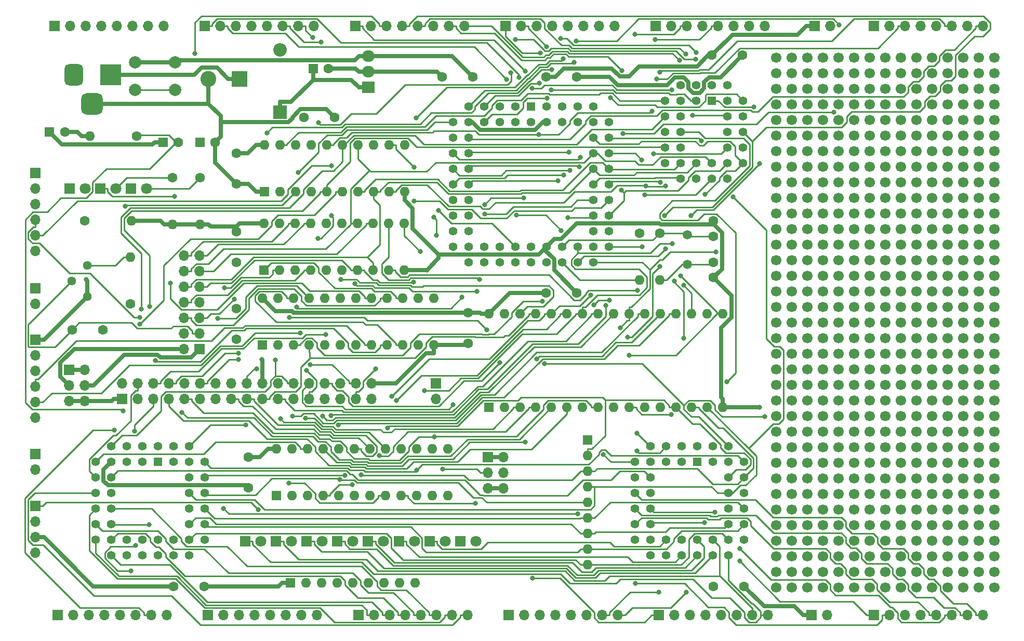
<source format=gbr>
%TF.GenerationSoftware,KiCad,Pcbnew,(6.0.11)*%
%TF.CreationDate,2023-10-14T12:13:17-04:00*%
%TF.ProjectId,SAB80535-Dev-Board,53414238-3035-4333-952d-4465762d426f,rev?*%
%TF.SameCoordinates,Original*%
%TF.FileFunction,Copper,L1,Top*%
%TF.FilePolarity,Positive*%
%FSLAX46Y46*%
G04 Gerber Fmt 4.6, Leading zero omitted, Abs format (unit mm)*
G04 Created by KiCad (PCBNEW (6.0.11)) date 2023-10-14 12:13:17*
%MOMM*%
%LPD*%
G01*
G04 APERTURE LIST*
G04 Aperture macros list*
%AMRoundRect*
0 Rectangle with rounded corners*
0 $1 Rounding radius*
0 $2 $3 $4 $5 $6 $7 $8 $9 X,Y pos of 4 corners*
0 Add a 4 corners polygon primitive as box body*
4,1,4,$2,$3,$4,$5,$6,$7,$8,$9,$2,$3,0*
0 Add four circle primitives for the rounded corners*
1,1,$1+$1,$2,$3*
1,1,$1+$1,$4,$5*
1,1,$1+$1,$6,$7*
1,1,$1+$1,$8,$9*
0 Add four rect primitives between the rounded corners*
20,1,$1+$1,$2,$3,$4,$5,0*
20,1,$1+$1,$4,$5,$6,$7,0*
20,1,$1+$1,$6,$7,$8,$9,0*
20,1,$1+$1,$8,$9,$2,$3,0*%
G04 Aperture macros list end*
%TA.AperFunction,ComponentPad*%
%ADD10C,1.600000*%
%TD*%
%TA.AperFunction,ComponentPad*%
%ADD11R,1.700000X1.700000*%
%TD*%
%TA.AperFunction,ComponentPad*%
%ADD12O,1.700000X1.700000*%
%TD*%
%TA.AperFunction,ComponentPad*%
%ADD13R,1.422400X1.422400*%
%TD*%
%TA.AperFunction,ComponentPad*%
%ADD14C,1.422400*%
%TD*%
%TA.AperFunction,ComponentPad*%
%ADD15R,1.800000X1.800000*%
%TD*%
%TA.AperFunction,ComponentPad*%
%ADD16C,1.800000*%
%TD*%
%TA.AperFunction,ComponentPad*%
%ADD17R,1.600000X1.600000*%
%TD*%
%TA.AperFunction,ComponentPad*%
%ADD18O,1.600000X1.600000*%
%TD*%
%TA.AperFunction,ComponentPad*%
%ADD19C,1.700000*%
%TD*%
%TA.AperFunction,ComponentPad*%
%ADD20R,2.000000X1.905000*%
%TD*%
%TA.AperFunction,ComponentPad*%
%ADD21O,2.000000X1.905000*%
%TD*%
%TA.AperFunction,ComponentPad*%
%ADD22R,3.500000X3.500000*%
%TD*%
%TA.AperFunction,ComponentPad*%
%ADD23RoundRect,0.750000X-0.750000X-1.000000X0.750000X-1.000000X0.750000X1.000000X-0.750000X1.000000X0*%
%TD*%
%TA.AperFunction,ComponentPad*%
%ADD24RoundRect,0.875000X-0.875000X-0.875000X0.875000X-0.875000X0.875000X0.875000X-0.875000X0.875000X0*%
%TD*%
%TA.AperFunction,ComponentPad*%
%ADD25C,2.000000*%
%TD*%
%TA.AperFunction,ComponentPad*%
%ADD26C,1.440000*%
%TD*%
%TA.AperFunction,ComponentPad*%
%ADD27C,1.500000*%
%TD*%
%TA.AperFunction,ComponentPad*%
%ADD28R,2.200000X2.200000*%
%TD*%
%TA.AperFunction,ComponentPad*%
%ADD29O,2.200000X2.200000*%
%TD*%
%TA.AperFunction,ComponentPad*%
%ADD30R,2.600000X2.600000*%
%TD*%
%TA.AperFunction,ComponentPad*%
%ADD31C,2.600000*%
%TD*%
%TA.AperFunction,ViaPad*%
%ADD32C,0.800000*%
%TD*%
%TA.AperFunction,Conductor*%
%ADD33C,0.700000*%
%TD*%
%TA.AperFunction,Conductor*%
%ADD34C,0.250000*%
%TD*%
G04 APERTURE END LIST*
D10*
%TO.P,C3,1*%
%TO.N,Net-(C3-Pad1)*%
X162500000Y-90500000D03*
%TO.P,C3,2*%
%TO.N,GND*%
X162500000Y-93000000D03*
%TD*%
D11*
%TO.P,J16,1,Pin_1*%
%TO.N,GND*%
X52000000Y-75960000D03*
D12*
%TO.P,J16,2,Pin_2*%
%TO.N,unconnected-(J16-Pad2)*%
X52000000Y-78500000D03*
%TO.P,J16,3,Pin_3*%
%TO.N,Net-(J16-Pad3)*%
X52000000Y-81040000D03*
%TO.P,J16,4,Pin_4*%
%TO.N,RxD-0*%
X52000000Y-83580000D03*
%TO.P,J16,5,Pin_5*%
%TO.N,TxD-0*%
X52000000Y-86120000D03*
%TO.P,J16,6,Pin_6*%
%TO.N,unconnected-(J16-Pad6)*%
X52000000Y-88660000D03*
%TD*%
D13*
%TO.P,U11,1,NC*%
%TO.N,unconnected-(U11-Pad1)*%
X72000000Y-123045000D03*
D14*
%TO.P,U11,2,PA3*%
%TO.N,PA.3*%
X69460000Y-120505000D03*
%TO.P,U11,3,PA2*%
%TO.N,PA.2*%
X69460000Y-123045000D03*
%TO.P,U11,4,PA1*%
%TO.N,PA.1*%
X66920000Y-120505000D03*
%TO.P,U11,5,PA0*%
%TO.N,PA.0*%
X66920000Y-123045000D03*
%TO.P,U11,6,~{RD}*%
%TO.N,~{OE}*%
X64380000Y-120505000D03*
%TO.P,U11,7,~{CS}*%
%TO.N,~{CS-PPI0}*%
X61840000Y-123045000D03*
%TO.P,U11,8,GND*%
%TO.N,GND*%
X64380000Y-123045000D03*
%TO.P,U11,9,A1*%
%TO.N,A1*%
X61840000Y-125585000D03*
%TO.P,U11,10,A0*%
%TO.N,A0*%
X64380000Y-125585000D03*
%TO.P,U11,11,PC7*%
%TO.N,PC.7*%
X61840000Y-128125000D03*
%TO.P,U11,12,NC*%
%TO.N,unconnected-(U11-Pad12)*%
X64380000Y-128125000D03*
%TO.P,U11,13,PC6*%
%TO.N,PC.6*%
X61840000Y-130665000D03*
%TO.P,U11,14,PC5*%
%TO.N,PC.5*%
X64380000Y-130665000D03*
%TO.P,U11,15,PC4*%
%TO.N,PC.4*%
X61840000Y-133205000D03*
%TO.P,U11,16,PC0*%
%TO.N,PC.0*%
X64380000Y-133205000D03*
%TO.P,U11,17,PC1*%
%TO.N,PC.1*%
X61840000Y-135745000D03*
%TO.P,U11,18,PC2*%
%TO.N,PC.2*%
X64380000Y-138285000D03*
%TO.P,U11,19,PC3*%
%TO.N,PC.3*%
X64380000Y-135745000D03*
%TO.P,U11,20,PB0*%
%TO.N,PB.0*%
X66920000Y-138285000D03*
%TO.P,U11,21,PB1*%
%TO.N,PB.1*%
X66920000Y-135745000D03*
%TO.P,U11,22,PB2*%
%TO.N,PB.2*%
X69460000Y-138285000D03*
%TO.P,U11,23,NC*%
%TO.N,unconnected-(U11-Pad23)*%
X69460000Y-135745000D03*
%TO.P,U11,24,PB3*%
%TO.N,PB.3*%
X72000000Y-138285000D03*
%TO.P,U11,25,PB4*%
%TO.N,PB.4*%
X72000000Y-135745000D03*
%TO.P,U11,26,PB5*%
%TO.N,PB.5*%
X74540000Y-138285000D03*
%TO.P,U11,27,PB6*%
%TO.N,PB.6*%
X74540000Y-135745000D03*
%TO.P,U11,28,PB7*%
%TO.N,PB.7*%
X77080000Y-138285000D03*
%TO.P,U11,29,VCC*%
%TO.N,VCC*%
X79620000Y-135745000D03*
%TO.P,U11,30,D7*%
%TO.N,D7*%
X77080000Y-135745000D03*
%TO.P,U11,31,D6*%
%TO.N,D6*%
X79620000Y-133205000D03*
%TO.P,U11,32,D5*%
%TO.N,D5*%
X77080000Y-133205000D03*
%TO.P,U11,33,D4*%
%TO.N,D4*%
X79620000Y-130665000D03*
%TO.P,U11,34,NC*%
%TO.N,unconnected-(U11-Pad34)*%
X77080000Y-130665000D03*
%TO.P,U11,35,D3*%
%TO.N,D3*%
X79620000Y-128125000D03*
%TO.P,U11,36,D2*%
%TO.N,D2*%
X77080000Y-128125000D03*
%TO.P,U11,37,D1*%
%TO.N,D1*%
X79620000Y-125585000D03*
%TO.P,U11,38,D0*%
%TO.N,D0*%
X77080000Y-125585000D03*
%TO.P,U11,39,RESET*%
%TO.N,RESET*%
X79620000Y-123045000D03*
%TO.P,U11,40,~{WR}*%
%TO.N,~{WR}*%
X77080000Y-120505000D03*
%TO.P,U11,41,PA7*%
%TO.N,PA.7*%
X77080000Y-123045000D03*
%TO.P,U11,42,PA6*%
%TO.N,PA.6*%
X74540000Y-120505000D03*
%TO.P,U11,43,PA5*%
%TO.N,PA.5*%
X74540000Y-123045000D03*
%TO.P,U11,44,PA4*%
%TO.N,PA.4*%
X72000000Y-120505000D03*
%TD*%
D10*
%TO.P,C17,1*%
%TO.N,VCC*%
X86725000Y-122250000D03*
%TO.P,C17,2*%
%TO.N,GND*%
X86725000Y-127250000D03*
%TD*%
D15*
%TO.P,D2,1,K*%
%TO.N,TX-LED*%
X62560000Y-78500000D03*
D16*
%TO.P,D2,2,A*%
%TO.N,Net-(D2-Pad2)*%
X65100000Y-78500000D03*
%TD*%
D11*
%TO.P,J23,1,Pin_1*%
%TO.N,PE.0*%
X153625000Y-147975000D03*
D12*
%TO.P,J23,2,Pin_2*%
%TO.N,PE.1*%
X156165000Y-147975000D03*
%TO.P,J23,3,Pin_3*%
%TO.N,PE.2*%
X158705000Y-147975000D03*
%TO.P,J23,4,Pin_4*%
%TO.N,PE.3*%
X161245000Y-147975000D03*
%TO.P,J23,5,Pin_5*%
%TO.N,PE.4*%
X163785000Y-147975000D03*
%TO.P,J23,6,Pin_6*%
%TO.N,PE.5*%
X166325000Y-147975000D03*
%TO.P,J23,7,Pin_7*%
%TO.N,PE.6*%
X168865000Y-147975000D03*
%TO.P,J23,8,Pin_8*%
%TO.N,PE.7*%
X171405000Y-147975000D03*
%TD*%
D17*
%TO.P,RN2,1,common*%
%TO.N,VCC*%
X93550000Y-142750000D03*
D18*
%TO.P,RN2,2,R1*%
%TO.N,Net-(D12-Pad2)*%
X96090000Y-142750000D03*
%TO.P,RN2,3,R2*%
%TO.N,Net-(D11-Pad2)*%
X98630000Y-142750000D03*
%TO.P,RN2,4,R3*%
%TO.N,Net-(D10-Pad2)*%
X101170000Y-142750000D03*
%TO.P,RN2,5,R4*%
%TO.N,Net-(D9-Pad2)*%
X103710000Y-142750000D03*
%TO.P,RN2,6,R5*%
%TO.N,Net-(D8-Pad2)*%
X106250000Y-142750000D03*
%TO.P,RN2,7,R6*%
%TO.N,Net-(D7-Pad2)*%
X108790000Y-142750000D03*
%TO.P,RN2,8,R7*%
%TO.N,Net-(D6-Pad2)*%
X111330000Y-142750000D03*
%TO.P,RN2,9,R8*%
%TO.N,Net-(D5-Pad2)*%
X113870000Y-142750000D03*
%TD*%
D19*
%TO.P,J32,1,Pin_1*%
%TO.N,unconnected-(J32-Pad1)*%
X185420000Y-107950000D03*
%TO.P,J32,2*%
%TO.N,N/C*%
X187960000Y-107950000D03*
%TO.P,J32,3*%
X190500000Y-107950000D03*
%TO.P,J32,4*%
X193040000Y-107950000D03*
%TO.P,J32,5*%
X195580000Y-107950000D03*
%TO.P,J32,6*%
X185420000Y-110490000D03*
%TO.P,J32,7*%
X187960000Y-110490000D03*
%TO.P,J32,8*%
X190500000Y-110490000D03*
%TO.P,J32,9*%
X193040000Y-110490000D03*
%TO.P,J32,10*%
X195580000Y-110490000D03*
%TO.P,J32,11*%
X185420000Y-113030000D03*
%TO.P,J32,12*%
X187960000Y-113030000D03*
%TO.P,J32,13*%
X190500000Y-113030000D03*
%TO.P,J32,14*%
X193040000Y-113030000D03*
%TO.P,J32,15*%
X195580000Y-113030000D03*
%TO.P,J32,16*%
X185420000Y-115570000D03*
%TO.P,J32,17*%
X187960000Y-115570000D03*
%TO.P,J32,18*%
X190500000Y-115570000D03*
%TO.P,J32,19*%
X193040000Y-115570000D03*
%TO.P,J32,20*%
X195580000Y-115570000D03*
%TO.P,J32,21*%
X185420000Y-118110000D03*
%TO.P,J32,22*%
X187960000Y-118110000D03*
%TO.P,J32,23*%
X190500000Y-118110000D03*
%TO.P,J32,24*%
X193040000Y-118110000D03*
%TO.P,J32,25*%
X195580000Y-118110000D03*
%TD*%
D10*
%TO.P,R3,1*%
%TO.N,VCC*%
X67500000Y-97310000D03*
D18*
%TO.P,R3,2*%
%TO.N,Net-(R3-Pad2)*%
X67500000Y-89690000D03*
%TD*%
D15*
%TO.P,D3,1,K*%
%TO.N,RX-LED*%
X67560000Y-78500000D03*
D16*
%TO.P,D3,2,A*%
%TO.N,Net-(D3-Pad2)*%
X70100000Y-78500000D03*
%TD*%
D19*
%TO.P,J31,1,Pin_1*%
%TO.N,unconnected-(J31-Pad1)*%
X172720000Y-133350000D03*
%TO.P,J31,2*%
%TO.N,N/C*%
X175260000Y-133350000D03*
%TO.P,J31,3*%
X177800000Y-133350000D03*
%TO.P,J31,4*%
X180340000Y-133350000D03*
%TO.P,J31,5*%
X182880000Y-133350000D03*
%TO.P,J31,6*%
X172720000Y-135890000D03*
%TO.P,J31,7*%
X175260000Y-135890000D03*
%TO.P,J31,8*%
X177800000Y-135890000D03*
%TO.P,J31,9*%
X180340000Y-135890000D03*
%TO.P,J31,10*%
X182880000Y-135890000D03*
%TO.P,J31,11*%
X172720000Y-138430000D03*
%TO.P,J31,12*%
X175260000Y-138430000D03*
%TO.P,J31,13*%
X177800000Y-138430000D03*
%TO.P,J31,14*%
X180340000Y-138430000D03*
%TO.P,J31,15*%
X182880000Y-138430000D03*
%TO.P,J31,16*%
X172720000Y-140970000D03*
%TO.P,J31,17*%
X175260000Y-140970000D03*
%TO.P,J31,18*%
X177800000Y-140970000D03*
%TO.P,J31,19*%
X180340000Y-140970000D03*
%TO.P,J31,20*%
X182880000Y-140970000D03*
%TO.P,J31,21*%
X172720000Y-143510000D03*
%TO.P,J31,22*%
X175260000Y-143510000D03*
%TO.P,J31,23*%
X177800000Y-143510000D03*
%TO.P,J31,24*%
X180340000Y-143510000D03*
%TO.P,J31,25*%
X182880000Y-143510000D03*
%TD*%
D10*
%TO.P,R7,1*%
%TO.N,Net-(D2-Pad2)*%
X74350000Y-76690000D03*
D18*
%TO.P,R7,2*%
%TO.N,VCC*%
X74350000Y-84310000D03*
%TD*%
D15*
%TO.P,D11,1,K*%
%TO.N,PE.6*%
X91225000Y-136000000D03*
D16*
%TO.P,D11,2,A*%
%TO.N,Net-(D11-Pad2)*%
X93765000Y-136000000D03*
%TD*%
D19*
%TO.P,J39,1,Pin_1*%
%TO.N,unconnected-(J39-Pad1)*%
X198120000Y-120650000D03*
%TO.P,J39,2*%
%TO.N,N/C*%
X200660000Y-120650000D03*
%TO.P,J39,3*%
X203200000Y-120650000D03*
%TO.P,J39,4*%
X205740000Y-120650000D03*
%TO.P,J39,5*%
X208280000Y-120650000D03*
%TO.P,J39,6*%
X198120000Y-123190000D03*
%TO.P,J39,7*%
X200660000Y-123190000D03*
%TO.P,J39,8*%
X203200000Y-123190000D03*
%TO.P,J39,9*%
X205740000Y-123190000D03*
%TO.P,J39,10*%
X208280000Y-123190000D03*
%TO.P,J39,11*%
X198120000Y-125730000D03*
%TO.P,J39,12*%
X200660000Y-125730000D03*
%TO.P,J39,13*%
X203200000Y-125730000D03*
%TO.P,J39,14*%
X205740000Y-125730000D03*
%TO.P,J39,15*%
X208280000Y-125730000D03*
%TO.P,J39,16*%
X198120000Y-128270000D03*
%TO.P,J39,17*%
X200660000Y-128270000D03*
%TO.P,J39,18*%
X203200000Y-128270000D03*
%TO.P,J39,19*%
X205740000Y-128270000D03*
%TO.P,J39,20*%
X208280000Y-128270000D03*
%TO.P,J39,21*%
X198120000Y-130810000D03*
%TO.P,J39,22*%
X200660000Y-130810000D03*
%TO.P,J39,23*%
X203200000Y-130810000D03*
%TO.P,J39,24*%
X205740000Y-130810000D03*
%TO.P,J39,25*%
X208280000Y-130810000D03*
%TD*%
%TO.P,J38,1,Pin_1*%
%TO.N,unconnected-(J38-Pad1)*%
X198120000Y-107950000D03*
%TO.P,J38,2*%
%TO.N,N/C*%
X200660000Y-107950000D03*
%TO.P,J38,3*%
X203200000Y-107950000D03*
%TO.P,J38,4*%
X205740000Y-107950000D03*
%TO.P,J38,5*%
X208280000Y-107950000D03*
%TO.P,J38,6*%
X198120000Y-110490000D03*
%TO.P,J38,7*%
X200660000Y-110490000D03*
%TO.P,J38,8*%
X203200000Y-110490000D03*
%TO.P,J38,9*%
X205740000Y-110490000D03*
%TO.P,J38,10*%
X208280000Y-110490000D03*
%TO.P,J38,11*%
X198120000Y-113030000D03*
%TO.P,J38,12*%
X200660000Y-113030000D03*
%TO.P,J38,13*%
X203200000Y-113030000D03*
%TO.P,J38,14*%
X205740000Y-113030000D03*
%TO.P,J38,15*%
X208280000Y-113030000D03*
%TO.P,J38,16*%
X198120000Y-115570000D03*
%TO.P,J38,17*%
X200660000Y-115570000D03*
%TO.P,J38,18*%
X203200000Y-115570000D03*
%TO.P,J38,19*%
X205740000Y-115570000D03*
%TO.P,J38,20*%
X208280000Y-115570000D03*
%TO.P,J38,21*%
X198120000Y-118110000D03*
%TO.P,J38,22*%
X200660000Y-118110000D03*
%TO.P,J38,23*%
X203200000Y-118110000D03*
%TO.P,J38,24*%
X205740000Y-118110000D03*
%TO.P,J38,25*%
X208280000Y-118110000D03*
%TD*%
D10*
%TO.P,C12,1*%
%TO.N,VCC*%
X135250000Y-95500000D03*
%TO.P,C12,2*%
%TO.N,GND*%
X140250000Y-95500000D03*
%TD*%
%TO.P,R6,1*%
%TO.N,Net-(D4-Pad2)*%
X60040000Y-83750000D03*
D18*
%TO.P,R6,2*%
%TO.N,VCC*%
X67660000Y-83750000D03*
%TD*%
D15*
%TO.P,D10,1,K*%
%TO.N,PE.5*%
X96225000Y-136000000D03*
D16*
%TO.P,D10,2,A*%
%TO.N,Net-(D10-Pad2)*%
X98765000Y-136000000D03*
%TD*%
D17*
%TO.P,U7,1,OE*%
%TO.N,GND*%
X89325000Y-79030000D03*
D18*
%TO.P,U7,2,O0*%
%TO.N,A0*%
X91865000Y-79030000D03*
%TO.P,U7,3,D0*%
%TO.N,D0*%
X94405000Y-79030000D03*
%TO.P,U7,4,D1*%
%TO.N,D1*%
X96945000Y-79030000D03*
%TO.P,U7,5,O1*%
%TO.N,A1*%
X99485000Y-79030000D03*
%TO.P,U7,6,O2*%
%TO.N,A2*%
X102025000Y-79030000D03*
%TO.P,U7,7,D2*%
%TO.N,D2*%
X104565000Y-79030000D03*
%TO.P,U7,8,D3*%
%TO.N,D3*%
X107105000Y-79030000D03*
%TO.P,U7,9,O3*%
%TO.N,A3*%
X109645000Y-79030000D03*
%TO.P,U7,10,GND*%
%TO.N,GND*%
X112185000Y-79030000D03*
%TO.P,U7,11,LE*%
%TO.N,ALE*%
X112185000Y-71410000D03*
%TO.P,U7,12,O4*%
%TO.N,A4*%
X109645000Y-71410000D03*
%TO.P,U7,13,D4*%
%TO.N,D4*%
X107105000Y-71410000D03*
%TO.P,U7,14,D5*%
%TO.N,D5*%
X104565000Y-71410000D03*
%TO.P,U7,15,O5*%
%TO.N,A5*%
X102025000Y-71410000D03*
%TO.P,U7,16,O6*%
%TO.N,A6*%
X99485000Y-71410000D03*
%TO.P,U7,17,D6*%
%TO.N,D6*%
X96945000Y-71410000D03*
%TO.P,U7,18,D7*%
%TO.N,D7*%
X94405000Y-71410000D03*
%TO.P,U7,19,O7*%
%TO.N,A7*%
X91865000Y-71410000D03*
%TO.P,U7,20,VCC*%
%TO.N,VCC*%
X89325000Y-71410000D03*
%TD*%
D11*
%TO.P,J12,1,Pin_1*%
%TO.N,PD.0*%
X129125000Y-147975000D03*
D12*
%TO.P,J12,2,Pin_2*%
%TO.N,PD.1*%
X131665000Y-147975000D03*
%TO.P,J12,3,Pin_3*%
%TO.N,PD.2*%
X134205000Y-147975000D03*
%TO.P,J12,4,Pin_4*%
%TO.N,PD.3*%
X136745000Y-147975000D03*
%TO.P,J12,5,Pin_5*%
%TO.N,PD.4*%
X139285000Y-147975000D03*
%TO.P,J12,6,Pin_6*%
%TO.N,PD.5*%
X141825000Y-147975000D03*
%TO.P,J12,7,Pin_7*%
%TO.N,PD.6*%
X144365000Y-147975000D03*
%TO.P,J12,8,Pin_8*%
%TO.N,PD.7*%
X146905000Y-147975000D03*
%TD*%
D10*
%TO.P,R8,1*%
%TO.N,Net-(D3-Pad2)*%
X78850000Y-76690000D03*
D18*
%TO.P,R8,2*%
%TO.N,VCC*%
X78850000Y-84310000D03*
%TD*%
D20*
%TO.P,U4,1,VI*%
%TO.N,/VI*%
X106250000Y-62000000D03*
D21*
%TO.P,U4,2,GND*%
%TO.N,GND*%
X106250000Y-59460000D03*
%TO.P,U4,3,VO*%
%TO.N,VCC*%
X106250000Y-56920000D03*
%TD*%
D10*
%TO.P,C13,1*%
%TO.N,VCC*%
X162250000Y-56750000D03*
%TO.P,C13,2*%
%TO.N,GND*%
X167250000Y-56750000D03*
%TD*%
D17*
%TO.P,U1,1,~{Mr}*%
%TO.N,~{RESET}*%
X89250000Y-91750000D03*
D18*
%TO.P,U1,2,Q0*%
%TO.N,B15*%
X91790000Y-91750000D03*
%TO.P,U1,3,D0*%
%TO.N,D0*%
X94330000Y-91750000D03*
%TO.P,U1,4,D1*%
%TO.N,D1*%
X96870000Y-91750000D03*
%TO.P,U1,5,Q1*%
%TO.N,B16*%
X99410000Y-91750000D03*
%TO.P,U1,6,Q2*%
%TO.N,B17*%
X101950000Y-91750000D03*
%TO.P,U1,7,D2*%
%TO.N,D2*%
X104490000Y-91750000D03*
%TO.P,U1,8,D3*%
%TO.N,D3*%
X107030000Y-91750000D03*
%TO.P,U1,9,Q3*%
%TO.N,B18*%
X109570000Y-91750000D03*
%TO.P,U1,10,GND*%
%TO.N,GND*%
X112110000Y-91750000D03*
%TO.P,U1,11,Cp*%
%TO.N,~{CS-LATCH}*%
X112110000Y-84130000D03*
%TO.P,U1,12,Q4*%
%TO.N,C15*%
X109570000Y-84130000D03*
%TO.P,U1,13,D4*%
%TO.N,D4*%
X107030000Y-84130000D03*
%TO.P,U1,14,D5*%
%TO.N,D5*%
X104490000Y-84130000D03*
%TO.P,U1,15,Q5*%
%TO.N,C16*%
X101950000Y-84130000D03*
%TO.P,U1,16,Q6*%
%TO.N,C17*%
X99410000Y-84130000D03*
%TO.P,U1,17,D6*%
%TO.N,D6*%
X96870000Y-84130000D03*
%TO.P,U1,18,D7*%
%TO.N,D7*%
X94330000Y-84130000D03*
%TO.P,U1,19,Q7*%
%TO.N,C18*%
X91790000Y-84130000D03*
%TO.P,U1,20,VCC*%
%TO.N,VCC*%
X89250000Y-84130000D03*
%TD*%
D19*
%TO.P,J27,1,Pin_1*%
%TO.N,unconnected-(J27-Pad1)*%
X185420000Y-95250000D03*
%TO.P,J27,2*%
%TO.N,N/C*%
X187960000Y-95250000D03*
%TO.P,J27,3*%
X190500000Y-95250000D03*
%TO.P,J27,4*%
X193040000Y-95250000D03*
%TO.P,J27,5*%
X195580000Y-95250000D03*
%TO.P,J27,6*%
X185420000Y-97790000D03*
%TO.P,J27,7*%
X187960000Y-97790000D03*
%TO.P,J27,8*%
X190500000Y-97790000D03*
%TO.P,J27,9*%
X193040000Y-97790000D03*
%TO.P,J27,10*%
X195580000Y-97790000D03*
%TO.P,J27,11*%
X185420000Y-100330000D03*
%TO.P,J27,12*%
X187960000Y-100330000D03*
%TO.P,J27,13*%
X190500000Y-100330000D03*
%TO.P,J27,14*%
X193040000Y-100330000D03*
%TO.P,J27,15*%
X195580000Y-100330000D03*
%TO.P,J27,16*%
X185420000Y-102870000D03*
%TO.P,J27,17*%
X187960000Y-102870000D03*
%TO.P,J27,18*%
X190500000Y-102870000D03*
%TO.P,J27,19*%
X193040000Y-102870000D03*
%TO.P,J27,20*%
X195580000Y-102870000D03*
%TO.P,J27,21*%
X185420000Y-105410000D03*
%TO.P,J27,22*%
X187960000Y-105410000D03*
%TO.P,J27,23*%
X190500000Y-105410000D03*
%TO.P,J27,24*%
X193040000Y-105410000D03*
%TO.P,J27,25*%
X195580000Y-105410000D03*
%TD*%
D15*
%TO.P,D9,1,K*%
%TO.N,PE.4*%
X101225000Y-136000000D03*
D16*
%TO.P,D9,2,A*%
%TO.N,Net-(D9-Pad2)*%
X103765000Y-136000000D03*
%TD*%
D19*
%TO.P,J37,1,Pin_1*%
%TO.N,unconnected-(J37-Pad1)*%
X172720000Y-82550000D03*
%TO.P,J37,2*%
%TO.N,N/C*%
X175260000Y-82550000D03*
%TO.P,J37,3*%
X177800000Y-82550000D03*
%TO.P,J37,4*%
X180340000Y-82550000D03*
%TO.P,J37,5*%
X182880000Y-82550000D03*
%TO.P,J37,6*%
X172720000Y-85090000D03*
%TO.P,J37,7*%
X175260000Y-85090000D03*
%TO.P,J37,8*%
X177800000Y-85090000D03*
%TO.P,J37,9*%
X180340000Y-85090000D03*
%TO.P,J37,10*%
X182880000Y-85090000D03*
%TO.P,J37,11*%
X172720000Y-87630000D03*
%TO.P,J37,12*%
X175260000Y-87630000D03*
%TO.P,J37,13*%
X177800000Y-87630000D03*
%TO.P,J37,14*%
X180340000Y-87630000D03*
%TO.P,J37,15*%
X182880000Y-87630000D03*
%TO.P,J37,16*%
X172720000Y-90170000D03*
%TO.P,J37,17*%
X175260000Y-90170000D03*
%TO.P,J37,18*%
X177800000Y-90170000D03*
%TO.P,J37,19*%
X180340000Y-90170000D03*
%TO.P,J37,20*%
X182880000Y-90170000D03*
%TO.P,J37,21*%
X172720000Y-92710000D03*
%TO.P,J37,22*%
X175260000Y-92710000D03*
%TO.P,J37,23*%
X177800000Y-92710000D03*
%TO.P,J37,24*%
X180340000Y-92710000D03*
%TO.P,J37,25*%
X182880000Y-92710000D03*
%TD*%
D15*
%TO.P,D7,1,K*%
%TO.N,PE.2*%
X111220000Y-136000000D03*
D16*
%TO.P,D7,2,A*%
%TO.N,Net-(D7-Pad2)*%
X113760000Y-136000000D03*
%TD*%
D19*
%TO.P,J33,1,Pin_1*%
%TO.N,unconnected-(J33-Pad1)*%
X172720000Y-69850000D03*
%TO.P,J33,2*%
%TO.N,N/C*%
X175260000Y-69850000D03*
%TO.P,J33,3*%
X177800000Y-69850000D03*
%TO.P,J33,4*%
X180340000Y-69850000D03*
%TO.P,J33,5*%
X182880000Y-69850000D03*
%TO.P,J33,6*%
X172720000Y-72390000D03*
%TO.P,J33,7*%
X175260000Y-72390000D03*
%TO.P,J33,8*%
X177800000Y-72390000D03*
%TO.P,J33,9*%
X180340000Y-72390000D03*
%TO.P,J33,10*%
X182880000Y-72390000D03*
%TO.P,J33,11*%
X172720000Y-74930000D03*
%TO.P,J33,12*%
X175260000Y-74930000D03*
%TO.P,J33,13*%
X177800000Y-74930000D03*
%TO.P,J33,14*%
X180340000Y-74930000D03*
%TO.P,J33,15*%
X182880000Y-74930000D03*
%TO.P,J33,16*%
X172720000Y-77470000D03*
%TO.P,J33,17*%
X175260000Y-77470000D03*
%TO.P,J33,18*%
X177800000Y-77470000D03*
%TO.P,J33,19*%
X180340000Y-77470000D03*
%TO.P,J33,20*%
X182880000Y-77470000D03*
%TO.P,J33,21*%
X172720000Y-80010000D03*
%TO.P,J33,22*%
X175260000Y-80010000D03*
%TO.P,J33,23*%
X177800000Y-80010000D03*
%TO.P,J33,24*%
X180340000Y-80010000D03*
%TO.P,J33,25*%
X182880000Y-80010000D03*
%TD*%
%TO.P,J26,1,Pin_1*%
%TO.N,unconnected-(J26-Pad1)*%
X172720000Y-57150000D03*
%TO.P,J26,2*%
%TO.N,N/C*%
X175260000Y-57150000D03*
%TO.P,J26,3*%
X177800000Y-57150000D03*
%TO.P,J26,4*%
X180340000Y-57150000D03*
%TO.P,J26,5*%
X182880000Y-57150000D03*
%TO.P,J26,6*%
X172720000Y-59690000D03*
%TO.P,J26,7*%
X175260000Y-59690000D03*
%TO.P,J26,8*%
X177800000Y-59690000D03*
%TO.P,J26,9*%
X180340000Y-59690000D03*
%TO.P,J26,10*%
X182880000Y-59690000D03*
%TO.P,J26,11*%
X172720000Y-62230000D03*
%TO.P,J26,12*%
X175260000Y-62230000D03*
%TO.P,J26,13*%
X177800000Y-62230000D03*
%TO.P,J26,14*%
X180340000Y-62230000D03*
%TO.P,J26,15*%
X182880000Y-62230000D03*
%TO.P,J26,16*%
X172720000Y-64770000D03*
%TO.P,J26,17*%
X175260000Y-64770000D03*
%TO.P,J26,18*%
X177800000Y-64770000D03*
%TO.P,J26,19*%
X180340000Y-64770000D03*
%TO.P,J26,20*%
X182880000Y-64770000D03*
%TO.P,J26,21*%
X172720000Y-67310000D03*
%TO.P,J26,22*%
X175260000Y-67310000D03*
%TO.P,J26,23*%
X177800000Y-67310000D03*
%TO.P,J26,24*%
X180340000Y-67310000D03*
%TO.P,J26,25*%
X182880000Y-67310000D03*
%TD*%
D11*
%TO.P,J22,1,Pin_1*%
%TO.N,A8*%
X104125000Y-51975000D03*
D12*
%TO.P,J22,2,Pin_2*%
%TO.N,A9*%
X106665000Y-51975000D03*
%TO.P,J22,3,Pin_3*%
%TO.N,A10*%
X109205000Y-51975000D03*
%TO.P,J22,4,Pin_4*%
%TO.N,A11*%
X111745000Y-51975000D03*
%TO.P,J22,5,Pin_5*%
%TO.N,A12*%
X114285000Y-51975000D03*
%TO.P,J22,6,Pin_6*%
%TO.N,A13*%
X116825000Y-51975000D03*
%TO.P,J22,7,Pin_7*%
%TO.N,A14*%
X119365000Y-51975000D03*
%TO.P,J22,8,Pin_8*%
%TO.N,A15*%
X121905000Y-51975000D03*
%TD*%
D10*
%TO.P,R2,1*%
%TO.N,Net-(C3-Pad1)*%
X150500000Y-85750000D03*
D18*
%TO.P,R2,2*%
%TO.N,/XTAL2*%
X150500000Y-93370000D03*
%TD*%
D11*
%TO.P,J17,1,Pin_1*%
%TO.N,GND*%
X52000000Y-103150000D03*
D12*
%TO.P,J17,2,Pin_2*%
%TO.N,unconnected-(J17-Pad2)*%
X52000000Y-105690000D03*
%TO.P,J17,3,Pin_3*%
%TO.N,Net-(J17-Pad3)*%
X52000000Y-108230000D03*
%TO.P,J17,4,Pin_4*%
%TO.N,RxD-1*%
X52000000Y-110770000D03*
%TO.P,J17,5,Pin_5*%
%TO.N,TxD-1*%
X52000000Y-113310000D03*
%TO.P,J17,6,Pin_6*%
%TO.N,unconnected-(J17-Pad6)*%
X52000000Y-115850000D03*
%TD*%
D11*
%TO.P,J18,1,Pin_1*%
%TO.N,VCC*%
X179000000Y-52000000D03*
D12*
%TO.P,J18,2,Pin_2*%
%TO.N,GND*%
X181540000Y-52000000D03*
%TD*%
D11*
%TO.P,J11,1,Pin_1*%
%TO.N,PC.0*%
X104625000Y-147975000D03*
D12*
%TO.P,J11,2,Pin_2*%
%TO.N,PC.1*%
X107165000Y-147975000D03*
%TO.P,J11,3,Pin_3*%
%TO.N,PC.2*%
X109705000Y-147975000D03*
%TO.P,J11,4,Pin_4*%
%TO.N,PC.3*%
X112245000Y-147975000D03*
%TO.P,J11,5,Pin_5*%
%TO.N,PC.4*%
X114785000Y-147975000D03*
%TO.P,J11,6,Pin_6*%
%TO.N,PC.5*%
X117325000Y-147975000D03*
%TO.P,J11,7,Pin_7*%
%TO.N,PC.6*%
X119865000Y-147975000D03*
%TO.P,J11,8,Pin_8*%
%TO.N,PC.7*%
X122405000Y-147975000D03*
%TD*%
D17*
%TO.P,RN3,1,common*%
%TO.N,VCC*%
X142000000Y-119500000D03*
D18*
%TO.P,RN3,2,R1*%
%TO.N,D0*%
X142000000Y-122040000D03*
%TO.P,RN3,3,R2*%
%TO.N,D1*%
X142000000Y-124580000D03*
%TO.P,RN3,4,R3*%
%TO.N,D2*%
X142000000Y-127120000D03*
%TO.P,RN3,5,R4*%
%TO.N,D3*%
X142000000Y-129660000D03*
%TO.P,RN3,6,R5*%
%TO.N,D4*%
X142000000Y-132200000D03*
%TO.P,RN3,7,R6*%
%TO.N,D5*%
X142000000Y-134740000D03*
%TO.P,RN3,8,R7*%
%TO.N,D6*%
X142000000Y-137280000D03*
%TO.P,RN3,9,R8*%
%TO.N,D7*%
X142000000Y-139820000D03*
%TD*%
D11*
%TO.P,J21,1,Pin_1*%
%TO.N,D0*%
X55125000Y-51975000D03*
D12*
%TO.P,J21,2,Pin_2*%
%TO.N,D1*%
X57665000Y-51975000D03*
%TO.P,J21,3,Pin_3*%
%TO.N,D2*%
X60205000Y-51975000D03*
%TO.P,J21,4,Pin_4*%
%TO.N,D3*%
X62745000Y-51975000D03*
%TO.P,J21,5,Pin_5*%
%TO.N,D4*%
X65285000Y-51975000D03*
%TO.P,J21,6,Pin_6*%
%TO.N,D5*%
X67825000Y-51975000D03*
%TO.P,J21,7,Pin_7*%
%TO.N,D6*%
X70365000Y-51975000D03*
%TO.P,J21,8,Pin_8*%
%TO.N,D7*%
X72905000Y-51975000D03*
%TD*%
D19*
%TO.P,J28,1,Pin_1*%
%TO.N,unconnected-(J28-Pad1)*%
X185420000Y-57150000D03*
%TO.P,J28,2*%
%TO.N,N/C*%
X187960000Y-57150000D03*
%TO.P,J28,3*%
X190500000Y-57150000D03*
%TO.P,J28,4*%
X193040000Y-57150000D03*
%TO.P,J28,5*%
X195580000Y-57150000D03*
%TO.P,J28,6*%
X185420000Y-59690000D03*
%TO.P,J28,7*%
X187960000Y-59690000D03*
%TO.P,J28,8*%
X190500000Y-59690000D03*
%TO.P,J28,9*%
X193040000Y-59690000D03*
%TO.P,J28,10*%
X195580000Y-59690000D03*
%TO.P,J28,11*%
X185420000Y-62230000D03*
%TO.P,J28,12*%
X187960000Y-62230000D03*
%TO.P,J28,13*%
X190500000Y-62230000D03*
%TO.P,J28,14*%
X193040000Y-62230000D03*
%TO.P,J28,15*%
X195580000Y-62230000D03*
%TO.P,J28,16*%
X185420000Y-64770000D03*
%TO.P,J28,17*%
X187960000Y-64770000D03*
%TO.P,J28,18*%
X190500000Y-64770000D03*
%TO.P,J28,19*%
X193040000Y-64770000D03*
%TO.P,J28,20*%
X195580000Y-64770000D03*
%TO.P,J28,21*%
X185420000Y-67310000D03*
%TO.P,J28,22*%
X187960000Y-67310000D03*
%TO.P,J28,23*%
X190500000Y-67310000D03*
%TO.P,J28,24*%
X193040000Y-67310000D03*
%TO.P,J28,25*%
X195580000Y-67310000D03*
%TD*%
D11*
%TO.P,J4,1,Pin_1*%
%TO.N,LCD-PWR1*%
X78775000Y-104625000D03*
D12*
%TO.P,J4,2,Pin_2*%
%TO.N,LCD-PWR2*%
X76235000Y-104625000D03*
%TO.P,J4,3,Pin_3*%
%TO.N,LCD-ADJ*%
X78775000Y-102085000D03*
%TO.P,J4,4,Pin_4*%
%TO.N,A1*%
X76235000Y-102085000D03*
%TO.P,J4,5,Pin_5*%
%TO.N,A0*%
X78775000Y-99545000D03*
%TO.P,J4,6,Pin_6*%
%TO.N,E*%
X76235000Y-99545000D03*
%TO.P,J4,7,Pin_7*%
%TO.N,D0*%
X78775000Y-97005000D03*
%TO.P,J4,8,Pin_8*%
%TO.N,D1*%
X76235000Y-97005000D03*
%TO.P,J4,9,Pin_9*%
%TO.N,D2*%
X78775000Y-94465000D03*
%TO.P,J4,10,Pin_10*%
%TO.N,D3*%
X76235000Y-94465000D03*
%TO.P,J4,11,Pin_11*%
%TO.N,D4*%
X78775000Y-91925000D03*
%TO.P,J4,12,Pin_12*%
%TO.N,D5*%
X76235000Y-91925000D03*
%TO.P,J4,13,Pin_13*%
%TO.N,D6*%
X78775000Y-89385000D03*
%TO.P,J4,14,Pin_14*%
%TO.N,D7*%
X76235000Y-89385000D03*
%TD*%
D10*
%TO.P,C2,1*%
%TO.N,/9VDC*%
X95750000Y-66920000D03*
%TO.P,C2,2*%
%TO.N,GND*%
X100750000Y-66920000D03*
%TD*%
D22*
%TO.P,J1,1*%
%TO.N,/9VDC*%
X64250000Y-59962500D03*
D23*
%TO.P,J1,2*%
%TO.N,GND*%
X58250000Y-59962500D03*
D24*
%TO.P,J1,MP,MountPin*%
X61250000Y-64662500D03*
%TD*%
D10*
%TO.P,C16,1*%
%TO.N,VCC*%
X79500000Y-143295000D03*
%TO.P,C16,2*%
%TO.N,GND*%
X74500000Y-143295000D03*
%TD*%
D25*
%TO.P,SW1,1,1*%
%TO.N,RESET*%
X74750000Y-62420000D03*
X68250000Y-62420000D03*
%TO.P,SW1,2,2*%
%TO.N,VCC*%
X74750000Y-57920000D03*
X68250000Y-57920000D03*
%TD*%
D19*
%TO.P,J41,1,Pin_1*%
%TO.N,unconnected-(J41-Pad1)*%
X198120000Y-133350000D03*
%TO.P,J41,2*%
%TO.N,N/C*%
X200660000Y-133350000D03*
%TO.P,J41,3*%
X203200000Y-133350000D03*
%TO.P,J41,4*%
X205740000Y-133350000D03*
%TO.P,J41,5*%
X208280000Y-133350000D03*
%TO.P,J41,6*%
X198120000Y-135890000D03*
%TO.P,J41,7*%
X200660000Y-135890000D03*
%TO.P,J41,8*%
X203200000Y-135890000D03*
%TO.P,J41,9*%
X205740000Y-135890000D03*
%TO.P,J41,10*%
X208280000Y-135890000D03*
%TO.P,J41,11*%
X198120000Y-138430000D03*
%TO.P,J41,12*%
X200660000Y-138430000D03*
%TO.P,J41,13*%
X203200000Y-138430000D03*
%TO.P,J41,14*%
X205740000Y-138430000D03*
%TO.P,J41,15*%
X208280000Y-138430000D03*
%TO.P,J41,16*%
X198120000Y-140970000D03*
%TO.P,J41,17*%
X200660000Y-140970000D03*
%TO.P,J41,18*%
X203200000Y-140970000D03*
%TO.P,J41,19*%
X205740000Y-140970000D03*
%TO.P,J41,20*%
X208280000Y-140970000D03*
%TO.P,J41,21*%
X198120000Y-143510000D03*
%TO.P,J41,22*%
X200660000Y-143510000D03*
%TO.P,J41,23*%
X203200000Y-143510000D03*
%TO.P,J41,24*%
X205740000Y-143510000D03*
%TO.P,J41,25*%
X208280000Y-143510000D03*
%TD*%
%TO.P,J25,1,Pin_1*%
%TO.N,unconnected-(J25-Pad1)*%
X198120000Y-69850000D03*
%TO.P,J25,2*%
%TO.N,N/C*%
X200660000Y-69850000D03*
%TO.P,J25,3*%
X203200000Y-69850000D03*
%TO.P,J25,4*%
X205740000Y-69850000D03*
%TO.P,J25,5*%
X208280000Y-69850000D03*
%TO.P,J25,6*%
X198120000Y-72390000D03*
%TO.P,J25,7*%
X200660000Y-72390000D03*
%TO.P,J25,8*%
X203200000Y-72390000D03*
%TO.P,J25,9*%
X205740000Y-72390000D03*
%TO.P,J25,10*%
X208280000Y-72390000D03*
%TO.P,J25,11*%
X198120000Y-74930000D03*
%TO.P,J25,12*%
X200660000Y-74930000D03*
%TO.P,J25,13*%
X203200000Y-74930000D03*
%TO.P,J25,14*%
X205740000Y-74930000D03*
%TO.P,J25,15*%
X208280000Y-74930000D03*
%TO.P,J25,16*%
X198120000Y-77470000D03*
%TO.P,J25,17*%
X200660000Y-77470000D03*
%TO.P,J25,18*%
X203200000Y-77470000D03*
%TO.P,J25,19*%
X205740000Y-77470000D03*
%TO.P,J25,20*%
X208280000Y-77470000D03*
%TO.P,J25,21*%
X198120000Y-80010000D03*
%TO.P,J25,22*%
X200660000Y-80010000D03*
%TO.P,J25,23*%
X203200000Y-80010000D03*
%TO.P,J25,24*%
X205740000Y-80010000D03*
%TO.P,J25,25*%
X208280000Y-80010000D03*
%TD*%
D10*
%TO.P,C11,1*%
%TO.N,VCC*%
X167500000Y-143295000D03*
%TO.P,C11,2*%
%TO.N,GND*%
X162500000Y-143295000D03*
%TD*%
D11*
%TO.P,J9,1,Pin_1*%
%TO.N,PA.0*%
X55625000Y-147975000D03*
D12*
%TO.P,J9,2,Pin_2*%
%TO.N,PA.1*%
X58165000Y-147975000D03*
%TO.P,J9,3,Pin_3*%
%TO.N,PA.2*%
X60705000Y-147975000D03*
%TO.P,J9,4,Pin_4*%
%TO.N,PA.3*%
X63245000Y-147975000D03*
%TO.P,J9,5,Pin_5*%
%TO.N,PA.4*%
X65785000Y-147975000D03*
%TO.P,J9,6,Pin_6*%
%TO.N,PA.5*%
X68325000Y-147975000D03*
%TO.P,J9,7,Pin_7*%
%TO.N,PA.6*%
X70865000Y-147975000D03*
%TO.P,J9,8,Pin_8*%
%TO.N,PA.7*%
X73405000Y-147975000D03*
%TD*%
D13*
%TO.P,U5,1,P4.0*%
%TO.N,P4.0*%
X132750000Y-65110000D03*
D14*
%TO.P,U5,2,P4.1*%
%TO.N,P4.1*%
X132750000Y-67650000D03*
%TO.P,U5,3,P4.2*%
%TO.N,P4.2*%
X130210000Y-65110000D03*
%TO.P,U5,4,~{PE}*%
%TO.N,~{PE}*%
X130210000Y-67650000D03*
%TO.P,U5,5,P4.3*%
%TO.N,P4.3*%
X127670000Y-65110000D03*
%TO.P,U5,6,P4.4*%
%TO.N,P4.4*%
X127670000Y-67650000D03*
%TO.P,U5,7,P4.5*%
%TO.N,P4.5*%
X125130000Y-65110000D03*
%TO.P,U5,8,P4.6*%
%TO.N,P4.6*%
X125130000Y-67650000D03*
%TO.P,U5,9,P4.7*%
%TO.N,P4.7*%
X122590000Y-65110000D03*
%TO.P,U5,10,~{RESET}*%
%TO.N,~{RESET}*%
X120050000Y-67650000D03*
%TO.P,U5,11,VAREF*%
%TO.N,VCC*%
X122590000Y-67650000D03*
%TO.P,U5,12,VAGND*%
%TO.N,GND*%
X120050000Y-70190000D03*
%TO.P,U5,13,P6.7*%
%TO.N,P6.7*%
X122590000Y-70190000D03*
%TO.P,U5,14,P6.6*%
%TO.N,P6.6*%
X120050000Y-72730000D03*
%TO.P,U5,15,P6.5*%
%TO.N,P6.5*%
X122590000Y-72730000D03*
%TO.P,U5,16,P6.4*%
%TO.N,P6.4*%
X120050000Y-75270000D03*
%TO.P,U5,17,P6.3*%
%TO.N,P6.3*%
X122590000Y-75270000D03*
%TO.P,U5,18,P6.2*%
%TO.N,P6.2*%
X120050000Y-77810000D03*
%TO.P,U5,19,P6.1*%
%TO.N,P6.1*%
X122590000Y-77810000D03*
%TO.P,U5,20,P6.0*%
%TO.N,P6.0*%
X120050000Y-80350000D03*
%TO.P,U5,21,P3.0/RxD*%
%TO.N,RxD*%
X122590000Y-80350000D03*
%TO.P,U5,22,P3.1/TxD*%
%TO.N,TxD*%
X120050000Y-82890000D03*
%TO.P,U5,23,P3.2/~{INT0}*%
%TO.N,~{INT0}*%
X122590000Y-82890000D03*
%TO.P,U5,24,P3.3/~{INT1}*%
%TO.N,~{INT1}*%
X120050000Y-85430000D03*
%TO.P,U5,25,P3.4/T0*%
%TO.N,T0*%
X122590000Y-85430000D03*
%TO.P,U5,26,P3.5/T1*%
%TO.N,T1*%
X120050000Y-87970000D03*
%TO.P,U5,27,P3.6/~{WR}*%
%TO.N,~{WR}*%
X122590000Y-90510000D03*
%TO.P,U5,28,P3.7/~{RD}*%
%TO.N,~{RD}*%
X122590000Y-87970000D03*
%TO.P,U5,29,P1.7/T2*%
%TO.N,P1.7*%
X125130000Y-90510000D03*
%TO.P,U5,30,P1.6/CLKOUT*%
%TO.N,P1.6*%
X125130000Y-87970000D03*
%TO.P,U5,31,P1.5/T2EX*%
%TO.N,P1.5*%
X127670000Y-90510000D03*
%TO.P,U5,32,P1.4/~{INT2}*%
%TO.N,P1.4*%
X127670000Y-87970000D03*
%TO.P,U5,33,P1.3/INT6/CC3*%
%TO.N,P1.3*%
X130210000Y-90510000D03*
%TO.P,U5,34,P1.2/INT5/CC2*%
%TO.N,P1.2*%
X130210000Y-87970000D03*
%TO.P,U5,35,P1.1/INT4/CC1*%
%TO.N,P1.1*%
X132750000Y-90510000D03*
%TO.P,U5,36,P1.0/~{INT3}/CC0*%
%TO.N,P1.0*%
X132750000Y-87970000D03*
%TO.P,U5,37,VCC*%
%TO.N,VCC*%
X135290000Y-90510000D03*
%TO.P,U5,38,GND*%
%TO.N,GND*%
X135290000Y-87970000D03*
%TO.P,U5,39,XTAL2*%
%TO.N,/XTAL2*%
X137830000Y-90510000D03*
%TO.P,U5,40,XTAL1*%
%TO.N,/XTAL1*%
X137830000Y-87970000D03*
%TO.P,U5,41,P2.0*%
%TO.N,A8*%
X140370000Y-90510000D03*
%TO.P,U5,42,P2.1*%
%TO.N,A9*%
X140370000Y-87970000D03*
%TO.P,U5,43,P2.2*%
%TO.N,A10*%
X142910000Y-90510000D03*
%TO.P,U5,44,P2.3*%
%TO.N,A11*%
X145450000Y-87970000D03*
%TO.P,U5,45,P2.4*%
%TO.N,A12*%
X142910000Y-87970000D03*
%TO.P,U5,46,P2.5*%
%TO.N,A13*%
X145450000Y-85430000D03*
%TO.P,U5,47,P2.6*%
%TO.N,A14*%
X142910000Y-85430000D03*
%TO.P,U5,48,P2.7*%
%TO.N,A15*%
X145450000Y-82890000D03*
%TO.P,U5,49,~{PSEN}*%
%TO.N,~{PSEN}*%
X142910000Y-82890000D03*
%TO.P,U5,50,ALE*%
%TO.N,ALE*%
X145450000Y-80350000D03*
%TO.P,U5,51,~{EA}*%
%TO.N,~{EA}*%
X142910000Y-80350000D03*
%TO.P,U5,52,P0.0*%
%TO.N,D0*%
X145450000Y-77810000D03*
%TO.P,U5,53,P0.1*%
%TO.N,D1*%
X142910000Y-77810000D03*
%TO.P,U5,54,P0.2*%
%TO.N,D2*%
X145450000Y-75270000D03*
%TO.P,U5,55,P0.3*%
%TO.N,D3*%
X142910000Y-75270000D03*
%TO.P,U5,56,P0.4*%
%TO.N,D4*%
X145450000Y-72730000D03*
%TO.P,U5,57,P0.5*%
%TO.N,D5*%
X142910000Y-72730000D03*
%TO.P,U5,58,P0.6*%
%TO.N,D6*%
X145450000Y-70190000D03*
%TO.P,U5,59,P0.7*%
%TO.N,D7*%
X142910000Y-70190000D03*
%TO.P,U5,60,P5.7*%
%TO.N,P5.7*%
X145450000Y-67650000D03*
%TO.P,U5,61,P5.6*%
%TO.N,P5.6*%
X142910000Y-65110000D03*
%TO.P,U5,62,P5.5*%
%TO.N,P5.5*%
X142910000Y-67650000D03*
%TO.P,U5,63,P5.4*%
%TO.N,P5.4*%
X140370000Y-65110000D03*
%TO.P,U5,64,P5.3*%
%TO.N,P5.3*%
X140370000Y-67650000D03*
%TO.P,U5,65,P5.2*%
%TO.N,P5.2*%
X137830000Y-65110000D03*
%TO.P,U5,66,P5.1*%
%TO.N,P5.1*%
X137830000Y-67650000D03*
%TO.P,U5,67,P5.0*%
%TO.N,P5.0*%
X135290000Y-65110000D03*
%TO.P,U5,68,VCC*%
%TO.N,VCC*%
X135290000Y-67650000D03*
%TD*%
D26*
%TO.P,RV1,1,1*%
%TO.N,Net-(R3-Pad2)*%
X60500000Y-91000000D03*
%TO.P,RV1,2,2*%
%TO.N,LCD-ADJ*%
X57960000Y-93540000D03*
%TO.P,RV1,3,3*%
%TO.N,GND*%
X60500000Y-96080000D03*
%TD*%
D11*
%TO.P,J19,1,Pin_1*%
%TO.N,VCC*%
X178500000Y-147975000D03*
D12*
%TO.P,J19,2,Pin_2*%
%TO.N,GND*%
X181040000Y-147975000D03*
%TD*%
D19*
%TO.P,J34,1,Pin_1*%
%TO.N,unconnected-(J34-Pad1)*%
X172720000Y-107950000D03*
%TO.P,J34,2*%
%TO.N,N/C*%
X175260000Y-107950000D03*
%TO.P,J34,3*%
X177800000Y-107950000D03*
%TO.P,J34,4*%
X180340000Y-107950000D03*
%TO.P,J34,5*%
X182880000Y-107950000D03*
%TO.P,J34,6*%
X172720000Y-110490000D03*
%TO.P,J34,7*%
X175260000Y-110490000D03*
%TO.P,J34,8*%
X177800000Y-110490000D03*
%TO.P,J34,9*%
X180340000Y-110490000D03*
%TO.P,J34,10*%
X182880000Y-110490000D03*
%TO.P,J34,11*%
X172720000Y-113030000D03*
%TO.P,J34,12*%
X175260000Y-113030000D03*
%TO.P,J34,13*%
X177800000Y-113030000D03*
%TO.P,J34,14*%
X180340000Y-113030000D03*
%TO.P,J34,15*%
X182880000Y-113030000D03*
%TO.P,J34,16*%
X172720000Y-115570000D03*
%TO.P,J34,17*%
X175260000Y-115570000D03*
%TO.P,J34,18*%
X177800000Y-115570000D03*
%TO.P,J34,19*%
X180340000Y-115570000D03*
%TO.P,J34,20*%
X182880000Y-115570000D03*
%TO.P,J34,21*%
X172720000Y-118110000D03*
%TO.P,J34,22*%
X175260000Y-118110000D03*
%TO.P,J34,23*%
X177800000Y-118110000D03*
%TO.P,J34,24*%
X180340000Y-118110000D03*
%TO.P,J34,25*%
X182880000Y-118110000D03*
%TD*%
D15*
%TO.P,D12,1,K*%
%TO.N,PE.7*%
X86180000Y-136000000D03*
D16*
%TO.P,D12,2,A*%
%TO.N,Net-(D12-Pad2)*%
X88720000Y-136000000D03*
%TD*%
D17*
%TO.P,C7,1*%
%TO.N,VCC*%
X72794900Y-70920000D03*
D10*
%TO.P,C7,2*%
%TO.N,RESET*%
X75294900Y-70920000D03*
%TD*%
%TO.P,C8,1*%
%TO.N,LCD-ADJ*%
X58000000Y-101500000D03*
%TO.P,C8,2*%
%TO.N,GND*%
X63000000Y-101500000D03*
%TD*%
D13*
%TO.P,U9,1,A18*%
%TO.N,B18*%
X162250000Y-64170000D03*
D14*
%TO.P,U9,2,A16*%
%TO.N,B16*%
X159710000Y-61630000D03*
%TO.P,U9,3,A15*%
%TO.N,B15*%
X159710000Y-64170000D03*
%TO.P,U9,4,A12*%
%TO.N,A12*%
X157170000Y-61630000D03*
%TO.P,U9,5,A7*%
%TO.N,A7*%
X154630000Y-64170000D03*
%TO.P,U9,6,A6*%
%TO.N,A6*%
X157170000Y-64170000D03*
%TO.P,U9,7,A5*%
%TO.N,A5*%
X154630000Y-66710000D03*
%TO.P,U9,8,A4*%
%TO.N,A4*%
X157170000Y-66710000D03*
%TO.P,U9,9,A3*%
%TO.N,A3*%
X154630000Y-69250000D03*
%TO.P,U9,10,A2*%
%TO.N,A2*%
X157170000Y-69250000D03*
%TO.P,U9,11,A1*%
%TO.N,A1*%
X154630000Y-71790000D03*
%TO.P,U9,12,A0*%
%TO.N,A0*%
X157170000Y-71790000D03*
%TO.P,U9,13,D0*%
%TO.N,D0*%
X154630000Y-74330000D03*
%TO.P,U9,14,D1*%
%TO.N,D1*%
X157170000Y-76870000D03*
%TO.P,U9,15,D2*%
%TO.N,D2*%
X157170000Y-74330000D03*
%TO.P,U9,16,GND*%
%TO.N,GND*%
X159710000Y-76870000D03*
%TO.P,U9,17,D3*%
%TO.N,D3*%
X159710000Y-74330000D03*
%TO.P,U9,18,D4*%
%TO.N,D4*%
X162250000Y-76870000D03*
%TO.P,U9,19,D5*%
%TO.N,D5*%
X162250000Y-74330000D03*
%TO.P,U9,20,D6*%
%TO.N,D6*%
X164790000Y-76870000D03*
%TO.P,U9,21,D7*%
%TO.N,D7*%
X167330000Y-74330000D03*
%TO.P,U9,22,CE*%
%TO.N,A15*%
X164790000Y-74330000D03*
%TO.P,U9,23,A10*%
%TO.N,A10*%
X167330000Y-71790000D03*
%TO.P,U9,24,OE*%
%TO.N,~{OE}*%
X164790000Y-71790000D03*
%TO.P,U9,25,A11*%
%TO.N,A11*%
X167330000Y-69250000D03*
%TO.P,U9,26,A9*%
%TO.N,A9*%
X164790000Y-69250000D03*
%TO.P,U9,27,A8*%
%TO.N,A8*%
X167330000Y-66710000D03*
%TO.P,U9,28,A13*%
%TO.N,A13*%
X164790000Y-66710000D03*
%TO.P,U9,29,A14*%
%TO.N,A14*%
X167330000Y-64170000D03*
%TO.P,U9,30,A17*%
%TO.N,B17*%
X164790000Y-61630000D03*
%TO.P,U9,31,PGM*%
%TO.N,~{WR}*%
X164790000Y-64170000D03*
%TO.P,U9,32,VCC*%
%TO.N,VCC*%
X162250000Y-61630000D03*
%TD*%
D10*
%TO.P,C9,1*%
%TO.N,VCC*%
X84750000Y-98000000D03*
%TO.P,C9,2*%
%TO.N,GND*%
X84750000Y-103000000D03*
%TD*%
D19*
%TO.P,J42,1,Pin_1*%
%TO.N,unconnected-(J42-Pad1)*%
X172720000Y-120650000D03*
%TO.P,J42,2*%
%TO.N,N/C*%
X175260000Y-120650000D03*
%TO.P,J42,3*%
X177800000Y-120650000D03*
%TO.P,J42,4*%
X180340000Y-120650000D03*
%TO.P,J42,5*%
X182880000Y-120650000D03*
%TO.P,J42,6*%
X172720000Y-123190000D03*
%TO.P,J42,7*%
X175260000Y-123190000D03*
%TO.P,J42,8*%
X177800000Y-123190000D03*
%TO.P,J42,9*%
X180340000Y-123190000D03*
%TO.P,J42,10*%
X182880000Y-123190000D03*
%TO.P,J42,11*%
X172720000Y-125730000D03*
%TO.P,J42,12*%
X175260000Y-125730000D03*
%TO.P,J42,13*%
X177800000Y-125730000D03*
%TO.P,J42,14*%
X180340000Y-125730000D03*
%TO.P,J42,15*%
X182880000Y-125730000D03*
%TO.P,J42,16*%
X172720000Y-128270000D03*
%TO.P,J42,17*%
X175260000Y-128270000D03*
%TO.P,J42,18*%
X177800000Y-128270000D03*
%TO.P,J42,19*%
X180340000Y-128270000D03*
%TO.P,J42,20*%
X182880000Y-128270000D03*
%TO.P,J42,21*%
X172720000Y-130810000D03*
%TO.P,J42,22*%
X175260000Y-130810000D03*
%TO.P,J42,23*%
X177800000Y-130810000D03*
%TO.P,J42,24*%
X180340000Y-130810000D03*
%TO.P,J42,25*%
X182880000Y-130810000D03*
%TD*%
D11*
%TO.P,J20,1,Pin_1*%
%TO.N,GND*%
X125725000Y-122225000D03*
D12*
%TO.P,J20,2,Pin_2*%
X128265000Y-122225000D03*
%TO.P,J20,3,Pin_3*%
%TO.N,~{PE}*%
X125725000Y-124765000D03*
%TO.P,J20,4,Pin_4*%
%TO.N,~{EA}*%
X128265000Y-124765000D03*
%TO.P,J20,5,Pin_5*%
%TO.N,VCC*%
X125725000Y-127305000D03*
%TO.P,J20,6,Pin_6*%
X128265000Y-127305000D03*
%TD*%
D19*
%TO.P,J36,1,Pin_1*%
%TO.N,unconnected-(J36-Pad1)*%
X185420000Y-69850000D03*
%TO.P,J36,2*%
%TO.N,N/C*%
X187960000Y-69850000D03*
%TO.P,J36,3*%
X190500000Y-69850000D03*
%TO.P,J36,4*%
X193040000Y-69850000D03*
%TO.P,J36,5*%
X195580000Y-69850000D03*
%TO.P,J36,6*%
X185420000Y-72390000D03*
%TO.P,J36,7*%
X187960000Y-72390000D03*
%TO.P,J36,8*%
X190500000Y-72390000D03*
%TO.P,J36,9*%
X193040000Y-72390000D03*
%TO.P,J36,10*%
X195580000Y-72390000D03*
%TO.P,J36,11*%
X185420000Y-74930000D03*
%TO.P,J36,12*%
X187960000Y-74930000D03*
%TO.P,J36,13*%
X190500000Y-74930000D03*
%TO.P,J36,14*%
X193040000Y-74930000D03*
%TO.P,J36,15*%
X195580000Y-74930000D03*
%TO.P,J36,16*%
X185420000Y-77470000D03*
%TO.P,J36,17*%
X187960000Y-77470000D03*
%TO.P,J36,18*%
X190500000Y-77470000D03*
%TO.P,J36,19*%
X193040000Y-77470000D03*
%TO.P,J36,20*%
X195580000Y-77470000D03*
%TO.P,J36,21*%
X185420000Y-80010000D03*
%TO.P,J36,22*%
X187960000Y-80010000D03*
%TO.P,J36,23*%
X190500000Y-80010000D03*
%TO.P,J36,24*%
X193040000Y-80010000D03*
%TO.P,J36,25*%
X195580000Y-80010000D03*
%TD*%
%TO.P,J35,1,Pin_1*%
%TO.N,unconnected-(J35-Pad1)*%
X185420000Y-82550000D03*
%TO.P,J35,2*%
%TO.N,N/C*%
X187960000Y-82550000D03*
%TO.P,J35,3*%
X190500000Y-82550000D03*
%TO.P,J35,4*%
X193040000Y-82550000D03*
%TO.P,J35,5*%
X195580000Y-82550000D03*
%TO.P,J35,6*%
X185420000Y-85090000D03*
%TO.P,J35,7*%
X187960000Y-85090000D03*
%TO.P,J35,8*%
X190500000Y-85090000D03*
%TO.P,J35,9*%
X193040000Y-85090000D03*
%TO.P,J35,10*%
X195580000Y-85090000D03*
%TO.P,J35,11*%
X185420000Y-87630000D03*
%TO.P,J35,12*%
X187960000Y-87630000D03*
%TO.P,J35,13*%
X190500000Y-87630000D03*
%TO.P,J35,14*%
X193040000Y-87630000D03*
%TO.P,J35,15*%
X195580000Y-87630000D03*
%TO.P,J35,16*%
X185420000Y-90170000D03*
%TO.P,J35,17*%
X187960000Y-90170000D03*
%TO.P,J35,18*%
X190500000Y-90170000D03*
%TO.P,J35,19*%
X193040000Y-90170000D03*
%TO.P,J35,20*%
X195580000Y-90170000D03*
%TO.P,J35,21*%
X185420000Y-92710000D03*
%TO.P,J35,22*%
X187960000Y-92710000D03*
%TO.P,J35,23*%
X190500000Y-92710000D03*
%TO.P,J35,24*%
X193040000Y-92710000D03*
%TO.P,J35,25*%
X195580000Y-92710000D03*
%TD*%
D15*
%TO.P,D6,1,K*%
%TO.N,PE.1*%
X116225000Y-136000000D03*
D16*
%TO.P,D6,2,A*%
%TO.N,Net-(D6-Pad2)*%
X118765000Y-136000000D03*
%TD*%
D13*
%TO.P,U12,1,NC*%
%TO.N,unconnected-(U12-Pad1)*%
X159880000Y-123045000D03*
D14*
%TO.P,U12,2,PA3*%
%TO.N,PD.3*%
X157340000Y-120505000D03*
%TO.P,U12,3,PA2*%
%TO.N,PD.2*%
X157340000Y-123045000D03*
%TO.P,U12,4,PA1*%
%TO.N,PD.1*%
X154800000Y-120505000D03*
%TO.P,U12,5,PA0*%
%TO.N,PD.0*%
X154800000Y-123045000D03*
%TO.P,U12,6,~{RD}*%
%TO.N,~{OE}*%
X152260000Y-120505000D03*
%TO.P,U12,7,~{CS}*%
%TO.N,~{CS-PPI1}*%
X149720000Y-123045000D03*
%TO.P,U12,8,GND*%
%TO.N,GND*%
X152260000Y-123045000D03*
%TO.P,U12,9,A1*%
%TO.N,A1*%
X149720000Y-125585000D03*
%TO.P,U12,10,A0*%
%TO.N,A0*%
X152260000Y-125585000D03*
%TO.P,U12,11,PC7*%
%TO.N,PF.7*%
X149720000Y-128125000D03*
%TO.P,U12,12,NC*%
%TO.N,unconnected-(U12-Pad12)*%
X152260000Y-128125000D03*
%TO.P,U12,13,PC6*%
%TO.N,PF.6*%
X149720000Y-130665000D03*
%TO.P,U12,14,PC5*%
%TO.N,PF.5*%
X152260000Y-130665000D03*
%TO.P,U12,15,PC4*%
%TO.N,PF.4*%
X149720000Y-133205000D03*
%TO.P,U12,16,PC0*%
%TO.N,PF.0*%
X152260000Y-133205000D03*
%TO.P,U12,17,PC1*%
%TO.N,PF.1*%
X149720000Y-135745000D03*
%TO.P,U12,18,PC2*%
%TO.N,PF.2*%
X152260000Y-138285000D03*
%TO.P,U12,19,PC3*%
%TO.N,PF.3*%
X152260000Y-135745000D03*
%TO.P,U12,20,PB0*%
%TO.N,PE.0*%
X154800000Y-138285000D03*
%TO.P,U12,21,PB1*%
%TO.N,PE.1*%
X154800000Y-135745000D03*
%TO.P,U12,22,PB2*%
%TO.N,PE.2*%
X157340000Y-138285000D03*
%TO.P,U12,23,NC*%
%TO.N,unconnected-(U12-Pad23)*%
X157340000Y-135745000D03*
%TO.P,U12,24,PB3*%
%TO.N,PE.3*%
X159880000Y-138285000D03*
%TO.P,U12,25,PB4*%
%TO.N,PE.4*%
X159880000Y-135745000D03*
%TO.P,U12,26,PB5*%
%TO.N,PE.5*%
X162420000Y-138285000D03*
%TO.P,U12,27,PB6*%
%TO.N,PE.6*%
X162420000Y-135745000D03*
%TO.P,U12,28,PB7*%
%TO.N,PE.7*%
X164960000Y-138285000D03*
%TO.P,U12,29,VCC*%
%TO.N,VCC*%
X167500000Y-135745000D03*
%TO.P,U12,30,D7*%
%TO.N,D7*%
X164960000Y-135745000D03*
%TO.P,U12,31,D6*%
%TO.N,D6*%
X167500000Y-133205000D03*
%TO.P,U12,32,D5*%
%TO.N,D5*%
X164960000Y-133205000D03*
%TO.P,U12,33,D4*%
%TO.N,D4*%
X167500000Y-130665000D03*
%TO.P,U12,34,NC*%
%TO.N,unconnected-(U12-Pad34)*%
X164960000Y-130665000D03*
%TO.P,U12,35,D3*%
%TO.N,D3*%
X167500000Y-128125000D03*
%TO.P,U12,36,D2*%
%TO.N,D2*%
X164960000Y-128125000D03*
%TO.P,U12,37,D1*%
%TO.N,D1*%
X167500000Y-125585000D03*
%TO.P,U12,38,D0*%
%TO.N,D0*%
X164960000Y-125585000D03*
%TO.P,U12,39,RESET*%
%TO.N,RESET*%
X167500000Y-123045000D03*
%TO.P,U12,40,~{WR}*%
%TO.N,~{WR}*%
X164960000Y-120505000D03*
%TO.P,U12,41,PA7*%
%TO.N,PD.7*%
X164960000Y-123045000D03*
%TO.P,U12,42,PA6*%
%TO.N,PD.6*%
X162420000Y-120505000D03*
%TO.P,U12,43,PA5*%
%TO.N,PD.5*%
X162420000Y-123045000D03*
%TO.P,U12,44,PA4*%
%TO.N,PD.4*%
X159880000Y-120505000D03*
%TD*%
D11*
%TO.P,J7,1,Pin_1*%
%TO.N,P5.0*%
X153125000Y-51975000D03*
D12*
%TO.P,J7,2,Pin_2*%
%TO.N,P5.1*%
X155665000Y-51975000D03*
%TO.P,J7,3,Pin_3*%
%TO.N,P5.2*%
X158205000Y-51975000D03*
%TO.P,J7,4,Pin_4*%
%TO.N,P5.3*%
X160745000Y-51975000D03*
%TO.P,J7,5,Pin_5*%
%TO.N,P5.4*%
X163285000Y-51975000D03*
%TO.P,J7,6,Pin_6*%
%TO.N,P5.5*%
X165825000Y-51975000D03*
%TO.P,J7,7,Pin_7*%
%TO.N,P5.6*%
X168365000Y-51975000D03*
%TO.P,J7,8,Pin_8*%
%TO.N,P5.7*%
X170905000Y-51975000D03*
%TD*%
D17*
%TO.P,U13,1,I0/CLK*%
%TO.N,unconnected-(U13-Pad1)*%
X89000000Y-104000000D03*
D18*
%TO.P,U13,2,I1*%
%TO.N,~{RD}*%
X91540000Y-104000000D03*
%TO.P,U13,3,I2*%
%TO.N,~{PSEN}*%
X94080000Y-104000000D03*
%TO.P,U13,4,I3*%
%TO.N,~{WR}*%
X96620000Y-104000000D03*
%TO.P,U13,5,I4*%
%TO.N,~{CS-LCD}*%
X99160000Y-104000000D03*
%TO.P,U13,6,I5*%
%TO.N,TxD*%
X101700000Y-104000000D03*
%TO.P,U13,7,I6*%
%TO.N,T0*%
X104240000Y-104000000D03*
%TO.P,U13,8,I7*%
%TO.N,RxD-1*%
X106780000Y-104000000D03*
%TO.P,U13,9,I8*%
%TO.N,RxD-0*%
X109320000Y-104000000D03*
%TO.P,U13,10,I9*%
%TO.N,/CS-LCD-WR*%
X111860000Y-104000000D03*
%TO.P,U13,11,I10*%
%TO.N,RESET*%
X114400000Y-104000000D03*
%TO.P,U13,12,GND*%
%TO.N,GND*%
X116940000Y-104000000D03*
%TO.P,U13,13,I11*%
%TO.N,unconnected-(U13-Pad13)*%
X116940000Y-96380000D03*
%TO.P,U13,14,O9*%
%TO.N,unconnected-(U13-Pad14)*%
X114400000Y-96380000D03*
%TO.P,U13,15,O8*%
%TO.N,~{RESET}*%
X111860000Y-96380000D03*
%TO.P,U13,16,O7*%
%TO.N,E*%
X109320000Y-96380000D03*
%TO.P,U13,17,O6*%
%TO.N,RX-LED*%
X106780000Y-96380000D03*
%TO.P,U13,18,O5*%
%TO.N,RxD*%
X104240000Y-96380000D03*
%TO.P,U13,19,O4*%
%TO.N,TxD-0*%
X101700000Y-96380000D03*
%TO.P,U13,20,O3*%
%TO.N,TxD-1*%
X99160000Y-96380000D03*
%TO.P,U13,21,O2*%
%TO.N,TX-LED*%
X96620000Y-96380000D03*
%TO.P,U13,22,O1*%
%TO.N,/CS-LCD-WR*%
X94080000Y-96380000D03*
%TO.P,U13,23,O0*%
%TO.N,~{OE}*%
X91540000Y-96380000D03*
%TO.P,U13,24,VCC*%
%TO.N,VCC*%
X89000000Y-96380000D03*
%TD*%
D10*
%TO.P,C19,1*%
%TO.N,VCC*%
X135250000Y-60250000D03*
%TO.P,C19,2*%
%TO.N,GND*%
X140250000Y-60250000D03*
%TD*%
D15*
%TO.P,D5,1,K*%
%TO.N,PE.0*%
X121225000Y-136000000D03*
D16*
%TO.P,D5,2,A*%
%TO.N,Net-(D5-Pad2)*%
X123765000Y-136000000D03*
%TD*%
D17*
%TO.P,C4,1*%
%TO.N,/VI*%
X97250000Y-58920000D03*
D10*
%TO.P,C4,2*%
%TO.N,GND*%
X99750000Y-58920000D03*
%TD*%
D27*
%TO.P,Y1,1,1*%
%TO.N,/XTAL1*%
X158250000Y-86000000D03*
%TO.P,Y1,2,2*%
%TO.N,Net-(C3-Pad1)*%
X158250000Y-90880000D03*
%TD*%
D17*
%TO.P,U10,1,A18*%
%TO.N,C18*%
X125950000Y-114125000D03*
D18*
%TO.P,U10,2,A16*%
%TO.N,C16*%
X128490000Y-114125000D03*
%TO.P,U10,3,A14*%
%TO.N,A14*%
X131030000Y-114125000D03*
%TO.P,U10,4,A12*%
%TO.N,A12*%
X133570000Y-114125000D03*
%TO.P,U10,5,A7*%
%TO.N,A7*%
X136110000Y-114125000D03*
%TO.P,U10,6,A6*%
%TO.N,A6*%
X138650000Y-114125000D03*
%TO.P,U10,7,A5*%
%TO.N,A5*%
X141190000Y-114125000D03*
%TO.P,U10,8,A4*%
%TO.N,A4*%
X143730000Y-114125000D03*
%TO.P,U10,9,A3*%
%TO.N,A3*%
X146270000Y-114125000D03*
%TO.P,U10,10,A2*%
%TO.N,A2*%
X148810000Y-114125000D03*
%TO.P,U10,11,A1*%
%TO.N,A1*%
X151350000Y-114125000D03*
%TO.P,U10,12,A0*%
%TO.N,A0*%
X153890000Y-114125000D03*
%TO.P,U10,13,DQ0*%
%TO.N,D0*%
X156430000Y-114125000D03*
%TO.P,U10,14,DQ1*%
%TO.N,D1*%
X158970000Y-114125000D03*
%TO.P,U10,15,DQ2*%
%TO.N,D2*%
X161510000Y-114125000D03*
%TO.P,U10,16,VSS*%
%TO.N,GND*%
X164050000Y-114125000D03*
%TO.P,U10,17,DQ3*%
%TO.N,D3*%
X164050000Y-98885000D03*
%TO.P,U10,18,DQ4*%
%TO.N,D4*%
X161510000Y-98885000D03*
%TO.P,U10,19,DQ5*%
%TO.N,D5*%
X158970000Y-98885000D03*
%TO.P,U10,20,DQ6*%
%TO.N,D6*%
X156430000Y-98885000D03*
%TO.P,U10,21,DQ7*%
%TO.N,D7*%
X153890000Y-98885000D03*
%TO.P,U10,22,CE#*%
%TO.N,~{CS-RAM}*%
X151350000Y-98885000D03*
%TO.P,U10,23,A10*%
%TO.N,A10*%
X148810000Y-98885000D03*
%TO.P,U10,24,OE#*%
%TO.N,~{OE}*%
X146270000Y-98885000D03*
%TO.P,U10,25,A11*%
%TO.N,A11*%
X143730000Y-98885000D03*
%TO.P,U10,26,A9*%
%TO.N,A9*%
X141190000Y-98885000D03*
%TO.P,U10,27,A8*%
%TO.N,A8*%
X138650000Y-98885000D03*
%TO.P,U10,28,A13*%
%TO.N,A13*%
X136110000Y-98885000D03*
%TO.P,U10,29,WE#*%
%TO.N,~{WR}*%
X133570000Y-98885000D03*
%TO.P,U10,30,A17*%
%TO.N,C17*%
X131030000Y-98885000D03*
%TO.P,U10,31,A15*%
%TO.N,C15*%
X128490000Y-98885000D03*
%TO.P,U10,32,VCC*%
%TO.N,VCC*%
X125950000Y-98885000D03*
%TD*%
D11*
%TO.P,J6,1,Pin_1*%
%TO.N,P4.0*%
X128625000Y-51975000D03*
D12*
%TO.P,J6,2,Pin_2*%
%TO.N,P4.1*%
X131165000Y-51975000D03*
%TO.P,J6,3,Pin_3*%
%TO.N,P4.2*%
X133705000Y-51975000D03*
%TO.P,J6,4,Pin_4*%
%TO.N,P4.3*%
X136245000Y-51975000D03*
%TO.P,J6,5,Pin_5*%
%TO.N,P4.4*%
X138785000Y-51975000D03*
%TO.P,J6,6,Pin_6*%
%TO.N,P4.5*%
X141325000Y-51975000D03*
%TO.P,J6,7,Pin_7*%
%TO.N,P4.6*%
X143865000Y-51975000D03*
%TO.P,J6,8,Pin_8*%
%TO.N,P4.7*%
X146405000Y-51975000D03*
%TD*%
D11*
%TO.P,J3,1,Pin_1*%
%TO.N,P1.0*%
X79625000Y-51975000D03*
D12*
%TO.P,J3,2,Pin_2*%
%TO.N,P1.1*%
X82165000Y-51975000D03*
%TO.P,J3,3,Pin_3*%
%TO.N,P1.2*%
X84705000Y-51975000D03*
%TO.P,J3,4,Pin_4*%
%TO.N,P1.3*%
X87245000Y-51975000D03*
%TO.P,J3,5,Pin_5*%
%TO.N,P1.4*%
X89785000Y-51975000D03*
%TO.P,J3,6,Pin_6*%
%TO.N,P1.5*%
X92325000Y-51975000D03*
%TO.P,J3,7,Pin_7*%
%TO.N,P1.6*%
X94865000Y-51975000D03*
%TO.P,J3,8,Pin_8*%
%TO.N,P1.7*%
X97405000Y-51975000D03*
%TD*%
D11*
%TO.P,JP2,1,A*%
%TO.N,VCC*%
X52000000Y-121725000D03*
D12*
%TO.P,JP2,2,B*%
%TO.N,Net-(J17-Pad3)*%
X52000000Y-124265000D03*
%TD*%
D10*
%TO.P,C1,1*%
%TO.N,/XTAL1*%
X162500000Y-86250000D03*
%TO.P,C1,2*%
%TO.N,GND*%
X162500000Y-83750000D03*
%TD*%
D11*
%TO.P,J10,1,Pin_1*%
%TO.N,PB.0*%
X80125000Y-147975000D03*
D12*
%TO.P,J10,2,Pin_2*%
%TO.N,PB.1*%
X82665000Y-147975000D03*
%TO.P,J10,3,Pin_3*%
%TO.N,PB.2*%
X85205000Y-147975000D03*
%TO.P,J10,4,Pin_4*%
%TO.N,PB.3*%
X87745000Y-147975000D03*
%TO.P,J10,5,Pin_5*%
%TO.N,PB.4*%
X90285000Y-147975000D03*
%TO.P,J10,6,Pin_6*%
%TO.N,PB.5*%
X92825000Y-147975000D03*
%TO.P,J10,7,Pin_7*%
%TO.N,PB.6*%
X95365000Y-147975000D03*
%TO.P,J10,8,Pin_8*%
%TO.N,PB.7*%
X97905000Y-147975000D03*
%TD*%
D19*
%TO.P,J43,1,Pin_1*%
%TO.N,unconnected-(J43-Pad1)*%
X198120000Y-82550000D03*
%TO.P,J43,2*%
%TO.N,N/C*%
X200660000Y-82550000D03*
%TO.P,J43,3*%
X203200000Y-82550000D03*
%TO.P,J43,4*%
X205740000Y-82550000D03*
%TO.P,J43,5*%
X208280000Y-82550000D03*
%TO.P,J43,6*%
X198120000Y-85090000D03*
%TO.P,J43,7*%
X200660000Y-85090000D03*
%TO.P,J43,8*%
X203200000Y-85090000D03*
%TO.P,J43,9*%
X205740000Y-85090000D03*
%TO.P,J43,10*%
X208280000Y-85090000D03*
%TO.P,J43,11*%
X198120000Y-87630000D03*
%TO.P,J43,12*%
X200660000Y-87630000D03*
%TO.P,J43,13*%
X203200000Y-87630000D03*
%TO.P,J43,14*%
X205740000Y-87630000D03*
%TO.P,J43,15*%
X208280000Y-87630000D03*
%TO.P,J43,16*%
X198120000Y-90170000D03*
%TO.P,J43,17*%
X200660000Y-90170000D03*
%TO.P,J43,18*%
X203200000Y-90170000D03*
%TO.P,J43,19*%
X205740000Y-90170000D03*
%TO.P,J43,20*%
X208280000Y-90170000D03*
%TO.P,J43,21*%
X198120000Y-92710000D03*
%TO.P,J43,22*%
X200660000Y-92710000D03*
%TO.P,J43,23*%
X203200000Y-92710000D03*
%TO.P,J43,24*%
X205740000Y-92710000D03*
%TO.P,J43,25*%
X208280000Y-92710000D03*
%TD*%
D28*
%TO.P,D1,1,K*%
%TO.N,/VI*%
X91900000Y-66000000D03*
D29*
%TO.P,D1,2,A*%
%TO.N,/9VDC*%
X91900000Y-55840000D03*
%TD*%
D10*
%TO.P,C18,1*%
%TO.N,VCC*%
X123250000Y-60250000D03*
%TO.P,C18,2*%
%TO.N,GND*%
X118250000Y-60250000D03*
%TD*%
D11*
%TO.P,J13,1,Pin_1*%
%TO.N,PF.0*%
X188625000Y-147975000D03*
D12*
%TO.P,J13,2,Pin_2*%
%TO.N,PF.1*%
X191165000Y-147975000D03*
%TO.P,J13,3,Pin_3*%
%TO.N,PF.2*%
X193705000Y-147975000D03*
%TO.P,J13,4,Pin_4*%
%TO.N,PF.3*%
X196245000Y-147975000D03*
%TO.P,J13,5,Pin_5*%
%TO.N,PF.4*%
X198785000Y-147975000D03*
%TO.P,J13,6,Pin_6*%
%TO.N,PF.5*%
X201325000Y-147975000D03*
%TO.P,J13,7,Pin_7*%
%TO.N,PF.6*%
X203865000Y-147975000D03*
%TO.P,J13,8,Pin_8*%
%TO.N,PF.7*%
X206405000Y-147975000D03*
%TD*%
D19*
%TO.P,J30,1,Pin_1*%
%TO.N,unconnected-(J30-Pad1)*%
X198120000Y-95250000D03*
%TO.P,J30,2*%
%TO.N,N/C*%
X200660000Y-95250000D03*
%TO.P,J30,3*%
X203200000Y-95250000D03*
%TO.P,J30,4*%
X205740000Y-95250000D03*
%TO.P,J30,5*%
X208280000Y-95250000D03*
%TO.P,J30,6*%
X198120000Y-97790000D03*
%TO.P,J30,7*%
X200660000Y-97790000D03*
%TO.P,J30,8*%
X203200000Y-97790000D03*
%TO.P,J30,9*%
X205740000Y-97790000D03*
%TO.P,J30,10*%
X208280000Y-97790000D03*
%TO.P,J30,11*%
X198120000Y-100330000D03*
%TO.P,J30,12*%
X200660000Y-100330000D03*
%TO.P,J30,13*%
X203200000Y-100330000D03*
%TO.P,J30,14*%
X205740000Y-100330000D03*
%TO.P,J30,15*%
X208280000Y-100330000D03*
%TO.P,J30,16*%
X198120000Y-102870000D03*
%TO.P,J30,17*%
X200660000Y-102870000D03*
%TO.P,J30,18*%
X203200000Y-102870000D03*
%TO.P,J30,19*%
X205740000Y-102870000D03*
%TO.P,J30,20*%
X208280000Y-102870000D03*
%TO.P,J30,21*%
X198120000Y-105410000D03*
%TO.P,J30,22*%
X200660000Y-105410000D03*
%TO.P,J30,23*%
X203200000Y-105410000D03*
%TO.P,J30,24*%
X205740000Y-105410000D03*
%TO.P,J30,25*%
X208280000Y-105410000D03*
%TD*%
D11*
%TO.P,J15,1,Pin_1*%
%TO.N,~{INT1}*%
X52000000Y-130200000D03*
D12*
%TO.P,J15,2,Pin_2*%
%TO.N,GND*%
X52000000Y-132740000D03*
%TO.P,J15,3,Pin_3*%
X52000000Y-135280000D03*
%TO.P,J15,4,Pin_4*%
%TO.N,T1*%
X52000000Y-137820000D03*
%TD*%
D11*
%TO.P,J46,1,Pin_1*%
%TO.N,GND*%
X57500000Y-108000000D03*
D12*
%TO.P,J46,2,Pin_2*%
X60040000Y-108000000D03*
%TO.P,J46,3,Pin_3*%
%TO.N,LCD-PWR2*%
X57500000Y-110540000D03*
%TO.P,J46,4,Pin_4*%
%TO.N,LCD-PWR1*%
X60040000Y-110540000D03*
%TO.P,J46,5,Pin_5*%
%TO.N,VCC*%
X57500000Y-113080000D03*
%TO.P,J46,6,Pin_6*%
X60040000Y-113080000D03*
%TD*%
D10*
%TO.P,C10,1*%
%TO.N,VCC*%
X84750000Y-72730000D03*
%TO.P,C10,2*%
%TO.N,GND*%
X84750000Y-77730000D03*
%TD*%
D15*
%TO.P,D8,1,K*%
%TO.N,PE.3*%
X106220000Y-136000000D03*
D16*
%TO.P,D8,2,A*%
%TO.N,Net-(D8-Pad2)*%
X108760000Y-136000000D03*
%TD*%
D10*
%TO.P,C15,1*%
%TO.N,VCC*%
X122500000Y-98750000D03*
%TO.P,C15,2*%
%TO.N,GND*%
X122500000Y-103750000D03*
%TD*%
D17*
%TO.P,C6,1*%
%TO.N,VCC*%
X54294900Y-69250000D03*
D10*
%TO.P,C6,2*%
%TO.N,GND*%
X56794900Y-69250000D03*
%TD*%
%TO.P,C14,1*%
%TO.N,VCC*%
X84750000Y-85500000D03*
%TO.P,C14,2*%
%TO.N,GND*%
X84750000Y-90500000D03*
%TD*%
D11*
%TO.P,J14,1,Pin_1*%
%TO.N,~{INT0}*%
X117275000Y-110250000D03*
D12*
%TO.P,J14,2,Pin_2*%
%TO.N,~{INT1}*%
X117275000Y-112790000D03*
%TD*%
D17*
%TO.P,U2,1,I0/CLK*%
%TO.N,unconnected-(U2-Pad1)*%
X91250000Y-128550000D03*
D18*
%TO.P,U2,2,I1*%
%TO.N,A11*%
X93790000Y-128550000D03*
%TO.P,U2,3,I2*%
%TO.N,A12*%
X96330000Y-128550000D03*
%TO.P,U2,4,I3*%
%TO.N,A13*%
X98870000Y-128550000D03*
%TO.P,U2,5,I4*%
%TO.N,A14*%
X101410000Y-128550000D03*
%TO.P,U2,6,I5*%
%TO.N,A15*%
X103950000Y-128550000D03*
%TO.P,U2,7,I6*%
%TO.N,A8*%
X106490000Y-128550000D03*
%TO.P,U2,8,I7*%
%TO.N,A9*%
X109030000Y-128550000D03*
%TO.P,U2,9,I8*%
%TO.N,A10*%
X111570000Y-128550000D03*
%TO.P,U2,10,I9*%
%TO.N,unconnected-(U2-Pad10)*%
X114110000Y-128550000D03*
%TO.P,U2,11,I10*%
%TO.N,unconnected-(U2-Pad11)*%
X116650000Y-128550000D03*
%TO.P,U2,12,GND*%
%TO.N,GND*%
X119190000Y-128550000D03*
%TO.P,U2,13,I11*%
%TO.N,unconnected-(U2-Pad13)*%
X119190000Y-120930000D03*
%TO.P,U2,14,O9*%
%TO.N,unconnected-(U2-Pad14)*%
X116650000Y-120930000D03*
%TO.P,U2,15,O8*%
%TO.N,~{CS-LATCH}*%
X114110000Y-120930000D03*
%TO.P,U2,16,O7*%
%TO.N,~{CS-LCD}*%
X111570000Y-120930000D03*
%TO.P,U2,17,O6*%
%TO.N,~{CS-P3}*%
X109030000Y-120930000D03*
%TO.P,U2,18,O5*%
%TO.N,~{CS-P2}*%
X106490000Y-120930000D03*
%TO.P,U2,19,O4*%
%TO.N,~{CS-P1}*%
X103950000Y-120930000D03*
%TO.P,U2,20,O3*%
%TO.N,~{CS-P0}*%
X101410000Y-120930000D03*
%TO.P,U2,21,O2*%
%TO.N,~{CS-PPI1}*%
X98870000Y-120930000D03*
%TO.P,U2,22,O1*%
%TO.N,~{CS-PPI0}*%
X96330000Y-120930000D03*
%TO.P,U2,23,O0*%
%TO.N,~{CS-RAM}*%
X93790000Y-120930000D03*
%TO.P,U2,24,VCC*%
%TO.N,VCC*%
X91250000Y-120930000D03*
%TD*%
D19*
%TO.P,J44,1,Pin_1*%
%TO.N,unconnected-(J44-Pad1)*%
X185420000Y-133350000D03*
%TO.P,J44,2*%
%TO.N,N/C*%
X187960000Y-133350000D03*
%TO.P,J44,3*%
X190500000Y-133350000D03*
%TO.P,J44,4*%
X193040000Y-133350000D03*
%TO.P,J44,5*%
X195580000Y-133350000D03*
%TO.P,J44,6*%
X185420000Y-135890000D03*
%TO.P,J44,7*%
X187960000Y-135890000D03*
%TO.P,J44,8*%
X190500000Y-135890000D03*
%TO.P,J44,9*%
X193040000Y-135890000D03*
%TO.P,J44,10*%
X195580000Y-135890000D03*
%TO.P,J44,11*%
X185420000Y-138430000D03*
%TO.P,J44,12*%
X187960000Y-138430000D03*
%TO.P,J44,13*%
X190500000Y-138430000D03*
%TO.P,J44,14*%
X193040000Y-138430000D03*
%TO.P,J44,15*%
X195580000Y-138430000D03*
%TO.P,J44,16*%
X185420000Y-140970000D03*
%TO.P,J44,17*%
X187960000Y-140970000D03*
%TO.P,J44,18*%
X190500000Y-140970000D03*
%TO.P,J44,19*%
X193040000Y-140970000D03*
%TO.P,J44,20*%
X195580000Y-140970000D03*
%TO.P,J44,21*%
X185420000Y-143510000D03*
%TO.P,J44,22*%
X187960000Y-143510000D03*
%TO.P,J44,23*%
X190500000Y-143510000D03*
%TO.P,J44,24*%
X193040000Y-143510000D03*
%TO.P,J44,25*%
X195580000Y-143510000D03*
%TD*%
D10*
%TO.P,R1,1*%
%TO.N,/XTAL1*%
X153750000Y-85750000D03*
D18*
%TO.P,R1,2*%
%TO.N,Net-(C3-Pad1)*%
X153750000Y-93370000D03*
%TD*%
D11*
%TO.P,JP1,1,A*%
%TO.N,VCC*%
X52000000Y-94725000D03*
D12*
%TO.P,JP1,2,B*%
%TO.N,Net-(J16-Pad3)*%
X52000000Y-97265000D03*
%TD*%
D17*
%TO.P,C5,1*%
%TO.N,VCC*%
X78794900Y-70920000D03*
D10*
%TO.P,C5,2*%
%TO.N,GND*%
X81294900Y-70920000D03*
%TD*%
D19*
%TO.P,J40,1,Pin_1*%
%TO.N,unconnected-(J40-Pad1)*%
X198120000Y-57150000D03*
%TO.P,J40,2*%
%TO.N,N/C*%
X200660000Y-57150000D03*
%TO.P,J40,3*%
X203200000Y-57150000D03*
%TO.P,J40,4*%
X205740000Y-57150000D03*
%TO.P,J40,5*%
X208280000Y-57150000D03*
%TO.P,J40,6*%
X198120000Y-59690000D03*
%TO.P,J40,7*%
X200660000Y-59690000D03*
%TO.P,J40,8*%
X203200000Y-59690000D03*
%TO.P,J40,9*%
X205740000Y-59690000D03*
%TO.P,J40,10*%
X208280000Y-59690000D03*
%TO.P,J40,11*%
X198120000Y-62230000D03*
%TO.P,J40,12*%
X200660000Y-62230000D03*
%TO.P,J40,13*%
X203200000Y-62230000D03*
%TO.P,J40,14*%
X205740000Y-62230000D03*
%TO.P,J40,15*%
X208280000Y-62230000D03*
%TO.P,J40,16*%
X198120000Y-64770000D03*
%TO.P,J40,17*%
X200660000Y-64770000D03*
%TO.P,J40,18*%
X203200000Y-64770000D03*
%TO.P,J40,19*%
X205740000Y-64770000D03*
%TO.P,J40,20*%
X208280000Y-64770000D03*
%TO.P,J40,21*%
X198120000Y-67310000D03*
%TO.P,J40,22*%
X200660000Y-67310000D03*
%TO.P,J40,23*%
X203200000Y-67310000D03*
%TO.P,J40,24*%
X205740000Y-67310000D03*
%TO.P,J40,25*%
X208280000Y-67310000D03*
%TD*%
D15*
%TO.P,D4,1,K*%
%TO.N,GND*%
X57560000Y-78500000D03*
D16*
%TO.P,D4,2,A*%
%TO.N,Net-(D4-Pad2)*%
X60100000Y-78500000D03*
%TD*%
D30*
%TO.P,J2,1,Pin_1*%
%TO.N,/9VDC*%
X85295000Y-60615000D03*
D31*
%TO.P,J2,2,Pin_2*%
%TO.N,GND*%
X80215000Y-60615000D03*
%TD*%
D19*
%TO.P,J29,1,Pin_1*%
%TO.N,unconnected-(J29-Pad1)*%
X172720000Y-95250000D03*
%TO.P,J29,2*%
%TO.N,N/C*%
X175260000Y-95250000D03*
%TO.P,J29,3*%
X177800000Y-95250000D03*
%TO.P,J29,4*%
X180340000Y-95250000D03*
%TO.P,J29,5*%
X182880000Y-95250000D03*
%TO.P,J29,6*%
X172720000Y-97790000D03*
%TO.P,J29,7*%
X175260000Y-97790000D03*
%TO.P,J29,8*%
X177800000Y-97790000D03*
%TO.P,J29,9*%
X180340000Y-97790000D03*
%TO.P,J29,10*%
X182880000Y-97790000D03*
%TO.P,J29,11*%
X172720000Y-100330000D03*
%TO.P,J29,12*%
X175260000Y-100330000D03*
%TO.P,J29,13*%
X177800000Y-100330000D03*
%TO.P,J29,14*%
X180340000Y-100330000D03*
%TO.P,J29,15*%
X182880000Y-100330000D03*
%TO.P,J29,16*%
X172720000Y-102870000D03*
%TO.P,J29,17*%
X175260000Y-102870000D03*
%TO.P,J29,18*%
X177800000Y-102870000D03*
%TO.P,J29,19*%
X180340000Y-102870000D03*
%TO.P,J29,20*%
X182880000Y-102870000D03*
%TO.P,J29,21*%
X172720000Y-105410000D03*
%TO.P,J29,22*%
X175260000Y-105410000D03*
%TO.P,J29,23*%
X177800000Y-105410000D03*
%TO.P,J29,24*%
X180340000Y-105410000D03*
%TO.P,J29,25*%
X182880000Y-105410000D03*
%TD*%
D11*
%TO.P,J8,1,Pin_1*%
%TO.N,P6.0*%
X188625000Y-51975000D03*
D12*
%TO.P,J8,2,Pin_2*%
%TO.N,P6.1*%
X191165000Y-51975000D03*
%TO.P,J8,3,Pin_3*%
%TO.N,P6.2*%
X193705000Y-51975000D03*
%TO.P,J8,4,Pin_4*%
%TO.N,P6.3*%
X196245000Y-51975000D03*
%TO.P,J8,5,Pin_5*%
%TO.N,P6.4*%
X198785000Y-51975000D03*
%TO.P,J8,6,Pin_6*%
%TO.N,P6.5*%
X201325000Y-51975000D03*
%TO.P,J8,7,Pin_7*%
%TO.N,P6.6*%
X203865000Y-51975000D03*
%TO.P,J8,8,Pin_8*%
%TO.N,P6.7*%
X206405000Y-51975000D03*
%TD*%
D19*
%TO.P,J24,1,Pin_1*%
%TO.N,unconnected-(J24-Pad1)*%
X185420000Y-120650000D03*
%TO.P,J24,2*%
%TO.N,N/C*%
X187960000Y-120650000D03*
%TO.P,J24,3*%
X190500000Y-120650000D03*
%TO.P,J24,4*%
X193040000Y-120650000D03*
%TO.P,J24,5*%
X195580000Y-120650000D03*
%TO.P,J24,6*%
X185420000Y-123190000D03*
%TO.P,J24,7*%
X187960000Y-123190000D03*
%TO.P,J24,8*%
X190500000Y-123190000D03*
%TO.P,J24,9*%
X193040000Y-123190000D03*
%TO.P,J24,10*%
X195580000Y-123190000D03*
%TO.P,J24,11*%
X185420000Y-125730000D03*
%TO.P,J24,12*%
X187960000Y-125730000D03*
%TO.P,J24,13*%
X190500000Y-125730000D03*
%TO.P,J24,14*%
X193040000Y-125730000D03*
%TO.P,J24,15*%
X195580000Y-125730000D03*
%TO.P,J24,16*%
X185420000Y-128270000D03*
%TO.P,J24,17*%
X187960000Y-128270000D03*
%TO.P,J24,18*%
X190500000Y-128270000D03*
%TO.P,J24,19*%
X193040000Y-128270000D03*
%TO.P,J24,20*%
X195580000Y-128270000D03*
%TO.P,J24,21*%
X185420000Y-130810000D03*
%TO.P,J24,22*%
X187960000Y-130810000D03*
%TO.P,J24,23*%
X190500000Y-130810000D03*
%TO.P,J24,24*%
X193040000Y-130810000D03*
%TO.P,J24,25*%
X195580000Y-130810000D03*
%TD*%
D10*
%TO.P,R4,1*%
%TO.N,RESET*%
X68500000Y-69920000D03*
D18*
%TO.P,R4,2*%
%TO.N,GND*%
X60880000Y-69920000D03*
%TD*%
D11*
%TO.P,J5,1,Pin_1*%
%TO.N,VCC*%
X66175000Y-112775000D03*
D12*
%TO.P,J5,2,Pin_2*%
%TO.N,A5*%
X66175000Y-110235000D03*
%TO.P,J5,3,Pin_3*%
%TO.N,A2*%
X68715000Y-112775000D03*
%TO.P,J5,4,Pin_4*%
%TO.N,A1*%
X68715000Y-110235000D03*
%TO.P,J5,5,Pin_5*%
%TO.N,A0*%
X71255000Y-112775000D03*
%TO.P,J5,6,Pin_6*%
%TO.N,A3*%
X71255000Y-110235000D03*
%TO.P,J5,7,Pin_7*%
%TO.N,A6*%
X73795000Y-112775000D03*
%TO.P,J5,8,Pin_8*%
%TO.N,A7*%
X73795000Y-110235000D03*
%TO.P,J5,9,Pin_9*%
%TO.N,A4*%
X76335000Y-112775000D03*
%TO.P,J5,10,Pin_10*%
%TO.N,A8*%
X76335000Y-110235000D03*
%TO.P,J5,11,Pin_11*%
%TO.N,A12*%
X78875000Y-112775000D03*
%TO.P,J5,12,Pin_12*%
%TO.N,A10*%
X78875000Y-110235000D03*
%TO.P,J5,13,Pin_13*%
%TO.N,A13*%
X81415000Y-112775000D03*
%TO.P,J5,14,Pin_14*%
%TO.N,A9*%
X81415000Y-110235000D03*
%TO.P,J5,15,Pin_15*%
%TO.N,~{CS-P2}*%
X83955000Y-112775000D03*
%TO.P,J5,16,Pin_16*%
%TO.N,~{CS-P3}*%
X83955000Y-110235000D03*
%TO.P,J5,17,Pin_17*%
%TO.N,~{CS-P1}*%
X86495000Y-112775000D03*
%TO.P,J5,18,Pin_18*%
%TO.N,~{CS-P0}*%
X86495000Y-110235000D03*
%TO.P,J5,19,Pin_19*%
%TO.N,~{WR}*%
X89035000Y-112775000D03*
%TO.P,J5,20,Pin_20*%
%TO.N,VCC*%
X89035000Y-110235000D03*
%TO.P,J5,21,Pin_21*%
%TO.N,A11*%
X91575000Y-112775000D03*
%TO.P,J5,22,Pin_22*%
%TO.N,A14*%
X91575000Y-110235000D03*
%TO.P,J5,23,Pin_23*%
%TO.N,A15*%
X94115000Y-112775000D03*
%TO.P,J5,24,Pin_24*%
%TO.N,~{OE}*%
X94115000Y-110235000D03*
%TO.P,J5,25,Pin_25*%
%TO.N,D6*%
X96655000Y-112775000D03*
%TO.P,J5,26,Pin_26*%
%TO.N,D4*%
X96655000Y-110235000D03*
%TO.P,J5,27,Pin_27*%
%TO.N,D5*%
X99195000Y-112775000D03*
%TO.P,J5,28,Pin_28*%
%TO.N,D7*%
X99195000Y-110235000D03*
%TO.P,J5,29,Pin_29*%
%TO.N,D3*%
X101735000Y-112775000D03*
%TO.P,J5,30,Pin_30*%
%TO.N,D1*%
X101735000Y-110235000D03*
%TO.P,J5,31,Pin_31*%
%TO.N,D2*%
X104275000Y-112775000D03*
%TO.P,J5,32,Pin_32*%
%TO.N,D0*%
X104275000Y-110235000D03*
%TO.P,J5,33,Pin_33*%
%TO.N,GND*%
X106815000Y-112775000D03*
%TO.P,J5,34,Pin_34*%
X106815000Y-110235000D03*
%TD*%
D32*
%TO.N,GND*%
X170055500Y-114118200D03*
X115843000Y-91750000D03*
X60266500Y-93300400D03*
%TO.N,VCC*%
X88912700Y-106304400D03*
%TO.N,RESET*%
X114109800Y-124400100D03*
X66341900Y-114685500D03*
%TO.N,TX-LED*%
X74675800Y-79725300D03*
X81701100Y-99635800D03*
%TO.N,RX-LED*%
X73993200Y-93912700D03*
%TO.N,PE.0*%
X133001500Y-141994200D03*
%TO.N,P1.0*%
X130802600Y-60347100D03*
%TO.N,P1.1*%
X128815200Y-60659000D03*
%TO.N,P1.2*%
X117709300Y-82041700D03*
%TO.N,P1.5*%
X98520100Y-54625400D03*
%TO.N,P1.6*%
X97210000Y-53881900D03*
%TO.N,D7*%
X133663500Y-106261200D03*
X161160000Y-79449900D03*
X127713400Y-106855400D03*
%TO.N,D6*%
X101324000Y-117016600D03*
X96175900Y-108108500D03*
X160565700Y-70730400D03*
%TO.N,D5*%
X157645300Y-94227900D03*
%TO.N,D4*%
X150824400Y-73811800D03*
X120103800Y-113679800D03*
X151315000Y-79536400D03*
%TO.N,D3*%
X148797400Y-105625000D03*
X101591500Y-125908800D03*
X157165300Y-92664300D03*
%TO.N,D2*%
X107446500Y-107866800D03*
X165688100Y-79795700D03*
X113664600Y-93741000D03*
%TO.N,D1*%
X156136200Y-93583200D03*
X105074200Y-125118400D03*
X157700000Y-102893600D03*
X102419900Y-125213000D03*
%TO.N,D0*%
X66644500Y-81320500D03*
X96767200Y-107142300D03*
X153823100Y-77443000D03*
X109363900Y-117489900D03*
%TO.N,A0*%
X68202800Y-118010400D03*
X84382400Y-96492000D03*
%TO.N,A1*%
X70593200Y-97721100D03*
%TO.N,A5*%
X69278000Y-98162100D03*
X143016100Y-97428600D03*
X145583200Y-96653200D03*
%TO.N,A2*%
X140348400Y-131516800D03*
X164720200Y-109940700D03*
X82628500Y-130603800D03*
X68994700Y-100560700D03*
X155616100Y-115306700D03*
%TO.N,A3*%
X99308400Y-102240100D03*
X151449500Y-78063200D03*
X148477400Y-102732000D03*
X153755400Y-91216000D03*
X154723600Y-78090200D03*
%TO.N,A6*%
X152466800Y-65848800D03*
X134048900Y-69705700D03*
%TO.N,A7*%
X75871600Y-114957900D03*
X85096900Y-105327500D03*
%TO.N,A4*%
X113718200Y-74995400D03*
X117347200Y-86067500D03*
X117012300Y-118930400D03*
X116953800Y-83176400D03*
%TO.N,A8*%
X132935300Y-62176700D03*
X154688500Y-88284100D03*
X155691400Y-62378700D03*
X131869100Y-59337400D03*
X110840300Y-113047300D03*
%TO.N,A12*%
X108056800Y-122012500D03*
X157982800Y-56591500D03*
%TO.N,A10*%
X85090100Y-106336600D03*
X162938400Y-88818700D03*
X77952800Y-56491700D03*
X123742000Y-129818800D03*
X147322100Y-101148400D03*
%TO.N,A13*%
X142475800Y-95810400D03*
X110099500Y-112316100D03*
X159081600Y-66513500D03*
X130218100Y-54222000D03*
X159638000Y-57391500D03*
X103670900Y-126726300D03*
%TO.N,A9*%
X130425000Y-82820000D03*
X155826900Y-87493300D03*
X115373800Y-111425300D03*
X93319300Y-126481000D03*
X137711600Y-85311600D03*
%TO.N,~{CS-P3}*%
X91920900Y-116022700D03*
%TO.N,~{CS-P0}*%
X88068100Y-107861500D03*
%TO.N,~{WR}*%
X134989200Y-106987200D03*
X170907300Y-115678200D03*
X86266700Y-117034200D03*
%TO.N,A11*%
X150874000Y-87970000D03*
X154485000Y-82892000D03*
%TO.N,A14*%
X147609900Y-59257700D03*
X145750000Y-63668800D03*
X95995600Y-115867700D03*
%TO.N,A15*%
X156942000Y-57602400D03*
X100152100Y-115499900D03*
X144966000Y-97571200D03*
X147509500Y-78727400D03*
%TO.N,~{OE}*%
X91072600Y-106379500D03*
X150033100Y-118348600D03*
X98842200Y-115603100D03*
X152782400Y-72826600D03*
%TO.N,P4.0*%
X134318600Y-56370500D03*
%TO.N,P4.1*%
X135344400Y-55344600D03*
%TO.N,P4.5*%
X134124600Y-61306000D03*
%TO.N,P4.6*%
X135364300Y-63716200D03*
%TO.N,P4.7*%
X139796800Y-57920500D03*
%TO.N,P5.2*%
X149735200Y-53297100D03*
%TO.N,P5.4*%
X152979200Y-54217700D03*
%TO.N,P6.0*%
X183010800Y-51770900D03*
X138016400Y-57319200D03*
X114062900Y-67007400D03*
X140108800Y-54411900D03*
%TO.N,P6.1*%
X137192400Y-77223800D03*
%TO.N,P6.2*%
X153242300Y-60652300D03*
X138060000Y-76257800D03*
%TO.N,P6.3*%
X140663800Y-74963300D03*
%TO.N,P6.4*%
X139109700Y-75514700D03*
%TO.N,P6.5*%
X138925900Y-72570600D03*
X153731900Y-59530400D03*
%TO.N,P6.6*%
X140777100Y-73429300D03*
X147771300Y-69529900D03*
X182085700Y-66040000D03*
%TO.N,PA.6*%
X64881400Y-117893100D03*
%TO.N,PA.7*%
X68294000Y-136666700D03*
X67562500Y-140775000D03*
%TO.N,PC.0*%
X70545500Y-133299300D03*
%TO.N,PD.1*%
X150033100Y-121225700D03*
%TO.N,PD.6*%
X153624800Y-144247200D03*
%TO.N,PD.7*%
X158093900Y-144286100D03*
%TO.N,PF.0*%
X166760200Y-139229100D03*
X161080100Y-132918000D03*
%TO.N,PF.1*%
X149785700Y-142869800D03*
%TO.N,PF.5*%
X166785200Y-137179200D03*
X162713100Y-131191200D03*
%TO.N,~{INT1}*%
X88283800Y-130785000D03*
%TO.N,RxD-0*%
X68986500Y-99518200D03*
X71525700Y-106519200D03*
%TO.N,TxD-0*%
X100245800Y-74789300D03*
%TO.N,TxD-1*%
X95152600Y-101987400D03*
%TO.N,~{PE}*%
X125190900Y-81066200D03*
X118360400Y-124186600D03*
X131546500Y-80009600D03*
%TO.N,B15*%
X82834800Y-94654000D03*
X89720900Y-69404200D03*
X136172500Y-59122300D03*
X136080100Y-62373200D03*
%TO.N,B16*%
X129473800Y-59624100D03*
X159665600Y-56338200D03*
X98103400Y-67753600D03*
X98036900Y-86569500D03*
X100266800Y-82869300D03*
X137632500Y-53995000D03*
%TO.N,~{RD}*%
X121493100Y-96204400D03*
X94574600Y-97790000D03*
%TO.N,~{PSEN}*%
X134616300Y-96850000D03*
X138784800Y-83212700D03*
%TO.N,B18*%
X169127600Y-65206500D03*
X170008200Y-74449900D03*
X158825600Y-82872000D03*
X150107900Y-95076200D03*
%TO.N,ALE*%
X113688100Y-80519800D03*
%TO.N,~{CS-PPI1}*%
X144574500Y-121801800D03*
X131858000Y-119813600D03*
%TO.N,~{EA}*%
X125203300Y-82611600D03*
%TO.N,~{RESET}*%
X94796000Y-75887900D03*
%TO.N,~{CS-LATCH}*%
X114707600Y-88759600D03*
%TO.N,C15*%
X124378000Y-93324600D03*
%TO.N,C16*%
X104045100Y-93982000D03*
X123981200Y-95254700D03*
%TO.N,C17*%
X101801500Y-93256700D03*
%TO.N,C18*%
X93397800Y-99505300D03*
X125546500Y-101551500D03*
%TO.N,~{CS-RAM}*%
X93910100Y-115576900D03*
%TD*%
D33*
%TO.N,GND*%
X163753100Y-101176000D02*
X163753100Y-112477800D01*
X116940000Y-105350300D02*
X115655500Y-105350300D01*
X104159700Y-58920000D02*
X104699700Y-59460000D01*
X58859700Y-69250000D02*
X56794900Y-69250000D01*
X100750000Y-66920000D02*
X99395800Y-65565800D01*
X157692600Y-60368500D02*
X158431500Y-61107400D01*
X116940000Y-104000000D02*
X116940000Y-105350300D01*
X86330000Y-126855000D02*
X63835100Y-126855000D01*
X93206900Y-67675700D02*
X82195100Y-67675700D01*
X117735100Y-89240000D02*
X134020000Y-89240000D01*
X163896200Y-91603800D02*
X162500000Y-93000000D01*
X99395800Y-65565800D02*
X95149900Y-65565800D01*
X60040000Y-108000000D02*
X57500000Y-108000000D01*
X74500000Y-143295000D02*
X61415300Y-143295000D01*
X87974700Y-79030000D02*
X86674700Y-77730000D01*
X80215000Y-64662500D02*
X80215000Y-60615000D01*
X86674700Y-77730000D02*
X84750000Y-77730000D01*
X153703300Y-84168400D02*
X153896000Y-84361100D01*
X117735100Y-89857900D02*
X115843000Y-91750000D01*
X164050000Y-114125000D02*
X164050000Y-114118200D01*
X159172700Y-62900000D02*
X160241300Y-62900000D01*
X164050000Y-113893000D02*
X164050000Y-114111400D01*
X93863200Y-67019400D02*
X93206900Y-67675700D01*
X160241300Y-62900000D02*
X160988500Y-62152800D01*
X136560000Y-89995800D02*
X136560000Y-91810000D01*
X158431500Y-62158800D02*
X159172700Y-62900000D01*
X164050000Y-114118200D02*
X170055500Y-114118200D01*
X146938500Y-61602600D02*
X154955800Y-61602600D01*
X115655500Y-105350300D02*
X110770800Y-110235000D01*
X106250000Y-59460000D02*
X104699700Y-59460000D01*
X82195100Y-70019800D02*
X82195100Y-67675700D01*
X122250000Y-104000000D02*
X122500000Y-103750000D01*
X136560000Y-91810000D02*
X140250000Y-95500000D01*
X140250000Y-60250000D02*
X145585900Y-60250000D01*
X60500000Y-96080000D02*
X53430000Y-103150000D01*
X110770800Y-110235000D02*
X108215300Y-110235000D01*
X145585900Y-60250000D02*
X146938500Y-61602600D01*
X63835100Y-126855000D02*
X63118400Y-126138300D01*
X63118400Y-124306600D02*
X64380000Y-123045000D01*
X163753100Y-112477800D02*
X164050000Y-112774700D01*
X165429100Y-99500000D02*
X163753100Y-101176000D01*
X82195100Y-66642600D02*
X82195100Y-67675700D01*
X137660500Y-86708400D02*
X140200500Y-84168400D01*
X117735100Y-89240000D02*
X117735100Y-89857900D01*
X161773800Y-60322200D02*
X163677800Y-60322200D01*
X162576400Y-84361100D02*
X163896200Y-85680900D01*
X99750000Y-58920000D02*
X104159700Y-58920000D01*
X117460000Y-59460000D02*
X118250000Y-60250000D01*
X134020000Y-89240000D02*
X134912100Y-88347900D01*
X162500000Y-93000000D02*
X165429100Y-95929100D01*
X112110000Y-91750000D02*
X113460300Y-91750000D01*
X61415300Y-143295000D02*
X53400300Y-135280000D01*
X81294900Y-70920000D02*
X82195100Y-70019800D01*
X162500000Y-83750000D02*
X162500000Y-84361100D01*
X140200500Y-84168400D02*
X153703300Y-84168400D01*
X63118400Y-126138300D02*
X63118400Y-124306600D01*
X95149900Y-65565800D02*
X93863200Y-66852500D01*
X60880000Y-69920000D02*
X59529700Y-69920000D01*
X61250000Y-64662500D02*
X80215000Y-64662500D01*
X165429100Y-95929100D02*
X165429100Y-99500000D01*
X135290000Y-87970000D02*
X136551600Y-86708400D01*
X163896200Y-85680900D02*
X163896200Y-91603800D01*
X113462100Y-81657400D02*
X113462100Y-84967000D01*
X163677800Y-60322200D02*
X167250000Y-56750000D01*
X134912100Y-88347900D02*
X135290000Y-87970000D01*
X89325000Y-79030000D02*
X87974700Y-79030000D01*
X136551600Y-86708400D02*
X137660500Y-86708400D01*
X125725000Y-122225000D02*
X128265000Y-122225000D01*
X52000000Y-135280000D02*
X53400300Y-135280000D01*
X158431500Y-61107400D02*
X158431500Y-62158800D01*
X160988500Y-61107500D02*
X161773800Y-60322200D01*
X113460300Y-91750000D02*
X115843000Y-91750000D01*
X116940000Y-104000000D02*
X122250000Y-104000000D01*
X106250000Y-59460000D02*
X117460000Y-59460000D01*
X59529700Y-69920000D02*
X58859700Y-69250000D01*
X60500000Y-93533900D02*
X60500000Y-96080000D01*
X134912100Y-88347900D02*
X136560000Y-89995800D01*
X113462100Y-84967000D02*
X117735100Y-89240000D01*
X156189900Y-60368500D02*
X157692600Y-60368500D01*
X153896000Y-84361100D02*
X162500000Y-84361100D01*
X164050000Y-113893000D02*
X164050000Y-112774700D01*
X164050000Y-114118200D02*
X164050000Y-114111400D01*
X60266500Y-93300400D02*
X60500000Y-93533900D01*
X106815000Y-110235000D02*
X108215300Y-110235000D01*
X112185000Y-80380300D02*
X113462100Y-81657400D01*
X112185000Y-79030000D02*
X112185000Y-80380300D01*
X86725000Y-127250000D02*
X86330000Y-126855000D01*
X162500000Y-84361100D02*
X162576400Y-84361100D01*
X53430000Y-103150000D02*
X52000000Y-103150000D01*
X160988500Y-62152800D02*
X160988500Y-61107500D01*
X81294900Y-74274900D02*
X84750000Y-77730000D01*
X80215000Y-64662500D02*
X82195100Y-66642600D01*
X81294900Y-70920000D02*
X81294900Y-74274900D01*
X93863200Y-66852500D02*
X93863200Y-67019400D01*
X154955800Y-61602600D02*
X156189900Y-60368500D01*
%TO.N,/9VDC*%
X81593800Y-58764100D02*
X79070900Y-58764100D01*
X79070900Y-58764100D02*
X77872500Y-59962500D01*
X83444700Y-60615000D02*
X81593800Y-58764100D01*
X77872500Y-59962500D02*
X64250000Y-59962500D01*
X85295000Y-60615000D02*
X83444700Y-60615000D01*
D34*
%TO.N,Net-(C3-Pad1)*%
X153750000Y-93370000D02*
X154875300Y-93370000D01*
X158250000Y-90880000D02*
X162120000Y-90880000D01*
X157365300Y-90880000D02*
X158250000Y-90880000D01*
X154875300Y-93370000D02*
X157365300Y-90880000D01*
X162120000Y-90880000D02*
X162500000Y-90500000D01*
D33*
%TO.N,/VI*%
X97250000Y-60783000D02*
X97250000Y-60270300D01*
X97250000Y-60783000D02*
X103482700Y-60783000D01*
X103482700Y-60783000D02*
X104699700Y-62000000D01*
X93683300Y-64349700D02*
X97250000Y-60783000D01*
X91900000Y-66000000D02*
X91900000Y-64349700D01*
X106250000Y-62000000D02*
X104699700Y-62000000D01*
X97250000Y-58920000D02*
X97250000Y-60270300D01*
X91900000Y-64349700D02*
X93683300Y-64349700D01*
%TO.N,VCC*%
X72999700Y-84310000D02*
X72439700Y-83750000D01*
X94063500Y-98750000D02*
X122500000Y-98750000D01*
X84750000Y-84682600D02*
X84750000Y-85500000D01*
X148754000Y-60217200D02*
X150418500Y-58552700D01*
X134726200Y-67650000D02*
X133450600Y-68925600D01*
X138093800Y-58885200D02*
X145893500Y-58885200D01*
X64469700Y-113080000D02*
X64774700Y-112775000D01*
X80572900Y-84682600D02*
X80200300Y-84310000D01*
X125950000Y-98885000D02*
X124599700Y-98885000D01*
X147225500Y-60217200D02*
X148754000Y-60217200D01*
X165599700Y-53400300D02*
X162250000Y-56750000D01*
X136729000Y-60250000D02*
X138093800Y-58885200D01*
X67660000Y-83750000D02*
X69010300Y-83750000D01*
X91250000Y-120930000D02*
X89899700Y-120930000D01*
X106250000Y-56920000D02*
X104699700Y-56920000D01*
X89035000Y-106426700D02*
X88912700Y-106304400D01*
X71444600Y-70920000D02*
X71086300Y-71278300D01*
X84750000Y-84682600D02*
X80572900Y-84682600D01*
X133450600Y-68925600D02*
X124443100Y-68925600D01*
X56323200Y-71278300D02*
X54294900Y-69250000D01*
X135290000Y-67650000D02*
X134726200Y-67650000D01*
X85302600Y-84130000D02*
X84750000Y-84682600D01*
X176199400Y-53400300D02*
X165599700Y-53400300D01*
X88579700Y-122250000D02*
X89899700Y-120930000D01*
X128265000Y-127305000D02*
X125725000Y-127305000D01*
X91113100Y-98493100D02*
X93806600Y-98493100D01*
X178500000Y-147975000D02*
X177099700Y-147975000D01*
X125950000Y-98885000D02*
X129335000Y-95500000D01*
X150418500Y-58552700D02*
X159821000Y-58552700D01*
X89035000Y-108834700D02*
X89035000Y-106426700D01*
X159821000Y-58552700D02*
X161623700Y-56750000D01*
X104077000Y-57542700D02*
X75127300Y-57542700D01*
X84750000Y-72730000D02*
X86654700Y-72730000D01*
X104699700Y-56920000D02*
X104077000Y-57542700D01*
X106250000Y-56920000D02*
X107800300Y-56920000D01*
X60040000Y-113080000D02*
X64469700Y-113080000D01*
X123167500Y-67650000D02*
X122590000Y-67650000D01*
X75127300Y-57542700D02*
X74750000Y-57920000D01*
X89000000Y-96380000D02*
X91113100Y-98493100D01*
X170779700Y-146574700D02*
X175699400Y-146574700D01*
X93806600Y-98493100D02*
X94063500Y-98750000D01*
X135250000Y-60250000D02*
X136729000Y-60250000D01*
X72794900Y-70920000D02*
X71444600Y-70920000D01*
X122500000Y-98750000D02*
X124464700Y-98750000D01*
X71086300Y-71278300D02*
X56323200Y-71278300D01*
X124464700Y-98750000D02*
X124599700Y-98885000D01*
X74750000Y-57920000D02*
X68250000Y-57920000D01*
X179000000Y-52000000D02*
X177599700Y-52000000D01*
X86725000Y-122250000D02*
X88579700Y-122250000D01*
X89035000Y-110235000D02*
X89035000Y-108834700D01*
X124443100Y-68925600D02*
X123167500Y-67650000D01*
X119920000Y-56920000D02*
X123250000Y-60250000D01*
X129335000Y-95500000D02*
X135250000Y-95500000D01*
X175699400Y-146574700D02*
X177099700Y-147975000D01*
X89325000Y-71410000D02*
X87974700Y-71410000D01*
X66175000Y-112775000D02*
X64774700Y-112775000D01*
X91654700Y-143295000D02*
X92199700Y-142750000D01*
X93550000Y-142750000D02*
X92199700Y-142750000D01*
X167500000Y-143295000D02*
X170779700Y-146574700D01*
X79500000Y-143295000D02*
X91654700Y-143295000D01*
X72439700Y-83750000D02*
X69010300Y-83750000D01*
X87899700Y-84130000D02*
X85302600Y-84130000D01*
X78850000Y-84310000D02*
X74350000Y-84310000D01*
X89250000Y-84130000D02*
X87899700Y-84130000D01*
X78850000Y-84310000D02*
X80200300Y-84310000D01*
X57500000Y-113080000D02*
X60040000Y-113080000D01*
X145893500Y-58885200D02*
X147225500Y-60217200D01*
X74350000Y-84310000D02*
X72999700Y-84310000D01*
X86654700Y-72730000D02*
X87974700Y-71410000D01*
X177599700Y-52000000D02*
X176199400Y-53400300D01*
X161623700Y-56750000D02*
X162250000Y-56750000D01*
X107800300Y-56920000D02*
X119920000Y-56920000D01*
D34*
%TO.N,RESET*%
X61334600Y-79028100D02*
X60329700Y-80033000D01*
X121059300Y-123454400D02*
X121052400Y-123461300D01*
X102906600Y-124037000D02*
X80612000Y-124037000D01*
X74732200Y-70920000D02*
X75294900Y-70920000D01*
X105519200Y-124350200D02*
X103219800Y-124350200D01*
X63561700Y-75238200D02*
X61334600Y-77465300D01*
X143849200Y-121811400D02*
X142206200Y-123454400D01*
X74732200Y-71095900D02*
X70589900Y-75238200D01*
X105775400Y-124606400D02*
X105519200Y-124350200D01*
X66157600Y-114501200D02*
X66341900Y-114685500D01*
X60329700Y-80033000D02*
X56182200Y-80033000D01*
X74732200Y-70920000D02*
X74732200Y-71095900D01*
X142206200Y-123454400D02*
X121059300Y-123454400D01*
X113903500Y-124606400D02*
X105775400Y-124606400D01*
X56182200Y-80033000D02*
X53905200Y-82310000D01*
X145799400Y-122000900D02*
X144875000Y-121076500D01*
X103219800Y-124350200D02*
X102906600Y-124037000D01*
X68500000Y-69920000D02*
X68625400Y-69794600D01*
X121052400Y-123461300D02*
X115048600Y-123461300D01*
X53905200Y-82310000D02*
X51572500Y-82310000D01*
X50354800Y-83527700D02*
X50354800Y-113328500D01*
X70589900Y-75238200D02*
X63561700Y-75238200D01*
X143849200Y-121501400D02*
X143849200Y-121811400D01*
X74732200Y-70779300D02*
X74732200Y-70920000D01*
X61334600Y-77465300D02*
X61334600Y-79028100D01*
X68625400Y-69794600D02*
X73747500Y-69794600D01*
X51527500Y-114501200D02*
X66157600Y-114501200D01*
X115048600Y-123461300D02*
X114109800Y-124400100D01*
X73747500Y-69794600D02*
X74732200Y-70779300D01*
X167500000Y-123045000D02*
X166455900Y-122000900D01*
X50354800Y-113328500D02*
X51527500Y-114501200D01*
X144875000Y-121076500D02*
X144274100Y-121076500D01*
X51572500Y-82310000D02*
X50354800Y-83527700D01*
X114109800Y-124400100D02*
X113903500Y-124606400D01*
X68250000Y-62420000D02*
X74750000Y-62420000D01*
X166455900Y-122000900D02*
X145799400Y-122000900D01*
X80612000Y-124037000D02*
X79620000Y-123045000D01*
X144274100Y-121076500D02*
X143849200Y-121501400D01*
%TO.N,LCD-ADJ*%
X68598100Y-101287000D02*
X74106400Y-101287000D01*
X76791800Y-100909700D02*
X77599700Y-101717600D01*
X67668200Y-100357100D02*
X68598100Y-101287000D01*
X74483700Y-100909700D02*
X76791800Y-100909700D01*
X59142900Y-100357100D02*
X67668200Y-100357100D01*
X58000000Y-101500000D02*
X55174600Y-104325400D01*
X50957400Y-104325400D02*
X50824600Y-104192600D01*
X50824600Y-100675400D02*
X57960000Y-93540000D01*
X78775000Y-102085000D02*
X77599700Y-102085000D01*
X58000000Y-101500000D02*
X59142900Y-100357100D01*
X55174600Y-104325400D02*
X50957400Y-104325400D01*
X74106400Y-101287000D02*
X74483700Y-100909700D01*
X50824600Y-104192600D02*
X50824600Y-100675400D01*
X77599700Y-101717600D02*
X77599700Y-102085000D01*
%TO.N,TX-LED*%
X86310300Y-96177300D02*
X88135000Y-94352600D01*
X62560000Y-78500000D02*
X63785300Y-78500000D01*
X81701100Y-99635800D02*
X84713000Y-99635800D01*
X88135000Y-94352600D02*
X94592600Y-94352600D01*
X63785300Y-78959600D02*
X64551000Y-79725300D01*
X94592600Y-94352600D02*
X96620000Y-96380000D01*
X86310300Y-98038500D02*
X86310300Y-96177300D01*
X84713000Y-99635800D02*
X86310300Y-98038500D01*
X63785300Y-78500000D02*
X63785300Y-78959600D01*
X64551000Y-79725300D02*
X74675800Y-79725300D01*
%TO.N,Net-(D2-Pad2)*%
X74350000Y-76690000D02*
X66910000Y-76690000D01*
X66910000Y-76690000D02*
X65100000Y-78500000D01*
%TO.N,RX-LED*%
X85911300Y-93901600D02*
X95418200Y-93901600D01*
X96717000Y-95200400D02*
X104756500Y-95200400D01*
X106780000Y-96380000D02*
X105654700Y-96380000D01*
X95418200Y-93901600D02*
X96717000Y-95200400D01*
X73993200Y-96432900D02*
X75778700Y-98218400D01*
X105654700Y-96098600D02*
X105654700Y-96380000D01*
X75778700Y-98218400D02*
X81594500Y-98218400D01*
X81594500Y-98218400D02*
X85911300Y-93901600D01*
X73993200Y-93912700D02*
X73993200Y-96432900D01*
X104756500Y-95200400D02*
X105654700Y-96098600D01*
%TO.N,Net-(D3-Pad2)*%
X78850000Y-76690000D02*
X77040000Y-78500000D01*
X77040000Y-78500000D02*
X70100000Y-78500000D01*
%TO.N,PE.0*%
X133001500Y-141994200D02*
X137521700Y-141994200D01*
X143095000Y-147567500D02*
X143095000Y-148457900D01*
X151274400Y-149150300D02*
X152449700Y-147975000D01*
X143095000Y-148457900D02*
X143787400Y-149150300D01*
X153625000Y-147975000D02*
X152449700Y-147975000D01*
X143787400Y-149150300D02*
X151274400Y-149150300D01*
X137521700Y-141994200D02*
X143095000Y-147567500D01*
%TO.N,PE.1*%
X154800000Y-135745000D02*
X153755500Y-136789500D01*
X117450300Y-136419900D02*
X117450300Y-136000000D01*
X124602700Y-137226200D02*
X118256600Y-137226200D01*
X125721500Y-136107400D02*
X124602700Y-137226200D01*
X118256600Y-137226200D02*
X117450300Y-136419900D01*
X146313100Y-136789500D02*
X145631000Y-136107400D01*
X145631000Y-136107400D02*
X125721500Y-136107400D01*
X153755500Y-136789500D02*
X146313100Y-136789500D01*
X116225000Y-136000000D02*
X117450300Y-136000000D01*
%TO.N,PE.2*%
X156281200Y-139343800D02*
X149334400Y-139343800D01*
X114535700Y-138550000D02*
X112445300Y-136459600D01*
X148540600Y-138550000D02*
X114535700Y-138550000D01*
X157340000Y-138285000D02*
X156281200Y-139343800D01*
X111220000Y-136000000D02*
X112445300Y-136000000D01*
X112445300Y-136459600D02*
X112445300Y-136000000D01*
X149334400Y-139343800D02*
X148540600Y-138550000D01*
%TO.N,PE.3*%
X139579100Y-139467700D02*
X110484900Y-139467700D01*
X159880000Y-138285000D02*
X157893400Y-140271600D01*
X157893400Y-140271600D02*
X143391500Y-140271600D01*
X141099500Y-140988100D02*
X139579100Y-139467700D01*
X106220000Y-136000000D02*
X107445300Y-136000000D01*
X107445300Y-136428100D02*
X107445300Y-136000000D01*
X143391500Y-140271600D02*
X142675000Y-140988100D01*
X110484900Y-139467700D02*
X107445300Y-136428100D01*
X142675000Y-140988100D02*
X141099500Y-140988100D01*
%TO.N,PE.4*%
X103247100Y-137225300D02*
X102450300Y-136428500D01*
X158950400Y-140722000D02*
X143803300Y-140722000D01*
X143049000Y-141476300D02*
X140275400Y-141476300D01*
X110298300Y-139918000D02*
X107605600Y-137225300D01*
X101225000Y-136000000D02*
X102450300Y-136000000D01*
X160951600Y-136816600D02*
X160951600Y-138720800D01*
X107605600Y-137225300D02*
X103247100Y-137225300D01*
X102450300Y-136428500D02*
X102450300Y-136000000D01*
X140275400Y-141476300D02*
X138717100Y-139918000D01*
X159880000Y-135745000D02*
X160951600Y-136816600D01*
X143803300Y-140722000D02*
X143049000Y-141476300D01*
X160951600Y-138720800D02*
X158950400Y-140722000D01*
X138717100Y-139918000D02*
X110298300Y-139918000D01*
%TO.N,PE.5*%
X143235600Y-141926600D02*
X140088800Y-141926600D01*
X138530500Y-140368300D02*
X108816000Y-140368300D01*
X98666300Y-137675600D02*
X97450300Y-136459600D01*
X140088800Y-141926600D02*
X138530500Y-140368300D01*
X106123300Y-137675600D02*
X98666300Y-137675600D01*
X159532700Y-141172300D02*
X143989900Y-141172300D01*
X96225000Y-136000000D02*
X97450300Y-136000000D01*
X108816000Y-140368300D02*
X106123300Y-137675600D01*
X143989900Y-141172300D02*
X143235600Y-141926600D01*
X97450300Y-136459600D02*
X97450300Y-136000000D01*
X162420000Y-138285000D02*
X159532700Y-141172300D01*
%TO.N,PE.6*%
X91225000Y-136000000D02*
X92450300Y-136000000D01*
X162420000Y-135745000D02*
X163459200Y-136784200D01*
X105925800Y-138923000D02*
X94913800Y-138923000D01*
X145528700Y-141622600D02*
X144774400Y-142376900D01*
X163459200Y-141531700D02*
X163368300Y-141622600D01*
X138343900Y-140818600D02*
X107821400Y-140818600D01*
X107821400Y-140818600D02*
X105925800Y-138923000D01*
X163368300Y-141622600D02*
X145528700Y-141622600D01*
X168865000Y-147975000D02*
X168865000Y-146799700D01*
X144774400Y-142376900D02*
X139902200Y-142376900D01*
X168727200Y-146799700D02*
X168865000Y-146799700D01*
X163459200Y-136784200D02*
X163459200Y-141531700D01*
X139902200Y-142376900D02*
X138343900Y-140818600D01*
X92450300Y-136459500D02*
X92450300Y-136000000D01*
X94913800Y-138923000D02*
X92450300Y-136459500D01*
X163459200Y-141531700D02*
X168727200Y-146799700D01*
%TO.N,PE.7*%
X167595000Y-148435600D02*
X167595000Y-147580800D01*
X168727500Y-146114000D02*
X168904300Y-146114000D01*
X105195600Y-139373400D02*
X90319200Y-139373400D01*
X164960000Y-142346500D02*
X168727500Y-146114000D01*
X139120900Y-142827300D02*
X137562500Y-141268900D01*
X167595000Y-147580800D02*
X165206400Y-145192200D01*
X170229700Y-147439400D02*
X170229700Y-147975000D01*
X168318500Y-149159100D02*
X167595000Y-148435600D01*
X168904300Y-146114000D02*
X170229700Y-147439400D01*
X170229700Y-148348100D02*
X169418700Y-149159100D01*
X87405300Y-136459500D02*
X87405300Y-136000000D01*
X162194400Y-145192200D02*
X159146600Y-142144400D01*
X159146600Y-142144400D02*
X147339300Y-142144400D01*
X146656400Y-142827300D02*
X139120900Y-142827300D01*
X137562500Y-141268900D02*
X107091100Y-141268900D01*
X86180000Y-136000000D02*
X87405300Y-136000000D01*
X169418700Y-149159100D02*
X168318500Y-149159100D01*
X170229700Y-147975000D02*
X170229700Y-148348100D01*
X90319200Y-139373400D02*
X87405300Y-136459500D01*
X165206400Y-145192200D02*
X162194400Y-145192200D01*
X147339300Y-142144400D02*
X146656400Y-142827300D01*
X107091100Y-141268900D02*
X105195600Y-139373400D01*
X164960000Y-138285000D02*
X164960000Y-142346500D01*
X171405000Y-147975000D02*
X170229700Y-147975000D01*
%TO.N,P1.0*%
X80800300Y-51607700D02*
X81619000Y-50789000D01*
X97886300Y-50789000D02*
X101784300Y-54687000D01*
X81619000Y-50789000D02*
X97886300Y-50789000D01*
X130802600Y-59927100D02*
X130802600Y-60347100D01*
X80800300Y-51975000D02*
X80800300Y-51607700D01*
X125562500Y-54687000D02*
X130802600Y-59927100D01*
X79625000Y-51975000D02*
X80800300Y-51975000D01*
X101784300Y-54687000D02*
X125562500Y-54687000D01*
%TO.N,P1.1*%
X123528900Y-55372700D02*
X128815200Y-60659000D01*
X92712300Y-53150300D02*
X94934700Y-55372700D01*
X83340300Y-51975000D02*
X83340300Y-52342400D01*
X94934700Y-55372700D02*
X123528900Y-55372700D01*
X83340300Y-52342400D02*
X84148200Y-53150300D01*
X84148200Y-53150300D02*
X92712300Y-53150300D01*
X82165000Y-51975000D02*
X83340300Y-51975000D01*
%TO.N,P1.2*%
X126400000Y-84160000D02*
X130210000Y-87970000D01*
X119827600Y-84160000D02*
X126400000Y-84160000D01*
X117709300Y-82041700D02*
X119827600Y-84160000D01*
%TO.N,P1.5*%
X95783400Y-54625400D02*
X98520100Y-54625400D01*
X93500300Y-51975000D02*
X93500300Y-52342300D01*
X93500300Y-52342300D02*
X95783400Y-54625400D01*
X92325000Y-51975000D02*
X93500300Y-51975000D01*
%TO.N,P1.6*%
X94865000Y-51975000D02*
X96040300Y-51975000D01*
X96040300Y-51975000D02*
X96040300Y-52712200D01*
X96040300Y-52712200D02*
X97210000Y-53881900D01*
%TO.N,D7*%
X90492900Y-87123100D02*
X93204700Y-84411300D01*
X160265300Y-71455700D02*
X160866200Y-71455700D01*
X103765600Y-113977100D02*
X103077700Y-113289200D01*
X158502800Y-135640400D02*
X158502800Y-138592600D01*
X150763700Y-70753300D02*
X159562900Y-70753300D01*
X77410300Y-89017700D02*
X79304900Y-87123100D01*
X150290500Y-71226500D02*
X150763700Y-70753300D01*
X124721200Y-109847600D02*
X121879500Y-109847600D01*
X159562900Y-70753300D02*
X160265300Y-71455700D01*
X164584200Y-75600000D02*
X163520000Y-76664200D01*
X166060000Y-75600000D02*
X164584200Y-75600000D01*
X101178200Y-111410300D02*
X100370300Y-110602400D01*
X109211800Y-134700100D02*
X78124900Y-134700100D01*
X103077700Y-112419600D02*
X102068400Y-111410300D01*
X94330000Y-84130000D02*
X93204700Y-84130000D01*
X142562700Y-139820000D02*
X142000000Y-139820000D01*
X109994600Y-135482900D02*
X109211800Y-134700100D01*
X121879500Y-109847700D02*
X117750100Y-113977100D01*
X109994600Y-137041200D02*
X109994600Y-135482900D01*
X159443000Y-134700200D02*
X158502800Y-135640400D01*
X142000000Y-139820000D02*
X140874700Y-139820000D01*
X166060000Y-73060000D02*
X167330000Y-74330000D01*
X146601700Y-103556800D02*
X144346900Y-105811600D01*
X161568600Y-70753300D02*
X165225100Y-70753300D01*
X158502800Y-138592600D02*
X157275400Y-139820000D01*
X140874700Y-139820000D02*
X140069400Y-139014700D01*
X163520000Y-77089900D02*
X161160000Y-79449900D01*
X163520000Y-76664200D02*
X163520000Y-77089900D01*
X142910000Y-70190000D02*
X143946500Y-71226500D01*
X117750100Y-113977100D02*
X103765600Y-113977100D01*
X142562700Y-139820000D02*
X143125300Y-139820000D01*
X100370300Y-110602400D02*
X100370300Y-110235000D01*
X140069400Y-139014700D02*
X111968100Y-139014700D01*
X127713400Y-106855400D02*
X124721200Y-109847600D01*
X102068400Y-111410300D02*
X101178200Y-111410300D01*
X164960000Y-135745000D02*
X163915200Y-134700200D01*
X167330000Y-74330000D02*
X166060000Y-75600000D01*
X143946500Y-71226500D02*
X150290500Y-71226500D01*
X77410300Y-89385000D02*
X77410300Y-89017700D01*
X163915200Y-134700200D02*
X159443000Y-134700200D01*
X111968100Y-139014700D02*
X109994600Y-137041200D01*
X165225100Y-70753300D02*
X166060000Y-71588200D01*
X149218200Y-103556800D02*
X146601700Y-103556800D01*
X157275400Y-139820000D02*
X143125300Y-139820000D01*
X134113100Y-105811600D02*
X133663500Y-106261200D01*
X144346900Y-105811600D02*
X134113100Y-105811600D01*
X166060000Y-71588200D02*
X166060000Y-73060000D01*
X93204700Y-84411300D02*
X93204700Y-84130000D01*
X79304900Y-87123100D02*
X90492900Y-87123100D01*
X103077700Y-113289200D02*
X103077700Y-112419600D01*
X76235000Y-89385000D02*
X77410300Y-89385000D01*
X153890000Y-98885000D02*
X149218200Y-103556800D01*
X99195000Y-110235000D02*
X100370300Y-110235000D01*
X121879500Y-109847600D02*
X121879500Y-109847700D01*
X160866200Y-71455700D02*
X161568600Y-70753300D01*
X78124900Y-134700100D02*
X77080000Y-135745000D01*
%TO.N,D6*%
X140424400Y-137730300D02*
X140874700Y-137280000D01*
X113177600Y-133617100D02*
X114999500Y-135439000D01*
X128401400Y-112549400D02*
X128401400Y-112549300D01*
X142000000Y-137280000D02*
X143125300Y-137280000D01*
X78775000Y-89385000D02*
X79950300Y-89385000D01*
X154831500Y-137239900D02*
X143165400Y-137239900D01*
X96655000Y-112775000D02*
X96655000Y-111599700D01*
X97022300Y-111599700D02*
X97830400Y-110791600D01*
X166455300Y-134249700D02*
X157353400Y-134249700D01*
X120644400Y-116712600D02*
X124807600Y-112549400D01*
X96655000Y-111599700D02*
X97022300Y-111599700D01*
X96870000Y-84130000D02*
X95744700Y-84130000D01*
X79620000Y-133205000D02*
X80032100Y-133617100D01*
X97830400Y-110791600D02*
X97830400Y-109726000D01*
X142000000Y-137280000D02*
X140874700Y-137280000D01*
X81761800Y-87573500D02*
X92505700Y-87573500D01*
X155304700Y-99119900D02*
X155304700Y-98885000D01*
X92505700Y-87573500D02*
X95744700Y-84334500D01*
X157353400Y-134249700D02*
X156070000Y-135533100D01*
X101628000Y-116712600D02*
X120644400Y-116712600D01*
X167500000Y-133205000D02*
X166455300Y-134249700D01*
X97830400Y-109726000D02*
X96212900Y-108108500D01*
X96212900Y-108108500D02*
X96175900Y-108108500D01*
X134688800Y-106261900D02*
X144746000Y-106261900D01*
X79950300Y-89385000D02*
X81761800Y-87573500D01*
X144746000Y-106261900D02*
X146946200Y-104061700D01*
X124807600Y-112549400D02*
X128401400Y-112549400D01*
X114999500Y-135439000D02*
X114999500Y-137075400D01*
X80032100Y-133617100D02*
X113177600Y-133617100D01*
X156430000Y-98885000D02*
X155304700Y-98885000D01*
X156070000Y-136001400D02*
X154831500Y-137239900D01*
X150362900Y-104061700D02*
X155304700Y-99119900D01*
X128401400Y-112549300D02*
X134688800Y-106261900D01*
X145562800Y-70302800D02*
X160138100Y-70302800D01*
X156070000Y-135533100D02*
X156070000Y-136001400D01*
X145450000Y-70190000D02*
X145562800Y-70302800D01*
X146946200Y-104061700D02*
X150362900Y-104061700D01*
X160138100Y-70302800D02*
X160565700Y-70730400D01*
X143165400Y-137239900D02*
X143125300Y-137280000D01*
X115654400Y-137730300D02*
X140424400Y-137730300D01*
X101324000Y-117016600D02*
X101628000Y-116712600D01*
X95744700Y-84334500D02*
X95744700Y-84130000D01*
X114999500Y-137075400D02*
X115654400Y-137730300D01*
%TO.N,D5*%
X78218200Y-90749700D02*
X80203400Y-90749700D01*
X142000000Y-134740000D02*
X143125300Y-134740000D01*
X141414800Y-74225200D02*
X142910000Y-72730000D01*
X104565000Y-73685400D02*
X104565000Y-71410000D01*
X153907900Y-73293400D02*
X161213400Y-73293400D01*
X154698900Y-134475000D02*
X143390300Y-134475000D01*
X150319400Y-74584800D02*
X152616500Y-74584800D01*
X115771600Y-75720800D02*
X117267200Y-74225200D01*
X149734600Y-74000000D02*
X150319400Y-74584800D01*
X106600400Y-75720800D02*
X115771600Y-75720800D01*
X103364700Y-84334500D02*
X103364700Y-84130000D01*
X81484900Y-133166800D02*
X139301500Y-133166800D01*
X161213400Y-73293400D02*
X162250000Y-74330000D01*
X164365700Y-133799300D02*
X155374600Y-133799300D01*
X77410300Y-91925000D02*
X77410300Y-91557600D01*
X164960000Y-133205000D02*
X164365700Y-133799300D01*
X144859700Y-74000000D02*
X149734600Y-74000000D01*
X77080000Y-133205000D02*
X78123100Y-132161900D01*
X80480000Y-132161900D02*
X81484900Y-133166800D01*
X142000000Y-134740000D02*
X140874700Y-134740000D01*
X106409600Y-75530000D02*
X106600400Y-75720800D01*
X139301500Y-133166800D02*
X140874700Y-134740000D01*
X157645300Y-94227900D02*
X158970000Y-95552600D01*
X158970000Y-95552600D02*
X158970000Y-98885000D01*
X155374600Y-133799300D02*
X154698900Y-134475000D01*
X143390300Y-134475000D02*
X143125300Y-134740000D01*
X103364700Y-84130000D02*
X103364700Y-78574900D01*
X82619000Y-88334100D02*
X99365100Y-88334100D01*
X77410300Y-91557600D02*
X78218200Y-90749700D01*
X106409600Y-75530000D02*
X104565000Y-73685400D01*
X78123100Y-132161900D02*
X80480000Y-132161900D01*
X103364700Y-78574900D02*
X106409600Y-75530000D01*
X76235000Y-91925000D02*
X77410300Y-91925000D01*
X143589700Y-72730000D02*
X144859700Y-74000000D01*
X117267200Y-74225200D02*
X141414800Y-74225200D01*
X142910000Y-72730000D02*
X143589700Y-72730000D01*
X80203400Y-90749700D02*
X82619000Y-88334100D01*
X152616500Y-74584800D02*
X153907900Y-73293400D01*
X104490000Y-84130000D02*
X103364700Y-84130000D01*
X99365100Y-88334100D02*
X103364700Y-84334500D01*
%TO.N,D4*%
X81197100Y-132242100D02*
X140832600Y-132242100D01*
X142000000Y-132200000D02*
X143125300Y-132200000D01*
X141706700Y-132200000D02*
X140874700Y-132200000D01*
X162250000Y-76870000D02*
X159583600Y-79536400D01*
X83796600Y-89173600D02*
X101142400Y-89173600D01*
X95479600Y-113290800D02*
X96139200Y-113950400D01*
X81045200Y-91925000D02*
X83796600Y-89173600D01*
X96139200Y-113950400D02*
X101998500Y-113950400D01*
X78775000Y-91925000D02*
X81045200Y-91925000D01*
X143125300Y-132200000D02*
X145705000Y-129620300D01*
X159583600Y-79536400D02*
X151315000Y-79536400D01*
X79620000Y-130665000D02*
X81197100Y-132242100D01*
X141706700Y-132200000D02*
X142000000Y-132200000D01*
X101142400Y-89173600D02*
X105904700Y-84411300D01*
X140832600Y-132242100D02*
X140874700Y-132200000D01*
X102475500Y-114427400D02*
X119356200Y-114427400D01*
X145705000Y-129620300D02*
X166455300Y-129620300D01*
X166455300Y-129620300D02*
X167500000Y-130665000D01*
X149742600Y-72730000D02*
X145450000Y-72730000D01*
X107030000Y-84130000D02*
X105904700Y-84130000D01*
X150824400Y-73811800D02*
X149742600Y-72730000D01*
X101998500Y-113950400D02*
X102475500Y-114427400D01*
X95479600Y-111410400D02*
X95479600Y-113290800D01*
X105904700Y-84411300D02*
X105904700Y-84130000D01*
X119356200Y-114427400D02*
X120103800Y-113679800D01*
X96655000Y-110235000D02*
X95479600Y-111410400D01*
%TO.N,D3*%
X78218200Y-93289700D02*
X83939900Y-93289700D01*
X87535000Y-89694600D02*
X106099900Y-89694600D01*
X77410300Y-94465000D02*
X77410300Y-94097600D01*
X163113200Y-98612200D02*
X157165300Y-92664300D01*
X125550100Y-129660000D02*
X142000000Y-129660000D01*
X107105000Y-79030000D02*
X107105000Y-80155300D01*
X108230300Y-78748700D02*
X108230300Y-79030000D01*
X163113200Y-98885000D02*
X163113200Y-98612200D01*
X120953500Y-126404700D02*
X123395100Y-128846300D01*
X143947500Y-76307500D02*
X149533900Y-76307500D01*
X109531300Y-77447700D02*
X108230300Y-78748700D01*
X158223000Y-75817000D02*
X159710000Y-74330000D01*
X131135300Y-79313400D02*
X119296800Y-79313400D01*
X108155300Y-81205600D02*
X108155300Y-87639200D01*
X101438400Y-125755700D02*
X90545400Y-125755700D01*
X124736400Y-128846300D02*
X125550100Y-129660000D01*
X77410300Y-94097600D02*
X78218200Y-93289700D01*
X101591500Y-125908800D02*
X101683700Y-126001000D01*
X76235000Y-94465000D02*
X77410300Y-94465000D01*
X150024400Y-75817000D02*
X158223000Y-75817000D01*
X123395100Y-128846300D02*
X124736400Y-128846300D01*
X149533900Y-76307500D02*
X150024400Y-75817000D01*
X142910000Y-75270000D02*
X143947500Y-76307500D01*
X156373200Y-105625000D02*
X163113200Y-98885000D01*
X87874800Y-128426300D02*
X79921300Y-128426300D01*
X104375100Y-126404700D02*
X120953500Y-126404700D01*
X164050000Y-98885000D02*
X163113200Y-98885000D01*
X83939900Y-93289700D02*
X87535000Y-89694600D01*
X107105000Y-80155300D02*
X108155300Y-81205600D01*
X106099900Y-89694600D02*
X107030000Y-90624700D01*
X90545400Y-125755700D02*
X87874800Y-128426300D01*
X79921300Y-128426300D02*
X79620000Y-128125000D01*
X107030000Y-91750000D02*
X107030000Y-90624700D01*
X131288500Y-79160200D02*
X131135300Y-79313400D01*
X148797400Y-105625000D02*
X156373200Y-105625000D01*
X103971400Y-126001000D02*
X104375100Y-126404700D01*
X101683700Y-126001000D02*
X103971400Y-126001000D01*
X139019800Y-79160200D02*
X131288500Y-79160200D01*
X107105000Y-79030000D02*
X108230300Y-79030000D01*
X119296800Y-79313400D02*
X117431100Y-77447700D01*
X101591500Y-125908800D02*
X101438400Y-125755700D01*
X142910000Y-75270000D02*
X139019800Y-79160200D01*
X117431100Y-77447700D02*
X109531300Y-77447700D01*
X108155300Y-87639200D02*
X106099900Y-89694600D01*
%TO.N,D2*%
X89315900Y-130791300D02*
X87702600Y-129178000D01*
X79950300Y-94465000D02*
X80486600Y-93928700D01*
X105450300Y-110791800D02*
X105450300Y-109863000D01*
X143125300Y-130158700D02*
X142492700Y-130791300D01*
X131101900Y-78709900D02*
X137966500Y-78709900D01*
X162184300Y-127053700D02*
X143191600Y-127053700D01*
X169480500Y-125108500D02*
X167734000Y-126855000D01*
X104642400Y-111599700D02*
X105450300Y-110791800D01*
X107444100Y-76994900D02*
X117615200Y-76994900D01*
X104275000Y-112775000D02*
X104275000Y-111599700D01*
X83937800Y-93928700D02*
X87721500Y-90145000D01*
X156133400Y-75366600D02*
X145546600Y-75366600D01*
X87721500Y-90145000D02*
X101941800Y-90145000D01*
X173304100Y-104234600D02*
X173895400Y-104825900D01*
X107058300Y-93369900D02*
X107695200Y-93369900D01*
X108116300Y-93791000D02*
X113614600Y-93791000D01*
X113614600Y-93791000D02*
X113664600Y-93741000D01*
X105450300Y-109863000D02*
X107446500Y-107866800D01*
X104490000Y-91750000D02*
X105615300Y-91750000D01*
X144413500Y-74233500D02*
X145450000Y-75270000D01*
X168218200Y-120833200D02*
X161510000Y-114125000D01*
X172422200Y-104234600D02*
X173304100Y-104234600D01*
X104275000Y-111599700D02*
X104642400Y-111599700D01*
X169480500Y-122095500D02*
X169480500Y-125108500D01*
X165596900Y-128125000D02*
X164960000Y-128125000D01*
X157170000Y-74330000D02*
X156133400Y-75366600D01*
X130948800Y-78863000D02*
X131101900Y-78709900D01*
X171151100Y-85258700D02*
X171151100Y-102963500D01*
X167734000Y-126855000D02*
X166866900Y-126855000D01*
X142492700Y-130791300D02*
X89315900Y-130791300D01*
X173895400Y-116095600D02*
X173151000Y-116840000D01*
X117615200Y-76994900D02*
X119483300Y-78863000D01*
X172211400Y-116840000D02*
X168218200Y-120833200D01*
X164960000Y-128125000D02*
X163255600Y-128125000D01*
X142442900Y-74233500D02*
X144413500Y-74233500D01*
X142000000Y-127120000D02*
X143125300Y-127120000D01*
X143125300Y-127120000D02*
X143125300Y-130158700D01*
X105615300Y-91750000D02*
X105615300Y-91926900D01*
X101941800Y-90145000D02*
X103364700Y-91567900D01*
X78775000Y-94465000D02*
X79950300Y-94465000D01*
X105690300Y-79030000D02*
X105690300Y-78748700D01*
X173151000Y-116840000D02*
X172211400Y-116840000D01*
X78133000Y-129178000D02*
X77080000Y-128125000D01*
X143191600Y-127053700D02*
X143125300Y-127120000D01*
X104565000Y-79030000D02*
X105690300Y-79030000D01*
X165688100Y-79795700D02*
X171151100Y-85258700D01*
X145546600Y-75366600D02*
X145450000Y-75270000D01*
X168218200Y-120833200D02*
X169480500Y-122095500D01*
X104490000Y-91750000D02*
X103364700Y-91750000D01*
X103364700Y-91567900D02*
X103364700Y-91750000D01*
X87702600Y-129178000D02*
X78133000Y-129178000D01*
X166866900Y-126855000D02*
X165596900Y-128125000D01*
X107695200Y-93369900D02*
X108116300Y-93791000D01*
X119483300Y-78863000D02*
X130948800Y-78863000D01*
X171151100Y-102963500D02*
X172422200Y-104234600D01*
X105690300Y-78748700D02*
X107444100Y-76994900D01*
X137966500Y-78709900D02*
X142442900Y-74233500D01*
X173895400Y-104825900D02*
X173895400Y-116095600D01*
X80486600Y-93928700D02*
X83937800Y-93928700D01*
X105615300Y-91926900D02*
X107058300Y-93369900D01*
X163255600Y-128125000D02*
X162184300Y-127053700D01*
%TO.N,D1*%
X156136200Y-93744500D02*
X157700000Y-95308300D01*
X143962100Y-76757900D02*
X152925100Y-76757900D01*
X85689700Y-93450600D02*
X83310600Y-95829700D01*
X157001600Y-76701600D02*
X157170000Y-76870000D01*
X142910000Y-77810000D02*
X143962100Y-76757900D01*
X105148500Y-125192700D02*
X105074200Y-125118400D01*
X80026200Y-125178800D02*
X79620000Y-125585000D01*
X157700000Y-95308300D02*
X157700000Y-102893600D01*
X142000000Y-124580000D02*
X140874700Y-124580000D01*
X169030100Y-122460900D02*
X164087900Y-117518700D01*
X77410300Y-96637600D02*
X77410300Y-97005000D01*
X164087900Y-117518700D02*
X163296100Y-117518700D01*
X102419900Y-125213000D02*
X102385700Y-125178800D01*
X167500000Y-125585000D02*
X169030100Y-124054900D01*
X142000000Y-124580000D02*
X143125300Y-124580000D01*
X152925100Y-76757900D02*
X152981400Y-76701600D01*
X162413700Y-126646200D02*
X166438800Y-126646200D01*
X169030100Y-124054900D02*
X169030100Y-122460900D01*
X140874700Y-124580000D02*
X139481100Y-125973600D01*
X160095300Y-114317900D02*
X160095300Y-114125000D01*
X83310600Y-95829700D02*
X78218200Y-95829700D01*
X121864500Y-125192700D02*
X105148500Y-125192700D01*
X139481100Y-125973600D02*
X122645400Y-125973600D01*
X163296100Y-117518700D02*
X160095300Y-114317900D01*
X76235000Y-97005000D02*
X77410300Y-97005000D01*
X143125300Y-124580000D02*
X143623800Y-124081500D01*
X96870000Y-91750000D02*
X95744700Y-91750000D01*
X78218200Y-95829700D02*
X77410300Y-96637600D01*
X166438800Y-126646200D02*
X167500000Y-125585000D01*
X159849000Y-124081500D02*
X162413700Y-126646200D01*
X143623800Y-124081500D02*
X159849000Y-124081500D01*
X95744700Y-91960900D02*
X94255000Y-93450600D01*
X152981400Y-76701600D02*
X157001600Y-76701600D01*
X94255000Y-93450600D02*
X85689700Y-93450600D01*
X156136200Y-93583200D02*
X156136200Y-93744500D01*
X158970000Y-114125000D02*
X160095300Y-114125000D01*
X102385700Y-125178800D02*
X80026200Y-125178800D01*
X95744700Y-91750000D02*
X95744700Y-91960900D01*
X122645400Y-125973600D02*
X121864500Y-125192700D01*
%TO.N,D0*%
X168552900Y-122627600D02*
X168552900Y-123459700D01*
X164524700Y-121543100D02*
X167468400Y-121543100D01*
X168552900Y-123459700D02*
X167697600Y-124315000D01*
X109652700Y-117201100D02*
X120792800Y-117201100D01*
X142703300Y-120914700D02*
X142000000Y-120914700D01*
X103099700Y-110235000D02*
X103099700Y-109867700D01*
X145967900Y-77292100D02*
X153672200Y-77292100D01*
X144859000Y-112946900D02*
X144859000Y-118759000D01*
X167697600Y-124315000D02*
X166230000Y-124315000D01*
X92231700Y-81203300D02*
X66761700Y-81203300D01*
X66761700Y-81203300D02*
X66644500Y-81320500D01*
X109363900Y-117489900D02*
X109652700Y-117201100D01*
X166230000Y-124315000D02*
X164960000Y-125585000D01*
X163690000Y-120708400D02*
X164524700Y-121543100D01*
X167468400Y-121543100D02*
X168552900Y-122627600D01*
X130683100Y-112999700D02*
X131170500Y-112512300D01*
X160265700Y-116823700D02*
X163690000Y-120248000D01*
X156430000Y-114125000D02*
X155304700Y-114125000D01*
X94405000Y-79030000D02*
X92231700Y-81203300D01*
X154407900Y-112946900D02*
X144859000Y-112946900D01*
X124994200Y-112999700D02*
X130683100Y-112999700D01*
X103099700Y-109867700D02*
X100374300Y-107142300D01*
X163690000Y-120248000D02*
X163690000Y-120708400D01*
X156430000Y-114125000D02*
X159128700Y-116823700D01*
X142000000Y-122040000D02*
X142000000Y-120914700D01*
X155304700Y-113843700D02*
X154407900Y-112946900D01*
X131170500Y-112512300D02*
X144424400Y-112512300D01*
X159128700Y-116823700D02*
X160265700Y-116823700D01*
X120792800Y-117201100D02*
X124994200Y-112999700D01*
X100374300Y-107142300D02*
X96767200Y-107142300D01*
X153672200Y-77292100D02*
X153823100Y-77443000D01*
X104275000Y-110235000D02*
X103099700Y-110235000D01*
X145450000Y-77810000D02*
X145967900Y-77292100D01*
X155304700Y-114125000D02*
X155304700Y-113843700D01*
X144859000Y-118759000D02*
X142703300Y-120914700D01*
X144424400Y-112512300D02*
X144859000Y-112946900D01*
%TO.N,A0*%
X65477700Y-124487300D02*
X64380000Y-125585000D01*
X71255000Y-113950300D02*
X68202800Y-117002500D01*
X84382400Y-96492000D02*
X81963900Y-98910500D01*
X103291300Y-125058600D02*
X102720000Y-124487300D01*
X104561700Y-125954400D02*
X103665900Y-125058600D01*
X125067800Y-128540800D02*
X124923000Y-128396000D01*
X124923000Y-128396000D02*
X124430800Y-128396000D01*
X78775000Y-99545000D02*
X79950300Y-99545000D01*
X124430800Y-128396000D02*
X121989200Y-125954400D01*
X80584800Y-98910500D02*
X79950300Y-99545000D01*
X68202800Y-117002500D02*
X68202800Y-118010400D01*
X145818000Y-125994600D02*
X141226900Y-125994600D01*
X152260000Y-125585000D02*
X151206900Y-124531900D01*
X138680700Y-128540800D02*
X125067800Y-128540800D01*
X71255000Y-112775000D02*
X71255000Y-113950300D01*
X147280700Y-124531900D02*
X145818000Y-125994600D01*
X81963900Y-98910500D02*
X80584800Y-98910500D01*
X151206900Y-124531900D02*
X147280700Y-124531900D01*
X103665900Y-125058600D02*
X103291300Y-125058600D01*
X141226900Y-125994600D02*
X138680700Y-128540800D01*
X121989200Y-125954400D02*
X104561700Y-125954400D01*
X102720000Y-124487300D02*
X65477700Y-124487300D01*
%TO.N,A1*%
X114136300Y-71693400D02*
X112726100Y-70283200D01*
X103295000Y-74094700D02*
X99485000Y-77904700D01*
X66491600Y-85270700D02*
X70593200Y-89372300D01*
X154630000Y-71790000D02*
X154533400Y-71693400D01*
X154533400Y-71693400D02*
X114136300Y-71693400D01*
X103295000Y-71034200D02*
X103295000Y-74094700D01*
X98359700Y-79030000D02*
X98359700Y-79234500D01*
X112726100Y-70283200D02*
X104046000Y-70283200D01*
X67673300Y-82103900D02*
X66491600Y-83285600D01*
X66491600Y-83285600D02*
X66491600Y-85270700D01*
X98359700Y-79234500D02*
X95490300Y-82103900D01*
X67539700Y-116293900D02*
X65105300Y-118728300D01*
X104046000Y-70283200D02*
X103295000Y-71034200D01*
X65105300Y-118728300D02*
X64675100Y-118728300D01*
X99485000Y-79030000D02*
X99485000Y-77904700D01*
X70593200Y-89372300D02*
X70593200Y-97721100D01*
X67539700Y-112218200D02*
X67539700Y-116293900D01*
X99485000Y-79030000D02*
X98359700Y-79030000D01*
X68347600Y-111410300D02*
X67539700Y-112218200D01*
X64675100Y-118728300D02*
X60782900Y-122620500D01*
X95490300Y-82103900D02*
X67673300Y-82103900D01*
X60782900Y-122620500D02*
X60782900Y-124527900D01*
X60782900Y-124527900D02*
X61840000Y-125585000D01*
X68715000Y-110235000D02*
X68715000Y-111410300D01*
X68715000Y-111410300D02*
X68347600Y-111410300D01*
%TO.N,A5*%
X145583200Y-96653200D02*
X143791500Y-96653200D01*
X67459700Y-81653600D02*
X65989200Y-83124100D01*
X142637700Y-68804600D02*
X140199300Y-71243000D01*
X152535400Y-68804600D02*
X142637700Y-68804600D01*
X69278000Y-89026500D02*
X69278000Y-98162100D01*
X95675000Y-79354600D02*
X93376000Y-81653600D01*
X98733100Y-75571500D02*
X95675000Y-78629600D01*
X102282300Y-71410000D02*
X102025000Y-71410000D01*
X113870700Y-69813000D02*
X103879300Y-69813000D01*
X93376000Y-81653600D02*
X67459700Y-81653600D01*
X65989200Y-85737700D02*
X69278000Y-89026500D01*
X154630000Y-66710000D02*
X152535400Y-68804600D01*
X65989200Y-83124100D02*
X65989200Y-85737700D01*
X103879300Y-69813000D02*
X102282300Y-71410000D01*
X140199300Y-71243000D02*
X115300700Y-71243000D01*
X102025000Y-74098000D02*
X100551500Y-75571500D01*
X95675000Y-78629600D02*
X95675000Y-79354600D01*
X143791500Y-96653200D02*
X143016100Y-97428600D01*
X102025000Y-71410000D02*
X102025000Y-74098000D01*
X115300700Y-71243000D02*
X113870700Y-69813000D01*
X100551500Y-75571500D02*
X98733100Y-75571500D01*
%TO.N,A2*%
X163018400Y-82613400D02*
X160941500Y-82613400D01*
X148810000Y-114125000D02*
X149935300Y-114125000D01*
X149935300Y-114125000D02*
X149935300Y-114406300D01*
X154137300Y-83647300D02*
X153746100Y-83256100D01*
X90520000Y-84489400D02*
X90520000Y-83808200D01*
X153746100Y-82512500D02*
X155819600Y-80439000D01*
X153746100Y-83256100D02*
X153746100Y-82512500D01*
X68994700Y-100560700D02*
X72907700Y-96647700D01*
X166117100Y-85712100D02*
X163018400Y-82613400D01*
X100899700Y-79311300D02*
X100899700Y-79030000D01*
X164720200Y-109940700D02*
X166117100Y-108543800D01*
X97431700Y-82779300D02*
X100899700Y-79311300D01*
X102025000Y-79030000D02*
X100899700Y-79030000D01*
X72907700Y-91050000D02*
X77285000Y-86672700D01*
X72907700Y-96647700D02*
X72907700Y-91050000D01*
X167376800Y-70302900D02*
X161164900Y-70302900D01*
X77285000Y-86672700D02*
X88336700Y-86672700D01*
X91548900Y-82779300D02*
X97431700Y-82779300D01*
X160941500Y-82613400D02*
X159907600Y-83647300D01*
X159907600Y-83647300D02*
X154137300Y-83647300D01*
X161164900Y-70302900D02*
X160112000Y-69250000D01*
X82628500Y-130603800D02*
X83541500Y-131516800D01*
X166117100Y-108543800D02*
X166117100Y-85712100D01*
X160112000Y-69250000D02*
X157170000Y-69250000D01*
X168399500Y-74763900D02*
X168399500Y-71325600D01*
X88336700Y-86672700D02*
X90520000Y-84489400D01*
X150835700Y-115306700D02*
X155616100Y-115306700D01*
X168399500Y-71325600D02*
X167376800Y-70302900D01*
X90520000Y-83808200D02*
X91548900Y-82779300D01*
X162724400Y-80439000D02*
X168399500Y-74763900D01*
X83541500Y-131516800D02*
X140348400Y-131516800D01*
X149935300Y-114406300D02*
X150835700Y-115306700D01*
X155819600Y-80439000D02*
X162724400Y-80439000D01*
%TO.N,A3*%
X115870700Y-77898100D02*
X111689600Y-77898100D01*
X119372500Y-81399900D02*
X115870700Y-77898100D01*
X124498900Y-81399900D02*
X119372500Y-81399900D01*
X73986600Y-108311400D02*
X72430300Y-109867700D01*
X148477400Y-102732000D02*
X149173900Y-102732000D01*
X99308400Y-102240100D02*
X96132900Y-102240100D01*
X125941800Y-81791500D02*
X124890500Y-81791500D01*
X149173900Y-102732000D02*
X152620000Y-99285900D01*
X109645000Y-79030000D02*
X110770300Y-79030000D01*
X146795100Y-77971300D02*
X145781000Y-78985400D01*
X152620000Y-92351400D02*
X153755400Y-91216000D01*
X138091300Y-80743600D02*
X126989700Y-80743600D01*
X151449500Y-78063200D02*
X151357600Y-77971300D01*
X87635800Y-102825600D02*
X85872400Y-104589000D01*
X95547400Y-102825600D02*
X87635800Y-102825600D01*
X78610200Y-108311400D02*
X73986600Y-108311400D01*
X151357600Y-77971300D02*
X146795100Y-77971300D01*
X126989700Y-80743600D02*
X125941800Y-81791500D01*
X124890500Y-81791500D02*
X124498900Y-81399900D01*
X151554600Y-78168300D02*
X154645500Y-78168300D01*
X152620000Y-99285900D02*
X152620000Y-92351400D01*
X96132900Y-102240100D02*
X95547400Y-102825600D01*
X139849500Y-78985400D02*
X138091300Y-80743600D01*
X85872400Y-104589000D02*
X82332600Y-104589000D01*
X71255000Y-110235000D02*
X72430300Y-110235000D01*
X82332600Y-104589000D02*
X78610200Y-108311400D01*
X145781000Y-78985400D02*
X139849500Y-78985400D01*
X111689600Y-77898100D02*
X110770300Y-78817400D01*
X151449500Y-78063200D02*
X151554600Y-78168300D01*
X110770300Y-78817400D02*
X110770300Y-79030000D01*
X72430300Y-109867700D02*
X72430300Y-110235000D01*
X154645500Y-78168300D02*
X154723600Y-78090200D01*
%TO.N,A6*%
X86807800Y-116308800D02*
X89794000Y-119295000D01*
X105949500Y-124143600D02*
X112497000Y-124143600D01*
X132891400Y-121008900D02*
X138650000Y-115250300D01*
X134048900Y-69705700D02*
X137284700Y-69705700D01*
X105705800Y-123899900D02*
X105949500Y-124143600D01*
X96300100Y-119295000D02*
X97600000Y-120594900D01*
X122867900Y-121008900D02*
X132891400Y-121008900D01*
X120865800Y-123011000D02*
X122867900Y-121008900D01*
X102695200Y-70199200D02*
X103531700Y-69362700D01*
X140361200Y-66150200D02*
X152165400Y-66150200D01*
X103093200Y-123586700D02*
X103406400Y-123899900D01*
X103531700Y-69362700D02*
X116725900Y-69362700D01*
X152165400Y-66150200D02*
X152466800Y-65848800D01*
X124268100Y-69705700D02*
X134048900Y-69705700D01*
X112497000Y-124143600D02*
X113629600Y-123011000D01*
X116973000Y-69115600D02*
X123678000Y-69115600D01*
X139100000Y-67890400D02*
X139100000Y-67411400D01*
X89794000Y-119295000D02*
X96300100Y-119295000D01*
X97600000Y-121325100D02*
X99861600Y-123586700D01*
X137284700Y-69705700D02*
X139100000Y-67890400D01*
X100610300Y-71410000D02*
X100610300Y-71195700D01*
X97600000Y-120594900D02*
X97600000Y-121325100D01*
X100610300Y-71195700D02*
X101606800Y-70199200D01*
X113629600Y-123011000D02*
X120865800Y-123011000D01*
X99485000Y-71410000D02*
X100610300Y-71410000D01*
X116725900Y-69362700D02*
X116973000Y-69115600D01*
X99861600Y-123586700D02*
X103093200Y-123586700D01*
X138650000Y-114125000D02*
X138650000Y-115250300D01*
X139100000Y-67411400D02*
X140361200Y-66150200D01*
X73795000Y-113950300D02*
X76153500Y-116308800D01*
X76153500Y-116308800D02*
X86807800Y-116308800D01*
X123678000Y-69115600D02*
X124268100Y-69705700D01*
X101606800Y-70199200D02*
X102695200Y-70199200D01*
X103406400Y-123899900D02*
X105705800Y-123899900D01*
X73795000Y-112775000D02*
X73795000Y-113950300D01*
%TO.N,A7*%
X106079000Y-122999300D02*
X106304100Y-123224400D01*
X101779400Y-69298600D02*
X102672200Y-68405800D01*
X135849800Y-63168600D02*
X143866200Y-63168600D01*
X126400000Y-64910800D02*
X127252500Y-64058300D01*
X131145600Y-64058300D02*
X132230400Y-62973500D01*
X127252500Y-64058300D02*
X131145600Y-64058300D01*
X115484200Y-68405800D02*
X117290500Y-66599500D01*
X75778200Y-109059700D02*
X79135600Y-109059700D01*
X103466400Y-122686100D02*
X103779600Y-122999300D01*
X117290500Y-66599500D02*
X125122500Y-66599500D01*
X130891300Y-119343700D02*
X136110000Y-114125000D01*
X111545600Y-123224400D02*
X112659600Y-122110400D01*
X144091300Y-62943500D02*
X146050500Y-62943500D01*
X90617500Y-118844700D02*
X97236700Y-118844700D01*
X87631300Y-115858500D02*
X90617500Y-118844700D01*
X79135600Y-109059700D02*
X82867800Y-105327500D01*
X92990300Y-71210700D02*
X94902400Y-69298600D01*
X91865000Y-71410000D02*
X92990300Y-71410000D01*
X75871600Y-114957900D02*
X76772200Y-115858500D01*
X146050500Y-62943500D02*
X147277000Y-64170000D01*
X122435900Y-119343700D02*
X130891300Y-119343700D01*
X100140000Y-121322400D02*
X101503700Y-122686100D01*
X101503700Y-122686100D02*
X103466400Y-122686100D01*
X143866200Y-63168600D02*
X144091300Y-62943500D01*
X102672200Y-68405800D02*
X115484200Y-68405800D01*
X74970300Y-110235000D02*
X74970300Y-109867600D01*
X106304100Y-123224400D02*
X111545600Y-123224400D01*
X125122500Y-66599500D02*
X126400000Y-65322000D01*
X92990300Y-71410000D02*
X92990300Y-71210700D01*
X74970300Y-109867600D02*
X75778200Y-109059700D01*
X147277000Y-64170000D02*
X154630000Y-64170000D01*
X119669200Y-122110400D02*
X122435900Y-119343700D01*
X76772200Y-115858500D02*
X87631300Y-115858500D01*
X73795000Y-110235000D02*
X74970300Y-110235000D01*
X94902400Y-69298600D02*
X101779400Y-69298600D01*
X100140000Y-120570300D02*
X100140000Y-121322400D01*
X132230400Y-62973500D02*
X135654700Y-62973500D01*
X135654700Y-62973500D02*
X135849800Y-63168600D01*
X112659600Y-122110400D02*
X119669200Y-122110400D01*
X126400000Y-65322000D02*
X126400000Y-64910800D01*
X97236700Y-118844700D02*
X98094500Y-119702500D01*
X103779600Y-122999300D02*
X106079000Y-122999300D01*
X82867800Y-105327500D02*
X85096900Y-105327500D01*
X99272200Y-119702500D02*
X100140000Y-120570300D01*
X98094500Y-119702500D02*
X99272200Y-119702500D01*
%TO.N,A4*%
X143730000Y-114125000D02*
X142604700Y-114125000D01*
X134840000Y-113760000D02*
X135600300Y-112999700D01*
X112840000Y-120543000D02*
X114452600Y-118930400D01*
X106469800Y-122753200D02*
X111338400Y-122753200D01*
X101702400Y-119626300D02*
X102708300Y-120632200D01*
X135600300Y-112999700D02*
X141760800Y-112999700D01*
X113718200Y-74995400D02*
X110770300Y-72047500D01*
X76335000Y-112775000D02*
X77510300Y-112775000D01*
X77510300Y-112775000D02*
X77510300Y-113142300D01*
X87468900Y-115059200D02*
X90804100Y-118394400D01*
X102708300Y-120632200D02*
X102708300Y-121282300D01*
X111338400Y-122753200D02*
X112840000Y-121251600D01*
X142604700Y-113843600D02*
X142604700Y-114125000D01*
X103975000Y-122549000D02*
X106265600Y-122549000D01*
X97423300Y-118394400D02*
X98281100Y-119252200D01*
X90804100Y-118394400D02*
X97423300Y-118394400D01*
X110770300Y-72047500D02*
X110770300Y-71410000D01*
X117012300Y-118930400D02*
X117090300Y-118852400D01*
X79427200Y-115059200D02*
X87468900Y-115059200D01*
X134840000Y-114448100D02*
X134840000Y-113760000D01*
X112840000Y-121251600D02*
X112840000Y-120543000D01*
X77510300Y-113142300D02*
X79427200Y-115059200D01*
X130435700Y-118852400D02*
X134840000Y-114448100D01*
X99928500Y-119252200D02*
X100302600Y-119626300D01*
X100302600Y-119626300D02*
X101702400Y-119626300D01*
X109645000Y-71410000D02*
X110770300Y-71410000D01*
X117347200Y-86067500D02*
X117347200Y-83569800D01*
X117090300Y-118852400D02*
X130435700Y-118852400D01*
X114452600Y-118930400D02*
X117012300Y-118930400D01*
X102708300Y-121282300D02*
X103975000Y-122549000D01*
X106265600Y-122549000D02*
X106469800Y-122753200D01*
X98281100Y-119252200D02*
X99928500Y-119252200D01*
X141760800Y-112999700D02*
X142604700Y-113843600D01*
X117347200Y-83569800D02*
X116953800Y-83176400D01*
%TO.N,A8*%
X131500700Y-101396200D02*
X123949900Y-108947000D01*
X146028600Y-61647800D02*
X146759500Y-62378700D01*
X146759500Y-62378700D02*
X155691400Y-62378700D01*
X114940600Y-108947000D02*
X110840300Y-113047300D01*
X140370000Y-90510000D02*
X141414000Y-89466000D01*
X141414000Y-89466000D02*
X153506600Y-89466000D01*
X107194700Y-54236700D02*
X126768400Y-54236700D01*
X105300300Y-52342300D02*
X107194700Y-54236700D01*
X135294800Y-101396200D02*
X131500700Y-101396200D01*
X153506600Y-89466000D02*
X154688500Y-88284100D01*
X138650000Y-98885000D02*
X137524700Y-98885000D01*
X137524700Y-98885000D02*
X137524700Y-99166300D01*
X132935300Y-62176700D02*
X134479400Y-62176700D01*
X137524700Y-99166300D02*
X135294800Y-101396200D01*
X105300300Y-51975000D02*
X105300300Y-52342300D01*
X104125000Y-51975000D02*
X105300300Y-51975000D01*
X126768400Y-54236700D02*
X131869100Y-59337400D01*
X134479400Y-62176700D02*
X135008300Y-61647800D01*
X135008300Y-61647800D02*
X146028600Y-61647800D01*
X123949900Y-108947000D02*
X114940600Y-108947000D01*
%TO.N,A12*%
X115460300Y-51607600D02*
X116268200Y-50799700D01*
X134288600Y-50799700D02*
X134975000Y-51486100D01*
X134975000Y-51486100D02*
X134975000Y-52368900D01*
X156978800Y-55587500D02*
X157982800Y-56591500D01*
X114285000Y-51975000D02*
X115460300Y-51975000D01*
X133570000Y-114125000D02*
X132444700Y-114125000D01*
X115460300Y-51975000D02*
X115460300Y-51607600D01*
X137743300Y-55137200D02*
X138971600Y-55137200D01*
X110300000Y-121305000D02*
X110300000Y-120554700D01*
X134975000Y-52368900D02*
X137743300Y-55137200D01*
X128633300Y-118127100D02*
X132444700Y-114315700D01*
X138971600Y-55137200D02*
X139421900Y-55587500D01*
X116268200Y-50799700D02*
X134288600Y-50799700D01*
X109499900Y-122105100D02*
X110300000Y-121305000D01*
X108056800Y-122012500D02*
X108149400Y-122105100D01*
X132444700Y-114315700D02*
X132444700Y-114125000D01*
X112727600Y-118127100D02*
X128633300Y-118127100D01*
X139421900Y-55587500D02*
X156978800Y-55587500D01*
X108149400Y-122105100D02*
X109499900Y-122105100D01*
X110300000Y-120554700D02*
X112727600Y-118127100D01*
%TO.N,A10*%
X78875000Y-110235000D02*
X80050300Y-110235000D01*
X111570000Y-128550000D02*
X112695300Y-128550000D01*
X83581300Y-106336600D02*
X85090100Y-106336600D01*
X77952800Y-56491700D02*
X77952800Y-51429200D01*
X149139600Y-97759700D02*
X148810000Y-97759700D01*
X112695300Y-128550000D02*
X112695300Y-128831300D01*
X154164800Y-90099400D02*
X153736800Y-90099400D01*
X148460200Y-100010300D02*
X148810000Y-100010300D01*
X147322100Y-101148400D02*
X148460200Y-100010300D01*
X155445500Y-88818700D02*
X154164800Y-90099400D01*
X109205000Y-51975000D02*
X108029700Y-51975000D01*
X80050300Y-109867600D02*
X83581300Y-106336600D01*
X108029700Y-51607700D02*
X108029700Y-51975000D01*
X106757400Y-50335400D02*
X108029700Y-51607700D01*
X112695300Y-128831300D02*
X113682800Y-129818800D01*
X148810000Y-98885000D02*
X148810000Y-100010300D01*
X79046600Y-50335400D02*
X106757400Y-50335400D01*
X162938400Y-88818700D02*
X155445500Y-88818700D01*
X152115900Y-94783400D02*
X149139600Y-97759700D01*
X80050300Y-110235000D02*
X80050300Y-109867600D01*
X153736800Y-90099400D02*
X152115900Y-91720300D01*
X113682800Y-129818800D02*
X123742000Y-129818800D01*
X77952800Y-51429200D02*
X79046600Y-50335400D01*
X150905600Y-90510000D02*
X152115900Y-91720300D01*
X148810000Y-98885000D02*
X148810000Y-97759700D01*
X152115900Y-91720300D02*
X152115900Y-94783400D01*
X142910000Y-90510000D02*
X150905600Y-90510000D01*
%TO.N,A13*%
X137404700Y-97590300D02*
X136110000Y-98885000D01*
X140695900Y-97590300D02*
X137404700Y-97590300D01*
X139235300Y-56037800D02*
X156403400Y-56037800D01*
X133195900Y-54222000D02*
X135043900Y-56070000D01*
X101537700Y-126726300D02*
X103670900Y-126726300D01*
X134984700Y-98885000D02*
X134984700Y-99166400D01*
X138841500Y-55644000D02*
X139235300Y-56037800D01*
X164593500Y-66513500D02*
X159081600Y-66513500D01*
X136104100Y-55644000D02*
X138841500Y-55644000D01*
X130218100Y-54222000D02*
X133195900Y-54222000D01*
X134984700Y-99166400D02*
X134140800Y-100010300D01*
X156403400Y-56037800D02*
X157757100Y-57391500D01*
X164790000Y-66710000D02*
X164593500Y-66513500D01*
X135678100Y-56070000D02*
X136104100Y-55644000D01*
X98870000Y-128550000D02*
X99995300Y-128550000D01*
X132237600Y-100010300D02*
X126017500Y-106230400D01*
X116185200Y-106230400D02*
X110099500Y-112316100D01*
X142475800Y-95810400D02*
X140695900Y-97590300D01*
X136110000Y-98885000D02*
X134984700Y-98885000D01*
X99995300Y-128550000D02*
X99995300Y-128268700D01*
X157757100Y-57391500D02*
X159638000Y-57391500D01*
X126017500Y-106230400D02*
X116185200Y-106230400D01*
X99995300Y-128268700D02*
X101537700Y-126726300D01*
X134140800Y-100010300D02*
X132237600Y-100010300D01*
X135043900Y-56070000D02*
X135678100Y-56070000D01*
%TO.N,A9*%
X150420600Y-95804800D02*
X143595000Y-95804800D01*
X140064700Y-98885000D02*
X140064700Y-99089500D01*
X141190000Y-98885000D02*
X141190000Y-97759700D01*
X119346600Y-111425300D02*
X115373800Y-111425300D01*
X140370000Y-87970000D02*
X140370000Y-89006500D01*
X97600000Y-128934500D02*
X98340800Y-129675300D01*
X151665400Y-92886300D02*
X151665400Y-94560000D01*
X139328200Y-90938100D02*
X139955400Y-91565300D01*
X141190000Y-98885000D02*
X140064700Y-98885000D01*
X140374500Y-89011000D02*
X152268400Y-89011000D01*
X140374500Y-89011000D02*
X139328200Y-90057300D01*
X153786100Y-87493300D02*
X155826900Y-87493300D01*
X93319300Y-126481000D02*
X95887500Y-126481000D01*
X98340800Y-129675300D02*
X107060800Y-129675300D01*
X124136500Y-109397300D02*
X121374600Y-109397300D01*
X152268400Y-89011000D02*
X153786100Y-87493300D01*
X95887500Y-126481000D02*
X97600000Y-128193500D01*
X140370000Y-89006500D02*
X140374500Y-89011000D01*
X109030000Y-128550000D02*
X107904700Y-128550000D01*
X107904700Y-128831400D02*
X107904700Y-128550000D01*
X139955400Y-91565300D02*
X150344400Y-91565300D01*
X135220000Y-82820000D02*
X137711600Y-85311600D01*
X136933700Y-102220500D02*
X131313300Y-102220500D01*
X107060800Y-129675300D02*
X107904700Y-128831400D01*
X139328200Y-90057300D02*
X139328200Y-90938100D01*
X131313300Y-102220500D02*
X124136500Y-109397300D01*
X97600000Y-128193500D02*
X97600000Y-128934500D01*
X121374600Y-109397300D02*
X119346600Y-111425300D01*
X141640100Y-97759700D02*
X141190000Y-97759700D01*
X150344400Y-91565300D02*
X151665400Y-92886300D01*
X140064700Y-99089500D02*
X136933700Y-102220500D01*
X130425000Y-82820000D02*
X135220000Y-82820000D01*
X143595000Y-95804800D02*
X141640100Y-97759700D01*
X151665400Y-94560000D02*
X150420600Y-95804800D01*
%TO.N,~{CS-P2}*%
X100434900Y-119121700D02*
X104681700Y-119121700D01*
X104681700Y-119121700D02*
X106490000Y-120930000D01*
X83955000Y-112775000D02*
X85130300Y-112775000D01*
X97384800Y-117719000D02*
X98245700Y-118579900D01*
X85130300Y-113142400D02*
X85938200Y-113950300D01*
X99893100Y-118579900D02*
X100434900Y-119121700D01*
X85938200Y-113950300D02*
X87419200Y-113950300D01*
X85130300Y-112775000D02*
X85130300Y-113142400D01*
X91187900Y-117719000D02*
X97384800Y-117719000D01*
X87419200Y-113950300D02*
X91187900Y-117719000D01*
X98245700Y-118579900D02*
X99893100Y-118579900D01*
%TO.N,~{CS-P3}*%
X100266300Y-117679300D02*
X100808100Y-118221100D01*
X98618900Y-117679300D02*
X100266300Y-117679300D01*
X91920900Y-116022700D02*
X92491300Y-116593100D01*
X100808100Y-118221100D02*
X106321100Y-118221100D01*
X106321100Y-118221100D02*
X109030000Y-120930000D01*
X92491300Y-116593100D02*
X97532700Y-116593100D01*
X97532700Y-116593100D02*
X98618900Y-117679300D01*
%TO.N,~{CS-P1}*%
X87670300Y-112775000D02*
X87670300Y-113142300D01*
X87670300Y-113142300D02*
X91571400Y-117043400D01*
X91571400Y-117043400D02*
X97346100Y-117043400D01*
X106951200Y-122069000D02*
X105933000Y-122069000D01*
X105933000Y-122069000D02*
X105075300Y-121211300D01*
X98432300Y-118129600D02*
X100079700Y-118129600D01*
X105075300Y-121211300D02*
X105075300Y-120930000D01*
X97346100Y-117043400D02*
X98432300Y-118129600D01*
X100621500Y-118671400D02*
X105840800Y-118671400D01*
X105840800Y-118671400D02*
X107654300Y-120484900D01*
X86495000Y-112775000D02*
X87670300Y-112775000D01*
X107654300Y-120484900D02*
X107654300Y-121365900D01*
X100079700Y-118129600D02*
X100621500Y-118671400D01*
X103950000Y-120930000D02*
X105075300Y-120930000D01*
X107654300Y-121365900D02*
X106951200Y-122069000D01*
%TO.N,~{CS-P0}*%
X87693200Y-107861500D02*
X88068100Y-107861500D01*
X86495000Y-109059700D02*
X87693200Y-107861500D01*
X86495000Y-110235000D02*
X86495000Y-109059700D01*
%TO.N,~{WR}*%
X113909400Y-106082200D02*
X115670000Y-104321600D01*
X77080000Y-120505000D02*
X80550800Y-117034200D01*
X95294700Y-110756300D02*
X94451300Y-111599700D01*
X157700000Y-113790100D02*
X157700000Y-114451200D01*
X162780000Y-113793700D02*
X162780000Y-114515200D01*
X128317000Y-102657200D02*
X128528600Y-102445600D01*
X89035000Y-112775000D02*
X90210300Y-112775000D01*
X157700000Y-113790100D02*
X150897100Y-106987200D01*
X96894800Y-106082200D02*
X113909400Y-106082200D01*
X124691700Y-102727100D02*
X126033600Y-102727100D01*
X163943000Y-115678200D02*
X170907300Y-115678200D01*
X133570000Y-98885000D02*
X132444700Y-98885000D01*
X94451300Y-111599700D02*
X91018200Y-111599700D01*
X160107500Y-115652500D02*
X164960000Y-120505000D01*
X115670000Y-104321600D02*
X115670000Y-103609500D01*
X90210300Y-112407600D02*
X90210300Y-112775000D01*
X158901300Y-115652500D02*
X160107500Y-115652500D01*
X96842400Y-106029700D02*
X95294700Y-107577400D01*
X124621800Y-102657200D02*
X124691700Y-102727100D01*
X132444700Y-99166300D02*
X132444700Y-98885000D01*
X96684900Y-105190200D02*
X96684900Y-105872300D01*
X96842400Y-106029700D02*
X96894800Y-106082200D01*
X96620000Y-105125300D02*
X96684900Y-105190200D01*
X96620000Y-104000000D02*
X96620000Y-105125300D01*
X162780000Y-114515200D02*
X163943000Y-115678200D01*
X91018200Y-111599700D02*
X90210300Y-112407600D01*
X157700000Y-114451200D02*
X158901300Y-115652500D01*
X157700000Y-113790100D02*
X158504200Y-112985900D01*
X115670000Y-103609500D02*
X116677300Y-102602200D01*
X150897100Y-106987200D02*
X134989200Y-106987200D01*
X116677300Y-102602200D02*
X123677000Y-102602200D01*
X129165400Y-102445600D02*
X132444700Y-99166300D01*
X128528600Y-102445600D02*
X129165400Y-102445600D01*
X95294700Y-107577400D02*
X95294700Y-110756300D01*
X158504200Y-112985900D02*
X161972200Y-112985900D01*
X96684900Y-105872300D02*
X96842400Y-106029700D01*
X126033600Y-102727100D02*
X126103500Y-102657200D01*
X80550800Y-117034200D02*
X86266700Y-117034200D01*
X123732000Y-102657200D02*
X124621800Y-102657200D01*
X126103500Y-102657200D02*
X128317000Y-102657200D01*
X161972200Y-112985900D02*
X162780000Y-113793700D01*
X123677000Y-102602200D02*
X123732000Y-102657200D01*
%TO.N,A11*%
X196105600Y-65945400D02*
X196944600Y-65106400D01*
X112920300Y-51607700D02*
X112920300Y-51975000D01*
X92750300Y-112775000D02*
X92750300Y-113142300D01*
X206424900Y-53634400D02*
X207600600Y-52458700D01*
X101930600Y-114614000D02*
X102194300Y-114877700D01*
X145450000Y-87970000D02*
X150874000Y-87970000D01*
X199484600Y-61704400D02*
X200323600Y-60865400D01*
X124877100Y-110717500D02*
X132225600Y-103369000D01*
X196944600Y-64244400D02*
X197783600Y-63405400D01*
X138402000Y-103369000D02*
X142604700Y-99166300D01*
X168849900Y-70769900D02*
X168849900Y-74971300D01*
X198645600Y-63405400D02*
X199484600Y-62566400D01*
X183405600Y-68485400D02*
X184244600Y-67646400D01*
X162333600Y-81487600D02*
X155889400Y-81487600D01*
X201930100Y-56757800D02*
X205053500Y-53634400D01*
X168849900Y-74971300D02*
X162333600Y-81487600D01*
X185041900Y-65945400D02*
X196105600Y-65945400D01*
X142604700Y-99166300D02*
X142604700Y-98885000D01*
X206499900Y-50335400D02*
X114192600Y-50335400D01*
X119931700Y-114877700D02*
X124091900Y-110717500D01*
X201227300Y-60865400D02*
X201930100Y-60162600D01*
X171134400Y-68485400D02*
X183405600Y-68485400D01*
X205053500Y-53634400D02*
X206424900Y-53634400D01*
X197783600Y-63405400D02*
X198645600Y-63405400D01*
X201930100Y-60162600D02*
X201930100Y-56757800D01*
X102194300Y-114877700D02*
X119931700Y-114877700D01*
X143730000Y-98885000D02*
X142604700Y-98885000D01*
X184244600Y-66742700D02*
X185041900Y-65945400D01*
X124091900Y-110717500D02*
X124877100Y-110717500D01*
X207600600Y-51436100D02*
X206499900Y-50335400D01*
X91575000Y-112775000D02*
X92750300Y-112775000D01*
X132225600Y-103369000D02*
X138402000Y-103369000D01*
X200323600Y-60865400D02*
X201227300Y-60865400D01*
X168849900Y-70769900D02*
X167330000Y-69250000D01*
X111745000Y-51975000D02*
X112920300Y-51975000D01*
X199484600Y-62566400D02*
X199484600Y-61704400D01*
X94222000Y-114614000D02*
X101930600Y-114614000D01*
X184244600Y-67646400D02*
X184244600Y-66742700D01*
X114192600Y-50335400D02*
X112920300Y-51607700D01*
X155889400Y-81487600D02*
X154485000Y-82892000D01*
X168849900Y-70769900D02*
X171134400Y-68485400D01*
X207600600Y-52458700D02*
X207600600Y-51436100D01*
X196944600Y-65106400D02*
X196944600Y-64244400D01*
X92750300Y-113142300D02*
X94222000Y-114614000D01*
%TO.N,A14*%
X120540300Y-51975000D02*
X120540300Y-52342400D01*
X97444200Y-115867700D02*
X98805500Y-117229000D01*
X119365000Y-51975000D02*
X120540300Y-51975000D01*
X153001800Y-64889000D02*
X146970200Y-64889000D01*
X108709500Y-118225900D02*
X110018400Y-118225900D01*
X138515900Y-56592200D02*
X138862100Y-56938400D01*
X161393800Y-63097400D02*
X161196400Y-63294800D01*
X135407500Y-57164100D02*
X135857800Y-57164100D01*
X129904700Y-114329500D02*
X129904700Y-114125000D01*
X126846900Y-53150300D02*
X131242800Y-57546200D01*
X161196400Y-64163500D02*
X160136800Y-65223100D01*
X135857800Y-57164100D02*
X136429700Y-56592200D01*
X120540300Y-52342400D02*
X121348200Y-53150300D01*
X110567500Y-117676800D02*
X126557400Y-117676800D01*
X146970200Y-64889000D02*
X145750000Y-63668800D01*
X131030000Y-114125000D02*
X129904700Y-114125000D01*
X161196400Y-63294800D02*
X161196400Y-64163500D01*
X145290600Y-56938400D02*
X147609900Y-59257700D01*
X160136800Y-65223100D02*
X153335900Y-65223100D01*
X138862100Y-56938400D02*
X145290600Y-56938400D01*
X166257400Y-63097400D02*
X161393800Y-63097400D01*
X153335900Y-65223100D02*
X153001800Y-64889000D01*
X136429700Y-56592200D02*
X138515900Y-56592200D01*
X126557400Y-117676800D02*
X129904700Y-114329500D01*
X131242800Y-57546200D02*
X135025400Y-57546200D01*
X135025400Y-57546200D02*
X135407500Y-57164100D01*
X100994600Y-117770700D02*
X108254300Y-117770700D01*
X121348200Y-53150300D02*
X126846900Y-53150300D01*
X98805500Y-117229000D02*
X100452900Y-117229000D01*
X100452900Y-117229000D02*
X100994600Y-117770700D01*
X167330000Y-64170000D02*
X166257400Y-63097400D01*
X110018400Y-118225900D02*
X110567500Y-117676800D01*
X108254300Y-117770700D02*
X108709500Y-118225900D01*
X95995600Y-115867700D02*
X97444200Y-115867700D01*
%TO.N,A15*%
X148243500Y-78789000D02*
X154396700Y-78789000D01*
X100324000Y-115328000D02*
X120118300Y-115328000D01*
X163520000Y-75600000D02*
X164790000Y-74330000D01*
X147907300Y-79125200D02*
X147509500Y-78727400D01*
X139048700Y-56488100D02*
X155827700Y-56488100D01*
X134838800Y-57095900D02*
X135220900Y-56713800D01*
X154423200Y-78815500D02*
X156715300Y-78815500D01*
X154396700Y-78789000D02*
X154423200Y-78815500D01*
X147907300Y-80432700D02*
X147907300Y-79125200D01*
X140434800Y-103819400D02*
X144966000Y-99288200D01*
X158440000Y-77090800D02*
X158440000Y-76663800D01*
X136243100Y-56141900D02*
X138702500Y-56141900D01*
X131429400Y-57095900D02*
X134838800Y-57095900D01*
X126308500Y-51975000D02*
X131429400Y-57095900D01*
X155827700Y-56488100D02*
X156942000Y-57602400D01*
X158440000Y-76663800D02*
X159503800Y-75600000D01*
X144966000Y-99288200D02*
X144966000Y-97571200D01*
X156715300Y-78815500D02*
X158440000Y-77090800D01*
X124247800Y-111198500D02*
X125676600Y-111198500D01*
X121905000Y-51975000D02*
X126308500Y-51975000D01*
X147907300Y-79125200D02*
X148243500Y-78789000D01*
X135220900Y-56713800D02*
X135671200Y-56713800D01*
X159503800Y-75600000D02*
X163520000Y-75600000D01*
X135671200Y-56713800D02*
X136243100Y-56141900D01*
X133055700Y-103819400D02*
X140434800Y-103819400D01*
X100152100Y-115499900D02*
X100324000Y-115328000D01*
X125676600Y-111198500D02*
X133055700Y-103819400D01*
X145450000Y-82890000D02*
X147907300Y-80432700D01*
X138702500Y-56141900D02*
X139048700Y-56488100D01*
X120118300Y-115328000D02*
X124247800Y-111198500D01*
%TO.N,~{OE}*%
X120304900Y-115778300D02*
X124434400Y-111648800D01*
X94115000Y-110235000D02*
X93059800Y-110235000D01*
X100899500Y-115778300D02*
X120304900Y-115778300D01*
X100418200Y-116259600D02*
X100899500Y-115778300D01*
X66149300Y-118735700D02*
X68503300Y-118735700D01*
X73269400Y-111599600D02*
X89417700Y-111599600D01*
X124434400Y-111648800D02*
X125863200Y-111648800D01*
X91072600Y-109059000D02*
X92132400Y-109059000D01*
X91072600Y-109059000D02*
X91072600Y-106379500D01*
X90375100Y-110642200D02*
X90375100Y-109756500D01*
X93059800Y-109986400D02*
X93059800Y-110235000D01*
X133242300Y-104269700D02*
X140885300Y-104269700D01*
X68503300Y-118735700D02*
X72525000Y-114714000D01*
X140885300Y-104269700D02*
X146270000Y-98885000D01*
X90375100Y-109756500D02*
X91072600Y-109059000D01*
X99498700Y-116259600D02*
X100418200Y-116259600D01*
X152189500Y-120505000D02*
X152260000Y-120505000D01*
X150033100Y-118348600D02*
X152189500Y-120505000D01*
X72525000Y-114714000D02*
X72525000Y-112344000D01*
X125863200Y-111648800D02*
X133242300Y-104269700D01*
X163753400Y-72826600D02*
X152782400Y-72826600D01*
X89417700Y-111599600D02*
X90375100Y-110642200D01*
X98842200Y-115603100D02*
X99498700Y-116259600D01*
X164790000Y-71790000D02*
X163753400Y-72826600D01*
X64380000Y-120505000D02*
X66149300Y-118735700D01*
X92132400Y-109059000D02*
X93059800Y-109986400D01*
X72525000Y-112344000D02*
X73269400Y-111599600D01*
%TO.N,P4.0*%
X128625000Y-51975000D02*
X128625000Y-53150300D01*
X128625000Y-53150300D02*
X128625000Y-53654600D01*
X131340900Y-56370500D02*
X134318600Y-56370500D01*
X128625000Y-53654600D02*
X131340900Y-56370500D01*
%TO.N,P4.1*%
X132340300Y-51975000D02*
X132340300Y-52340500D01*
X131165000Y-51975000D02*
X132340300Y-51975000D01*
X132340300Y-52340500D02*
X135344400Y-55344600D01*
%TO.N,P4.5*%
X125130000Y-65110000D02*
X126891100Y-63348900D01*
X134017000Y-61413600D02*
X134124600Y-61306000D01*
X130737300Y-63348900D02*
X132672600Y-61413600D01*
X126891100Y-63348900D02*
X130737300Y-63348900D01*
X132672600Y-61413600D02*
X134017000Y-61413600D01*
%TO.N,P4.6*%
X131495700Y-64429200D02*
X132208700Y-63716200D01*
X130466200Y-66380000D02*
X131495700Y-65350500D01*
X131495700Y-65350500D02*
X131495700Y-64429200D01*
X126400000Y-66380000D02*
X130466200Y-66380000D01*
X132208700Y-63716200D02*
X135364300Y-63716200D01*
X125130000Y-67650000D02*
X126400000Y-66380000D01*
%TO.N,P4.7*%
X139652600Y-58064700D02*
X139796800Y-57920500D01*
X134234500Y-58672000D02*
X135414900Y-58672000D01*
X132393500Y-60513000D02*
X134234500Y-58672000D01*
X122590000Y-65110000D02*
X125251700Y-62448300D01*
X136022200Y-58064700D02*
X139652600Y-58064700D01*
X132299400Y-60513000D02*
X132393500Y-60513000D01*
X135414900Y-58672000D02*
X136022200Y-58064700D01*
X130364100Y-62448300D02*
X132299400Y-60513000D01*
X125251700Y-62448300D02*
X130364100Y-62448300D01*
%TO.N,P5.2*%
X156074900Y-53297100D02*
X149735200Y-53297100D01*
X158205000Y-51975000D02*
X157029700Y-51975000D01*
X157029700Y-51975000D02*
X157029700Y-52342300D01*
X157029700Y-52342300D02*
X156074900Y-53297100D01*
%TO.N,P5.4*%
X162109700Y-52342300D02*
X160234300Y-54217700D01*
X162109700Y-51975000D02*
X162109700Y-52342300D01*
X163285000Y-51975000D02*
X162109700Y-51975000D01*
X160234300Y-54217700D02*
X152979200Y-54217700D01*
%TO.N,P6.0*%
X114062900Y-67007400D02*
X119072300Y-61998000D01*
X137721200Y-57614400D02*
X138016400Y-57319200D01*
X150322300Y-50799600D02*
X146710000Y-54411900D01*
X132112800Y-60062700D02*
X132206900Y-60062700D01*
X135835600Y-57614400D02*
X137721200Y-57614400D01*
X183010800Y-51770900D02*
X182039500Y-50799600D01*
X130177500Y-61998000D02*
X132112800Y-60062700D01*
X182039500Y-50799600D02*
X150322300Y-50799600D01*
X132206900Y-60062700D02*
X134047900Y-58221700D01*
X135228300Y-58221700D02*
X135835600Y-57614400D01*
X134047900Y-58221700D02*
X135228300Y-58221700D01*
X146710000Y-54411900D02*
X140108800Y-54411900D01*
X119072300Y-61998000D02*
X130177500Y-61998000D01*
%TO.N,P6.1*%
X123176200Y-77223800D02*
X122590000Y-77810000D01*
X137192400Y-77223800D02*
X123176200Y-77223800D01*
%TO.N,P6.2*%
X121087000Y-76773000D02*
X120050000Y-77810000D01*
X160287400Y-59678300D02*
X160376800Y-59588900D01*
X192529700Y-52342300D02*
X192529700Y-51975000D01*
X189285200Y-55586800D02*
X192529700Y-52342300D01*
X193705000Y-51975000D02*
X192529700Y-51975000D01*
X154951000Y-60652300D02*
X155925000Y-59678300D01*
X138060000Y-76257800D02*
X128937900Y-76257800D01*
X162778800Y-59588900D02*
X166780900Y-55586800D01*
X128422700Y-76773000D02*
X121087000Y-76773000D01*
X128937900Y-76257800D02*
X128422700Y-76773000D01*
X166780900Y-55586800D02*
X189285200Y-55586800D01*
X160376800Y-59588900D02*
X162778800Y-59588900D01*
X155925000Y-59678300D02*
X160287400Y-59678300D01*
X153242300Y-60652300D02*
X154951000Y-60652300D01*
%TO.N,P6.3*%
X140467300Y-74766800D02*
X140663800Y-74963300D01*
X122590000Y-75270000D02*
X123093200Y-74766800D01*
X123093200Y-74766800D02*
X140467300Y-74766800D01*
%TO.N,P6.4*%
X128725900Y-75514700D02*
X127918000Y-76322600D01*
X127918000Y-76322600D02*
X121102600Y-76322600D01*
X121102600Y-76322600D02*
X120050000Y-75270000D01*
X139109700Y-75514700D02*
X128725900Y-75514700D01*
%TO.N,P6.5*%
X181790200Y-54446700D02*
X166396300Y-54446700D01*
X201325000Y-51975000D02*
X200149700Y-51975000D01*
X185437300Y-50799600D02*
X181790200Y-54446700D01*
X161742000Y-59101000D02*
X160227800Y-59101000D01*
X200149700Y-51975000D02*
X200149700Y-51607700D01*
X199341600Y-50799600D02*
X185437300Y-50799600D01*
X160100800Y-59228000D02*
X154034300Y-59228000D01*
X122749400Y-72570600D02*
X122590000Y-72730000D01*
X154034300Y-59228000D02*
X153731900Y-59530400D01*
X166396300Y-54446700D02*
X161742000Y-59101000D01*
X138925900Y-72570600D02*
X122749400Y-72570600D01*
X200149700Y-51607700D02*
X199341600Y-50799600D01*
X160227800Y-59101000D02*
X160100800Y-59228000D01*
%TO.N,P6.6*%
X171424600Y-66040000D02*
X169484600Y-67980000D01*
X154377800Y-67980000D02*
X152827900Y-69529900D01*
X152827900Y-69529900D02*
X147771300Y-69529900D01*
X140777100Y-73429300D02*
X140431600Y-73774800D01*
X182085700Y-66040000D02*
X171424600Y-66040000D01*
X121094800Y-73774800D02*
X120050000Y-72730000D01*
X140431600Y-73774800D02*
X121094800Y-73774800D01*
X169484600Y-67980000D02*
X154377800Y-67980000D01*
%TO.N,P6.7*%
X122862100Y-70462100D02*
X122590000Y-70190000D01*
X196755400Y-60215600D02*
X195916400Y-61054600D01*
X141640000Y-67444900D02*
X141640000Y-67927600D01*
X168568900Y-65673500D02*
X154196200Y-65673500D01*
X153269100Y-66600600D02*
X142484300Y-66600600D01*
X201728400Y-55855600D02*
X200290100Y-55855600D01*
X139105500Y-70462100D02*
X122862100Y-70462100D01*
X205229700Y-52354300D02*
X201728400Y-55855600D01*
X195054400Y-61054600D02*
X194215400Y-61893600D01*
X200290100Y-55855600D02*
X199295400Y-56850300D01*
X142484300Y-66600600D02*
X141640000Y-67444900D01*
X172256100Y-63500000D02*
X169805400Y-65950700D01*
X197594400Y-58514600D02*
X196755400Y-59353600D01*
X141640000Y-67927600D02*
X139105500Y-70462100D01*
X195916400Y-61054600D02*
X195054400Y-61054600D01*
X193512700Y-63500000D02*
X172256100Y-63500000D01*
X194215400Y-62797300D02*
X193512700Y-63500000D01*
X198456400Y-58514600D02*
X197594400Y-58514600D01*
X194215400Y-61893600D02*
X194215400Y-62797300D01*
X168846100Y-65950700D02*
X168568900Y-65673500D01*
X199295400Y-57675600D02*
X198456400Y-58514600D01*
X199295400Y-56850300D02*
X199295400Y-57675600D01*
X205229700Y-51975000D02*
X205229700Y-52354300D01*
X169805400Y-65950700D02*
X168846100Y-65950700D01*
X196755400Y-59353600D02*
X196755400Y-60215600D01*
X206405000Y-51975000D02*
X205229700Y-51975000D01*
X154196200Y-65673500D02*
X153269100Y-66600600D01*
%TO.N,PA.6*%
X59313600Y-146799700D02*
X50335400Y-137821500D01*
X50335400Y-128984500D02*
X61426800Y-117893100D01*
X50335400Y-137821500D02*
X50335400Y-128984500D01*
X70865000Y-147975000D02*
X69689700Y-147975000D01*
X69689700Y-147607600D02*
X68881800Y-146799700D01*
X68881800Y-146799700D02*
X59313600Y-146799700D01*
X61426800Y-117893100D02*
X64881400Y-117893100D01*
X69689700Y-147975000D02*
X69689700Y-147607600D01*
%TO.N,PA.7*%
X67562500Y-140775000D02*
X65377000Y-140775000D01*
X65377000Y-140775000D02*
X63323100Y-138721100D01*
X63323100Y-138721100D02*
X63323100Y-137834600D01*
X63323100Y-137834600D02*
X64302000Y-136855700D01*
X64302000Y-136855700D02*
X68105000Y-136855700D01*
X68105000Y-136855700D02*
X68294000Y-136666700D01*
%TO.N,PC.0*%
X64380000Y-133205000D02*
X64474300Y-133299300D01*
X64474300Y-133299300D02*
X70545500Y-133299300D01*
%TO.N,PC.1*%
X105172100Y-146349400D02*
X105989700Y-147167000D01*
X79791200Y-146349400D02*
X105172100Y-146349400D01*
X65597800Y-141632700D02*
X75074500Y-141632700D01*
X61840000Y-135745000D02*
X61840000Y-137874900D01*
X105989700Y-147167000D02*
X105989700Y-147975000D01*
X61840000Y-137874900D02*
X65597800Y-141632700D01*
X107165000Y-147975000D02*
X105989700Y-147975000D01*
X75074500Y-141632700D02*
X79791200Y-146349400D01*
%TO.N,PC.2*%
X65863500Y-139768500D02*
X64380000Y-138285000D01*
X80051200Y-145899000D02*
X73920700Y-139768500D01*
X106821000Y-145899000D02*
X80051200Y-145899000D01*
X108529700Y-147607700D02*
X106821000Y-145899000D01*
X109705000Y-147975000D02*
X108529700Y-147975000D01*
X73920700Y-139768500D02*
X65863500Y-139768500D01*
X108529700Y-147975000D02*
X108529700Y-147607700D01*
%TO.N,PC.3*%
X101687400Y-141624600D02*
X76413700Y-141624600D01*
X65424800Y-134700200D02*
X64380000Y-135745000D01*
X111069700Y-147607700D02*
X108701600Y-145239600D01*
X70730000Y-135947000D02*
X70730000Y-135482400D01*
X112245000Y-147975000D02*
X111069700Y-147975000D01*
X72123500Y-136886000D02*
X71669000Y-136886000D01*
X70730000Y-135482400D02*
X69947800Y-134700200D01*
X76413700Y-141624600D02*
X73265500Y-138476400D01*
X108701600Y-145239600D02*
X104605200Y-145239600D01*
X102440000Y-143074400D02*
X102440000Y-142377200D01*
X71669000Y-136886000D02*
X70730000Y-135947000D01*
X69947800Y-134700200D02*
X65424800Y-134700200D01*
X102440000Y-142377200D02*
X101687400Y-141624600D01*
X111069700Y-147975000D02*
X111069700Y-147607700D01*
X104605200Y-145239600D02*
X102440000Y-143074400D01*
X73265500Y-138028000D02*
X72123500Y-136886000D01*
X73265500Y-138476400D02*
X73265500Y-138028000D01*
%TO.N,PC.4*%
X62876700Y-134241700D02*
X61840000Y-133205000D01*
X104980000Y-142404300D02*
X103749900Y-141174200D01*
X110349000Y-144347000D02*
X106241300Y-144347000D01*
X74523000Y-137248400D02*
X73270000Y-135995400D01*
X103749900Y-141174200D02*
X83463400Y-141174200D01*
X83463400Y-141174200D02*
X79537600Y-137248400D01*
X113609700Y-147975000D02*
X113609700Y-147607700D01*
X104980000Y-143085700D02*
X104980000Y-142404300D01*
X73270000Y-135995400D02*
X73270000Y-135512700D01*
X106241300Y-144347000D02*
X104980000Y-143085700D01*
X73270000Y-135512700D02*
X71999000Y-134241700D01*
X113609700Y-147607700D02*
X110349000Y-144347000D01*
X114785000Y-147975000D02*
X113609700Y-147975000D01*
X79537600Y-137248400D02*
X74523000Y-137248400D01*
X71999000Y-134241700D02*
X62876700Y-134241700D01*
%TO.N,PC.5*%
X112438600Y-143896600D02*
X108292700Y-143896600D01*
X86525400Y-140048700D02*
X83258300Y-136781600D01*
X116149700Y-147607700D02*
X112438600Y-143896600D01*
X108292700Y-143896600D02*
X107664600Y-143268500D01*
X75810000Y-135538300D02*
X70936700Y-130665000D01*
X75810000Y-135954300D02*
X75810000Y-135538300D01*
X83258300Y-136781600D02*
X76637300Y-136781600D01*
X70936700Y-130665000D02*
X64380000Y-130665000D01*
X117325000Y-147975000D02*
X116149700Y-147975000D01*
X116149700Y-147975000D02*
X116149700Y-147607700D01*
X107664600Y-142572500D02*
X105140800Y-140048700D01*
X76637300Y-136781600D02*
X75810000Y-135954300D01*
X107664600Y-143268500D02*
X107664600Y-142572500D01*
X105140800Y-140048700D02*
X86525400Y-140048700D01*
%TO.N,PC.6*%
X60782900Y-137485500D02*
X60782900Y-131722100D01*
X118689700Y-147975000D02*
X118689700Y-148342300D01*
X118689700Y-148342300D02*
X117870600Y-149161400D01*
X117870600Y-149161400D02*
X100753600Y-149161400D01*
X79604600Y-146799700D02*
X74888000Y-142083100D01*
X74888000Y-142083100D02*
X65380500Y-142083100D01*
X100753600Y-149161400D02*
X98391900Y-146799700D01*
X119865000Y-147975000D02*
X118689700Y-147975000D01*
X60782900Y-131722100D02*
X61840000Y-130665000D01*
X65380500Y-142083100D02*
X60782900Y-137485500D01*
X98391900Y-146799700D02*
X79604600Y-146799700D01*
%TO.N,PC.7*%
X50824600Y-135783000D02*
X50824600Y-129180600D01*
X122405000Y-147975000D02*
X121229700Y-147975000D01*
X78928300Y-149611800D02*
X74185300Y-144868800D01*
X50824600Y-129180600D02*
X51880200Y-128125000D01*
X61597900Y-144868800D02*
X53279100Y-136550000D01*
X51880200Y-128125000D02*
X61840000Y-128125000D01*
X121229700Y-147975000D02*
X121229700Y-148342300D01*
X121229700Y-148342300D02*
X119960200Y-149611800D01*
X51591600Y-136550000D02*
X50824600Y-135783000D01*
X119960200Y-149611800D02*
X78928300Y-149611800D01*
X53279100Y-136550000D02*
X51591600Y-136550000D01*
X74185300Y-144868800D02*
X61597900Y-144868800D01*
%TO.N,PD.1*%
X150357900Y-121550500D02*
X150033100Y-121225700D01*
X153754500Y-121550500D02*
X150357900Y-121550500D01*
X154800000Y-120505000D02*
X153754500Y-121550500D01*
%TO.N,PD.6*%
X153624800Y-144247200D02*
X148900800Y-144247200D01*
X145540300Y-147607700D02*
X145540300Y-147975000D01*
X144365000Y-147975000D02*
X145540300Y-147975000D01*
X148900800Y-144247200D02*
X145540300Y-147607700D01*
%TO.N,PD.7*%
X158093900Y-144286100D02*
X155580300Y-146799700D01*
X149255600Y-146799700D02*
X148080300Y-147975000D01*
X155580300Y-146799700D02*
X149255600Y-146799700D01*
X146905000Y-147975000D02*
X148080300Y-147975000D01*
%TO.N,PF.0*%
X185228900Y-145754200D02*
X187449700Y-147975000D01*
X173285300Y-145754200D02*
X185228900Y-145754200D01*
X152260000Y-133205000D02*
X152547000Y-132918000D01*
X166760200Y-139229100D02*
X173285300Y-145754200D01*
X152547000Y-132918000D02*
X161080100Y-132918000D01*
X188625000Y-147975000D02*
X187449700Y-147975000D01*
%TO.N,PF.1*%
X166210900Y-149609500D02*
X189163200Y-149609500D01*
X164248200Y-146733800D02*
X165055000Y-147540600D01*
X189989700Y-148783000D02*
X189989700Y-147975000D01*
X189163200Y-149609500D02*
X189989700Y-148783000D01*
X161665000Y-146733800D02*
X164248200Y-146733800D01*
X157801000Y-142869800D02*
X161665000Y-146733800D01*
X191165000Y-147975000D02*
X189989700Y-147975000D01*
X149785700Y-142869800D02*
X157801000Y-142869800D01*
X165055000Y-148453600D02*
X166210900Y-149609500D01*
X165055000Y-147540600D02*
X165055000Y-148453600D01*
%TO.N,PF.4*%
X161367700Y-132163300D02*
X161619700Y-132415300D01*
X184894400Y-142145400D02*
X188351800Y-142145400D01*
X181515400Y-138766400D02*
X182354400Y-139605400D01*
X168568400Y-133409600D02*
X172318800Y-137160000D01*
X182354400Y-139605400D02*
X183216400Y-139605400D01*
X195855800Y-145853700D02*
X197609700Y-147607600D01*
X181515400Y-137862700D02*
X181515400Y-138766400D01*
X163740000Y-132163300D02*
X167967300Y-132163300D01*
X150761700Y-132163300D02*
X161367700Y-132163300D01*
X183216400Y-139605400D02*
X184055400Y-140444400D01*
X189135400Y-142929000D02*
X189135400Y-143814900D01*
X189135400Y-143814900D02*
X191174200Y-145853700D01*
X172318800Y-137160000D02*
X180812700Y-137160000D01*
X197609700Y-147607600D02*
X197609700Y-147975000D01*
X168568400Y-132764400D02*
X168568400Y-133409600D01*
X191174200Y-145853700D02*
X195855800Y-145853700D01*
X163488000Y-132415300D02*
X163740000Y-132163300D01*
X161619700Y-132415300D02*
X163488000Y-132415300D01*
X184055400Y-140444400D02*
X184055400Y-141306400D01*
X184055400Y-141306400D02*
X184894400Y-142145400D01*
X180812700Y-137160000D02*
X181515400Y-137862700D01*
X167967300Y-132163300D02*
X168568400Y-132764400D01*
X149720000Y-133205000D02*
X150761700Y-132163300D01*
X188351800Y-142145400D02*
X189135400Y-142929000D01*
X198785000Y-147975000D02*
X197609700Y-147975000D01*
%TO.N,PF.5*%
X189442500Y-144758900D02*
X182391100Y-144758900D01*
X193170800Y-149180600D02*
X192529600Y-148539400D01*
X192529600Y-147644600D02*
X191596200Y-146711200D01*
X181515400Y-143883200D02*
X181515400Y-142958800D01*
X152260000Y-130665000D02*
X152786200Y-131191200D01*
X200149700Y-147975000D02*
X200149700Y-148342300D01*
X180796600Y-142240000D02*
X171846000Y-142240000D01*
X191596200Y-146711200D02*
X191394800Y-146711200D01*
X191394800Y-146711200D02*
X189442500Y-144758900D01*
X201325000Y-147975000D02*
X200149700Y-147975000D01*
X152786200Y-131191200D02*
X162713100Y-131191200D01*
X181515400Y-142958800D02*
X180796600Y-142240000D01*
X171846000Y-142240000D02*
X166785200Y-137179200D01*
X199311400Y-149180600D02*
X193170800Y-149180600D01*
X200149700Y-148342300D02*
X199311400Y-149180600D01*
X192529600Y-148539400D02*
X192529600Y-147644600D01*
X182391100Y-144758900D02*
X181515400Y-143883200D01*
%TO.N,PF.6*%
X161872500Y-131712900D02*
X150767900Y-131712900D01*
X200047600Y-146799700D02*
X198356900Y-145109000D01*
X201881800Y-146799700D02*
X200047600Y-146799700D01*
X150767900Y-131712900D02*
X149720000Y-130665000D01*
X185756400Y-137065400D02*
X184894400Y-137065400D01*
X187434400Y-139605400D02*
X186595400Y-138766400D01*
X169389000Y-131712900D02*
X163292500Y-131712900D01*
X195505200Y-145109000D02*
X194215400Y-143819200D01*
X184055400Y-135322700D02*
X183352700Y-134620000D01*
X191675400Y-140402700D02*
X190878100Y-139605400D01*
X203865000Y-147975000D02*
X202689700Y-147975000D01*
X186595400Y-138766400D02*
X186595400Y-137904400D01*
X183352700Y-134620000D02*
X172296100Y-134620000D01*
X194215400Y-142984400D02*
X193376400Y-142145400D01*
X198356900Y-145109000D02*
X195505200Y-145109000D01*
X194215400Y-143819200D02*
X194215400Y-142984400D01*
X186595400Y-137904400D02*
X185756400Y-137065400D01*
X202689700Y-147607600D02*
X201881800Y-146799700D01*
X172296100Y-134620000D02*
X169389000Y-131712900D01*
X191675400Y-141306400D02*
X191675400Y-140402700D01*
X184055400Y-136226400D02*
X184055400Y-135322700D01*
X193376400Y-142145400D02*
X192514400Y-142145400D01*
X163292500Y-131712900D02*
X163067200Y-131938200D01*
X163067200Y-131938200D02*
X162097800Y-131938200D01*
X162097800Y-131938200D02*
X161872500Y-131712900D01*
X184894400Y-137065400D02*
X184055400Y-136226400D01*
X190878100Y-139605400D02*
X187434400Y-139605400D01*
X192514400Y-142145400D02*
X191675400Y-141306400D01*
X202689700Y-147975000D02*
X202689700Y-147607600D01*
%TO.N,PF.7*%
X205229700Y-147975000D02*
X205229700Y-147607600D01*
X188535800Y-134714600D02*
X185120300Y-134714600D01*
X194215400Y-138766400D02*
X194215400Y-137904400D01*
X195054400Y-139605400D02*
X194215400Y-138766400D01*
X184055400Y-133649700D02*
X184055400Y-132766700D01*
X198419700Y-142145400D02*
X197594400Y-142145400D01*
X169306000Y-129169900D02*
X150764900Y-129169900D01*
X183368700Y-132080000D02*
X172216100Y-132080000D01*
X197594400Y-142145400D02*
X196755400Y-141306400D01*
X185120300Y-134714600D02*
X184055400Y-133649700D01*
X150764900Y-129169900D02*
X149720000Y-128125000D01*
X196755400Y-141306400D02*
X196755400Y-140444400D01*
X203784900Y-146162800D02*
X201610300Y-146162800D01*
X190049700Y-137121200D02*
X189230000Y-136301500D01*
X189230000Y-136301500D02*
X189230000Y-135408800D01*
X205229700Y-147607600D02*
X203784900Y-146162800D01*
X189230000Y-135408800D02*
X188535800Y-134714600D01*
X199484600Y-143210300D02*
X198419700Y-142145400D01*
X172216100Y-132080000D02*
X169306000Y-129169900D01*
X194215400Y-137904400D02*
X193432200Y-137121200D01*
X193432200Y-137121200D02*
X190049700Y-137121200D01*
X184055400Y-132766700D02*
X183368700Y-132080000D01*
X206405000Y-147975000D02*
X205229700Y-147975000D01*
X196755400Y-140444400D02*
X195916400Y-139605400D01*
X201610300Y-146162800D02*
X199484600Y-144037100D01*
X199484600Y-144037100D02*
X199484600Y-143210300D01*
X195916400Y-139605400D02*
X195054400Y-139605400D01*
%TO.N,~{INT1}*%
X52000000Y-130200000D02*
X53175300Y-130200000D01*
X53746900Y-129628400D02*
X53175300Y-130200000D01*
X88283800Y-130785000D02*
X87127200Y-129628400D01*
X87127200Y-129628400D02*
X53746900Y-129628400D01*
%TO.N,RxD-0*%
X107324000Y-105152000D02*
X103758500Y-105152000D01*
X86363000Y-101259800D02*
X86001700Y-101621100D01*
X109320000Y-104000000D02*
X108194700Y-104000000D01*
X102970000Y-104363500D02*
X102970000Y-103612500D01*
X50824700Y-86680700D02*
X51534000Y-87390000D01*
X52000000Y-84755300D02*
X51632600Y-84755300D01*
X108194700Y-104281300D02*
X107324000Y-105152000D01*
X52630200Y-87390000D02*
X57550400Y-92310200D01*
X86001700Y-101621100D02*
X83972700Y-101621100D01*
X103758500Y-105152000D02*
X102970000Y-104363500D01*
X51534000Y-87390000D02*
X52630200Y-87390000D01*
X50824700Y-85563200D02*
X50824700Y-86680700D01*
X108194700Y-104000000D02*
X108194700Y-104281300D01*
X78883000Y-106710800D02*
X71717300Y-106710800D01*
X83972700Y-101621100D02*
X78883000Y-106710800D01*
X60892300Y-92310200D02*
X68100300Y-99518200D01*
X100617300Y-101259800D02*
X86363000Y-101259800D01*
X68100300Y-99518200D02*
X68986500Y-99518200D01*
X52000000Y-83580000D02*
X52000000Y-84755300D01*
X102970000Y-103612500D02*
X100617300Y-101259800D01*
X57550400Y-92310200D02*
X60892300Y-92310200D01*
X51632600Y-84755300D02*
X50824700Y-85563200D01*
X71717300Y-106710800D02*
X71525700Y-106519200D01*
%TO.N,TxD-0*%
X92051900Y-80483400D02*
X58811900Y-80483400D01*
X52000000Y-86120000D02*
X53175300Y-86120000D01*
X100245800Y-74789300D02*
X96996300Y-74789300D01*
X93135000Y-79400300D02*
X92051900Y-80483400D01*
X93135000Y-78650600D02*
X93135000Y-79400300D01*
X96996300Y-74789300D02*
X93135000Y-78650600D01*
X58811900Y-80483400D02*
X53175300Y-86120000D01*
%TO.N,RxD-1*%
X52379400Y-109594700D02*
X52000000Y-109594700D01*
X106780000Y-104000000D02*
X105654700Y-104000000D01*
X58686700Y-103287400D02*
X52379400Y-109594700D01*
X105654700Y-104000000D02*
X105654700Y-103795700D01*
X85815200Y-101170700D02*
X82794200Y-101170700D01*
X52000000Y-110770000D02*
X52000000Y-109594700D01*
X80677500Y-103287400D02*
X58686700Y-103287400D01*
X82794200Y-101170700D02*
X80677500Y-103287400D01*
X105654700Y-103795700D02*
X102668500Y-100809500D01*
X102668500Y-100809500D02*
X86176400Y-100809500D01*
X86176400Y-100809500D02*
X85815200Y-101170700D01*
%TO.N,TxD-1*%
X62776500Y-111810000D02*
X54675300Y-111810000D01*
X82159300Y-104125400D02*
X79040100Y-107244600D01*
X52000000Y-113310000D02*
X53175300Y-113310000D01*
X54675300Y-111810000D02*
X53175300Y-113310000D01*
X87821000Y-101987400D02*
X85683000Y-104125400D01*
X95152600Y-101987400D02*
X87821000Y-101987400D01*
X79040100Y-107244600D02*
X67341900Y-107244600D01*
X67341900Y-107244600D02*
X62776500Y-111810000D01*
X85683000Y-104125400D02*
X82159300Y-104125400D01*
%TO.N,Net-(R3-Pad2)*%
X67500000Y-89690000D02*
X66374700Y-89690000D01*
X60500000Y-91000000D02*
X65064700Y-91000000D01*
X65064700Y-91000000D02*
X66374700Y-89690000D01*
%TO.N,~{PE}*%
X125725000Y-124765000D02*
X124549700Y-124765000D01*
X131546500Y-80009600D02*
X126247500Y-80009600D01*
X124549700Y-124765000D02*
X123971300Y-124186600D01*
X123971300Y-124186600D02*
X118360400Y-124186600D01*
X126247500Y-80009600D02*
X125190900Y-81066200D01*
%TO.N,B15*%
X123626600Y-65572600D02*
X123626600Y-65100900D01*
X134421100Y-59122300D02*
X136172500Y-59122300D01*
X132486000Y-60963300D02*
X132580100Y-60963300D01*
X132580100Y-60963300D02*
X134421100Y-59122300D01*
X83849400Y-94654000D02*
X82834800Y-94654000D01*
X123626600Y-65100900D02*
X125828900Y-62898600D01*
X136080100Y-62373200D02*
X146117100Y-62373200D01*
X89720900Y-69404200D02*
X90614500Y-68510600D01*
X156489400Y-63151300D02*
X156557000Y-63083700D01*
X130550700Y-62898600D02*
X132486000Y-60963300D01*
X125828900Y-62898600D02*
X130550700Y-62898600D01*
X146642800Y-62898900D02*
X155185900Y-62898900D01*
X85503100Y-93000300D02*
X83849400Y-94654000D01*
X102485600Y-67955500D02*
X114697400Y-67955500D01*
X90664700Y-91750000D02*
X90664700Y-92453400D01*
X90664700Y-92453400D02*
X90117800Y-93000300D01*
X101930500Y-68510600D02*
X102485600Y-67955500D01*
X157714900Y-63083700D02*
X158801200Y-64170000D01*
X146117100Y-62373200D02*
X146642800Y-62898900D01*
X114697400Y-67955500D02*
X116503800Y-66149100D01*
X90614500Y-68510600D02*
X101930500Y-68510600D01*
X158801200Y-64170000D02*
X159710000Y-64170000D01*
X156557000Y-63083700D02*
X157714900Y-63083700D01*
X90117800Y-93000300D02*
X85503100Y-93000300D01*
X155185900Y-62898900D02*
X155438300Y-63151300D01*
X155438300Y-63151300D02*
X156489400Y-63151300D01*
X116503800Y-66149100D02*
X123050100Y-66149100D01*
X123050100Y-66149100D02*
X123626600Y-65572600D01*
X91790000Y-91750000D02*
X90664700Y-91750000D01*
%TO.N,B16*%
X103460900Y-66282000D02*
X107575400Y-66282000D01*
X98573100Y-86569500D02*
X100535400Y-84607200D01*
X129550100Y-59700400D02*
X129473800Y-59624100D01*
X139721200Y-55137200D02*
X158464600Y-55137200D01*
X158464600Y-55137200D02*
X159665600Y-56338200D01*
X98410100Y-68060300D02*
X101682600Y-68060300D01*
X98036900Y-86569500D02*
X98573100Y-86569500D01*
X100535400Y-83137900D02*
X100266800Y-82869300D01*
X107575400Y-66282000D02*
X112309700Y-61547700D01*
X98103400Y-67753600D02*
X98410100Y-68060300D01*
X101682600Y-68060300D02*
X103460900Y-66282000D01*
X112309700Y-61547700D02*
X128964500Y-61547700D01*
X137632500Y-53995000D02*
X138579000Y-53995000D01*
X129550100Y-60962100D02*
X129550100Y-59700400D01*
X128964500Y-61547700D02*
X129550100Y-60962100D01*
X100535400Y-84607200D02*
X100535400Y-83137900D01*
X138579000Y-53995000D02*
X139721200Y-55137200D01*
%TO.N,~{RD}*%
X94788000Y-98003400D02*
X119694100Y-98003400D01*
X94574600Y-97790000D02*
X94788000Y-98003400D01*
X119694100Y-98003400D02*
X121493100Y-96204400D01*
%TO.N,~{PSEN}*%
X113130000Y-103610800D02*
X114589000Y-102151800D01*
X142910000Y-82890000D02*
X142587300Y-83212700D01*
X111845400Y-105631800D02*
X113130000Y-104347200D01*
X96180900Y-102835100D02*
X97077100Y-102835100D01*
X94080000Y-104000000D02*
X95205300Y-104000000D01*
X129615400Y-99367300D02*
X129615400Y-98698200D01*
X131463600Y-96850000D02*
X134616300Y-96850000D01*
X113130000Y-104347200D02*
X113130000Y-103610800D01*
X142587300Y-83212700D02*
X138784800Y-83212700D01*
X124753300Y-102151800D02*
X124878300Y-102276800D01*
X95205300Y-103810700D02*
X96180900Y-102835100D01*
X124878300Y-102276800D02*
X125847000Y-102276800D01*
X97890000Y-103648000D02*
X97890000Y-104386800D01*
X114589000Y-102151800D02*
X124753300Y-102151800D01*
X129615400Y-98698200D02*
X131463600Y-96850000D01*
X97077100Y-102835100D02*
X97890000Y-103648000D01*
X99135000Y-105631800D02*
X111845400Y-105631800D01*
X95205300Y-104000000D02*
X95205300Y-103810700D01*
X125847000Y-102276800D02*
X125917000Y-102206800D01*
X97890000Y-104386800D02*
X99135000Y-105631800D01*
X126775900Y-102206800D02*
X129615400Y-99367300D01*
X125917000Y-102206800D02*
X126775900Y-102206800D01*
%TO.N,/CS-LCD-WR*%
X105359900Y-100254600D02*
X105804000Y-100698700D01*
X92954700Y-96380000D02*
X92954700Y-96098700D01*
X111860000Y-104000000D02*
X110734700Y-104000000D01*
X105804000Y-100698700D02*
X107714700Y-100698700D01*
X92954700Y-96098700D02*
X92109400Y-95253400D01*
X87840100Y-96839600D02*
X91255100Y-100254600D01*
X92109400Y-95253400D02*
X88508000Y-95253400D01*
X110734700Y-103718700D02*
X110734700Y-104000000D01*
X107714700Y-100698700D02*
X110734700Y-103718700D01*
X94080000Y-96380000D02*
X92954700Y-96380000D01*
X88508000Y-95253400D02*
X87840100Y-95921300D01*
X91255100Y-100254600D02*
X105359900Y-100254600D01*
X87840100Y-95921300D02*
X87840100Y-96839600D01*
%TO.N,B18*%
X110695300Y-92031400D02*
X110695300Y-91750000D01*
X163286500Y-64170000D02*
X164323000Y-65206500D01*
X141722200Y-95529500D02*
X141722200Y-95628900D01*
X142175500Y-95076200D02*
X141722200Y-95529500D01*
X140707400Y-96643700D02*
X139783200Y-96643700D01*
X159759600Y-81938000D02*
X158825600Y-82872000D01*
X162520200Y-81937900D02*
X162520200Y-81938000D01*
X141722200Y-95628900D02*
X140707400Y-96643700D01*
X170008200Y-74449900D02*
X162520200Y-81937900D01*
X109570000Y-91750000D02*
X110695300Y-91750000D01*
X162520200Y-81938000D02*
X159759600Y-81938000D01*
X111539200Y-92875300D02*
X110695300Y-92031400D01*
X164323000Y-65206500D02*
X169127600Y-65206500D01*
X112661200Y-92875300D02*
X111539200Y-92875300D01*
X139783200Y-96643700D02*
X135704900Y-92565400D01*
X135704900Y-92565400D02*
X112971100Y-92565400D01*
X162250000Y-64170000D02*
X163286500Y-64170000D01*
X150107900Y-95076200D02*
X142175500Y-95076200D01*
X112971100Y-92565400D02*
X112661200Y-92875300D01*
%TO.N,ALE*%
X128820900Y-83341800D02*
X130068200Y-82094500D01*
X117855500Y-80519800D02*
X119189100Y-81853400D01*
X113688100Y-80519800D02*
X117855500Y-80519800D01*
X144155700Y-81644300D02*
X145450000Y-80350000D01*
X139882000Y-81644300D02*
X144155700Y-81644300D01*
X123081400Y-81853400D02*
X124569800Y-83341800D01*
X130068200Y-82094500D02*
X139431800Y-82094500D01*
X124569800Y-83341800D02*
X128820900Y-83341800D01*
X139431800Y-82094500D02*
X139882000Y-81644300D01*
X119189100Y-81853400D02*
X123081400Y-81853400D01*
%TO.N,~{CS-PPI1}*%
X131858000Y-119813600D02*
X122789400Y-119813600D01*
X103279800Y-123136400D02*
X101076400Y-123136400D01*
X145817700Y-123045000D02*
X144574500Y-121801800D01*
X149720000Y-123045000D02*
X145817700Y-123045000D01*
X112846200Y-122560700D02*
X111732200Y-123674700D01*
X122789400Y-119813600D02*
X120042300Y-122560700D01*
X105892400Y-123449600D02*
X103593000Y-123449600D01*
X101076400Y-123136400D02*
X98870000Y-120930000D01*
X106117500Y-123674700D02*
X105892400Y-123449600D01*
X111732200Y-123674700D02*
X106117500Y-123674700D01*
X120042300Y-122560700D02*
X112846200Y-122560700D01*
X103593000Y-123449600D02*
X103279800Y-123136400D01*
%TO.N,~{CS-PPI0}*%
X81364000Y-119804400D02*
X79393400Y-121775000D01*
X94360400Y-119804400D02*
X81364000Y-119804400D01*
X79393400Y-121775000D02*
X63110000Y-121775000D01*
X96330000Y-120930000D02*
X95204700Y-120930000D01*
X95204700Y-120930000D02*
X95204700Y-120648700D01*
X95204700Y-120648700D02*
X94360400Y-119804400D01*
X63110000Y-121775000D02*
X61840000Y-123045000D01*
%TO.N,/XTAL1*%
X162500000Y-86250000D02*
X158500000Y-86250000D01*
X153750000Y-85750000D02*
X152617100Y-86882900D01*
X158000000Y-85750000D02*
X153750000Y-85750000D01*
X158500000Y-86250000D02*
X158250000Y-86000000D01*
X152617100Y-86882900D02*
X138917100Y-86882900D01*
X138917100Y-86882900D02*
X137830000Y-87970000D01*
X158250000Y-86000000D02*
X158000000Y-85750000D01*
%TO.N,/XTAL2*%
X150500000Y-93370000D02*
X149374700Y-93370000D01*
X137830000Y-90510000D02*
X140690000Y-93370000D01*
X140690000Y-93370000D02*
X149374700Y-93370000D01*
%TO.N,~{EA}*%
X140314100Y-80350000D02*
X142910000Y-80350000D01*
X128686500Y-82611600D02*
X129878900Y-81419200D01*
X129878900Y-81419200D02*
X139244900Y-81419200D01*
X125203300Y-82611600D02*
X128686500Y-82611600D01*
X139244900Y-81419200D02*
X140314100Y-80350000D01*
%TO.N,~{RESET}*%
X110734700Y-96098600D02*
X110734700Y-96380000D01*
X94796000Y-75887900D02*
X98148500Y-72535400D01*
X100810600Y-94750000D02*
X106752200Y-94750000D01*
X98148500Y-71154300D02*
X99553900Y-69748900D01*
X97387300Y-90595300D02*
X98140000Y-91348000D01*
X111860000Y-96380000D02*
X110734700Y-96380000D01*
X89250000Y-91750000D02*
X90404700Y-90595300D01*
X90404700Y-90595300D02*
X97387300Y-90595300D01*
X115823100Y-68912400D02*
X117085500Y-67650000D01*
X98148500Y-72535400D02*
X98148500Y-71154300D01*
X107256900Y-95254700D02*
X109890800Y-95254700D01*
X98140000Y-91348000D02*
X98140000Y-92079400D01*
X98140000Y-92079400D02*
X100810600Y-94750000D01*
X117085500Y-67650000D02*
X120050000Y-67650000D01*
X106752200Y-94750000D02*
X107256900Y-95254700D01*
X109890800Y-95254700D02*
X110734700Y-96098600D01*
X99553900Y-69748900D02*
X101966000Y-69748900D01*
X102802500Y-68912400D02*
X115823100Y-68912400D01*
X101966000Y-69748900D02*
X102802500Y-68912400D01*
%TO.N,~{CS-LATCH}*%
X112110000Y-86162000D02*
X112110000Y-84130000D01*
X114707600Y-88759600D02*
X112110000Y-86162000D01*
%TO.N,C15*%
X108433700Y-90796600D02*
X109570000Y-89660300D01*
X108433700Y-92244300D02*
X108433700Y-90796600D01*
X124069100Y-93015700D02*
X113157700Y-93015700D01*
X109530100Y-93340700D02*
X108433700Y-92244300D01*
X124378000Y-93324600D02*
X124069100Y-93015700D01*
X112832700Y-93340700D02*
X109530100Y-93340700D01*
X113157700Y-93015700D02*
X112832700Y-93340700D01*
X109570000Y-89660300D02*
X109570000Y-84130000D01*
%TO.N,C16*%
X106974700Y-94299600D02*
X107366700Y-94691600D01*
X107366700Y-94691600D02*
X112910600Y-94691600D01*
X112910600Y-94691600D02*
X113473700Y-95254700D01*
X113473700Y-95254700D02*
X123981200Y-95254700D01*
X104362700Y-94299600D02*
X106974700Y-94299600D01*
X104045100Y-93982000D02*
X104362700Y-94299600D01*
%TO.N,C17*%
X113135500Y-94241300D02*
X107929700Y-94241300D01*
X115047200Y-94515600D02*
X113409800Y-94515600D01*
X104345600Y-93256700D02*
X101801500Y-93256700D01*
X132196900Y-97718100D02*
X134818500Y-97718100D01*
X135708500Y-94339600D02*
X115223200Y-94339600D01*
X107929700Y-94241300D02*
X107508600Y-93820200D01*
X136409400Y-96127200D02*
X136409400Y-95040500D01*
X136409400Y-95040500D02*
X135708500Y-94339600D01*
X104909100Y-93820200D02*
X104345600Y-93256700D01*
X113409800Y-94515600D02*
X113135500Y-94241300D01*
X131030000Y-98885000D02*
X132196900Y-97718100D01*
X107508600Y-93820200D02*
X104909100Y-93820200D01*
X115223200Y-94339600D02*
X115047200Y-94515600D01*
X134818500Y-97718100D02*
X136409400Y-96127200D01*
%TO.N,C18*%
X93397800Y-99505300D02*
X105565800Y-99505300D01*
X106084000Y-100023500D02*
X124018500Y-100023500D01*
X124018500Y-100023500D02*
X125546500Y-101551500D01*
X105565800Y-99505300D02*
X106084000Y-100023500D01*
%TO.N,E*%
X109320000Y-96380000D02*
X108194700Y-96380000D01*
X94154300Y-94803000D02*
X88321500Y-94803000D01*
X96149000Y-97553000D02*
X95350000Y-96754000D01*
X107303000Y-97553000D02*
X96149000Y-97553000D01*
X108194700Y-96661300D02*
X107303000Y-97553000D01*
X108194700Y-96380000D02*
X108194700Y-96661300D01*
X86793600Y-98202100D02*
X84275400Y-100720300D01*
X86793600Y-96330900D02*
X86793600Y-98202100D01*
X78218200Y-100720300D02*
X77410300Y-99912400D01*
X77410300Y-99912400D02*
X77410300Y-99545000D01*
X95350000Y-95998700D02*
X94154300Y-94803000D01*
X88321500Y-94803000D02*
X86793600Y-96330900D01*
X84275400Y-100720300D02*
X78218200Y-100720300D01*
X95350000Y-96754000D02*
X95350000Y-95998700D01*
X76235000Y-99545000D02*
X77410300Y-99545000D01*
D33*
%TO.N,LCD-PWR1*%
X77364600Y-106035400D02*
X72385900Y-106035400D01*
X66439400Y-105540900D02*
X61440300Y-110540000D01*
X72385900Y-106035400D02*
X71891400Y-105540900D01*
X60040000Y-110540000D02*
X61440300Y-110540000D01*
X71891400Y-105540900D02*
X66439400Y-105540900D01*
X78775000Y-104625000D02*
X77364600Y-106035400D01*
%TO.N,LCD-PWR2*%
X56099600Y-106856100D02*
X56099600Y-109139600D01*
X76235000Y-104625000D02*
X74834700Y-104625000D01*
X74834700Y-104625000D02*
X58330700Y-104625000D01*
X56099600Y-109139600D02*
X57500000Y-110540000D01*
X58330700Y-104625000D02*
X56099600Y-106856100D01*
D34*
%TO.N,~{CS-RAM}*%
X95695200Y-115142400D02*
X97355800Y-115142400D01*
X95260800Y-115576900D02*
X95260800Y-115576800D01*
X98935800Y-116722400D02*
X100592300Y-116722400D01*
X144320900Y-105175400D02*
X150224700Y-99271600D01*
X126799900Y-112099100D02*
X133723600Y-105175400D01*
X120491500Y-116228600D02*
X124621000Y-112099100D01*
X100592300Y-116722400D02*
X101086100Y-116228600D01*
X151350000Y-98885000D02*
X150224700Y-98885000D01*
X133723600Y-105175400D02*
X144320900Y-105175400D01*
X95260800Y-115576800D02*
X95695200Y-115142400D01*
X101086100Y-116228600D02*
X120491500Y-116228600D01*
X150224700Y-99271600D02*
X150224700Y-98885000D01*
X93910100Y-115576900D02*
X95260800Y-115576900D01*
X97355800Y-115142400D02*
X98935800Y-116722400D01*
X124621000Y-112099100D02*
X126799900Y-112099100D01*
%TD*%
M02*

</source>
